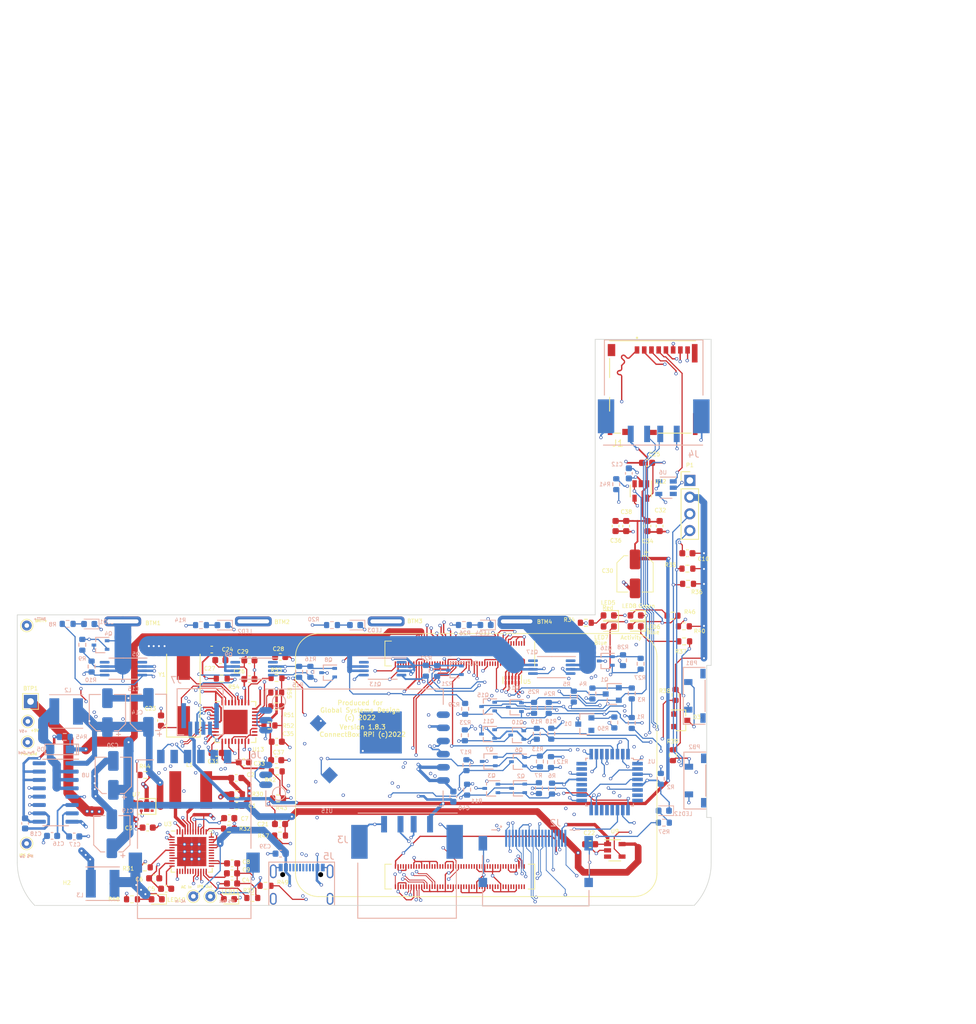
<source format=kicad_pcb>
(kicad_pcb (version 20211014) (generator pcbnew)
  (title_block (title "China layout single board") (date "2022-04-07") (rev "1.8.3") (comment 1 "USB and HDMI traces per JLCPCB"))
  (layers (0 "F.Cu" signal) (1 "In1.Cu" signal) (2 "In2.Cu" signal) (3 "In3.Cu" signal) (4 "In4.Cu" signal) (31 "B.Cu" signal) (34 "B.Paste" user) (35 "F.Paste" user) (36 "B.SilkS" user "B.Silkscreen") (37 "F.SilkS" user "F.Silkscreen") (38 "B.Mask" user) (39 "F.Mask" user) (44 "Edge.Cuts" user))
  (net 0 "")
  (net 1 "/Battery/BATT+")
  (net 2 "/Batteries/BT1-")
  (net 3 "/Batteries/BT2-")
  (net 4 "/Batteries/BT3-")
  (net 5 "/Batteries/BT4-")
  (net 6 "PWR_GND")
  (net 7 "Net-(C2-Pad1)")
  (net 8 "/Charger/IPS_OUT")
  (net 9 "GND")
  (net 10 "Net-(C5-Pad2)")
  (net 11 "Net-(C6-Pad2)")
  (net 12 "Net-(C7-Pad2)")
  (net 13 "Net-(C8-Pad2)")
  (net 14 "Net-(C9-Pad2)")
  (net 15 "/Power/IPS_SW")
  (net 16 "+5V")
  (net 17 "+3.3v")
  (net 18 "/CM4_GPIO/GPIO_IRQ")
  (net 19 "/CM4_GPIO/SD_PWR")
  (net 20 "/CM4_HighSpeed/HDMI_5v")
  (net 21 "Net-(C23-Pad1)")
  (net 22 "Net-(C24-Pad1)")
  (net 23 "/USB Hub/VBUS")
  (net 24 "/AC_IN")
  (net 25 "/Battery/5V_OVR")
  (net 26 "Net-(D1-Pad2)")
  (net 27 "/CM4_GPIO/GPIO_PB1")
  (net 28 "/Battery/PB_IN")
  (net 29 "/CM4_GPIO/SD_DAT1")
  (net 30 "/CM4_GPIO/SD_DAT0")
  (net 31 "/CM4_GPIO/SD_CLK")
  (net 32 "/CM4_GPIO/SD_CMD")
  (net 33 "/CM4_GPIO/SD_DAT3")
  (net 34 "/CM4_GPIO/SD_DAT2")
  (net 35 "/CM4_HighSpeed/HDMI0_HOTPLUG")
  (net 36 "/CM4_HighSpeed/HDMI0_SDA")
  (net 37 "/CM4_HighSpeed/HDMI0_SCL")
  (net 38 "/CM4_HighSpeed/HDMI0_CEC")
  (net 39 "/CM4_HighSpeed/HDMI0_CK_N")
  (net 40 "/CM4_HighSpeed/HDMI0_CK_P")
  (net 41 "/CM4_HighSpeed/HDMI0_D0_N")
  (net 42 "/CM4_HighSpeed/HDMI0_D0_P")
  (net 43 "/CM4_HighSpeed/HDMI0_D1_N")
  (net 44 "/CM4_HighSpeed/HDMI0_D1_P")
  (net 45 "/CM4_HighSpeed/HDMI0_D2_N")
  (net 46 "/CM4_HighSpeed/HDMI0_D2_P")
  (net 47 "/USB Hub/HD4_N")
  (net 48 "/USB Hub/HD4_P")
  (net 49 "/USB Hub/HD3_N")
  (net 50 "/USB Hub/HD3_P")
  (net 54 "Net-(L1-Pad2)")
  (net 55 "/CM4_GPIO/GPIO6")
  (net 56 "/CM4_GPIO/TRD3_P")
  (net 57 "/CM4_GPIO/TRD1_P")
  (net 58 "/CM4_GPIO/TRD3_N")
  (net 59 "/CM4_GPIO/TRD1_N")
  (net 60 "/CM4_GPIO/TRD2_N")
  (net 61 "/CM4_GPIO/TRD0_N")
  (net 62 "/CM4_GPIO/TRD2_P")
  (net 63 "/CM4_GPIO/TRD0_P")
  (net 64 "/CM4_GPIO/PI_nLED_Activity")
  (net 65 "/Battery/{slash}BT1_ENA")
  (net 66 "/Battery/BT1_PRES")
  (net 67 "/Battery/{slash}BT2_ENA")
  (net 68 "/Battery/BT2_PRES")
  (net 69 "/CM4_GPIO/GPIO_PB2")
  (net 70 "/CM4_GPIO/SD_PWR_ON")
  (net 71 "/Battery/{slash}BT3_ENA")
  (net 72 "/Battery/BT3_PRES")
  (net 73 "/CM4_GPIO/+1.8v")
  (net 74 "/USB Hub/nEXTRST")
  (net 75 "/CM4_HighSpeed/USB2_N")
  (net 76 "/CM4_HighSpeed/USB2_P")
  (net 77 "Net-(Q1-Pad1)")
  (net 78 "Net-(Q2-Pad3)")
  (net 79 "Net-(Q3-Pad3)")
  (net 80 "Net-(Q6-Pad3)")
  (net 81 "Net-(Q7-Pad3)")
  (net 82 "Net-(Q10-Pad3)")
  (net 83 "Net-(Q11-Pad3)")
  (net 84 "Net-(Q14-Pad3)")
  (net 85 "Net-(Q15-Pad3)")
  (net 87 "Net-(LED6-Pad1)")
  (net 89 "/Battery/{slash}BT4_ENA")
  (net 90 "/Battery/BT4_PRES")
  (net 91 "/Battery/MOSI")
  (net 92 "/Battery/MISO")
  (net 93 "/Battery/SCL")
  (net 94 "/Battery/I2C_SDA")
  (net 95 "/Battery/I2C_SCL")
  (net 96 "/Battery/{slash}RESET")
  (net 99 "/USB Hub/nOCS1")
  (net 100 "/USB Hub/PWR1")
  (net 101 "/USB Hub/HD2_N")
  (net 102 "/USB Hub/HD2_P")
  (net 106 "Net-(R1-Pad1)")
  (net 107 "/CM4_GPIO/ETH_LEDY")
  (net 108 "/CM4_GPIO/SYNC_IN")
  (net 109 "/CM4_GPIO/ETH_LEDG")
  (net 110 "/CM4_GPIO/SYNC_OUT")
  (net 112 "/CM4_GPIO/EEPROM_nWP")
  (net 113 "/CM4_GPIO/GPIO26")
  (net 114 "/CM4_GPIO/GPIO21")
  (net 115 "/CM4_GPIO/GPIO19")
  (net 116 "/CM4_GPIO/GPIO20")
  (net 117 "/CM4_GPIO/GPIO13")
  (net 118 "/CM4_GPIO/GPIO16")
  (net 119 "/CM4_GPIO/GPIO12")
  (net 120 "/CM4_GPIO/GPIO5")
  (net 121 "/CM4_GPIO/ID_SC")
  (net 122 "/CM4_GPIO/ID_SD")
  (net 123 "/CM4_GPIO/GPIO7")
  (net 124 "/CM4_GPIO/GPIO8")
  (net 125 "/CM4_GPIO/GPIO25")
  (net 126 "/CM4_GPIO/GPIO24")
  (net 127 "/CM4_GPIO/GPIO23")
  (net 128 "/CM4_GPIO/GPIO27")
  (net 129 "/CM4_GPIO/GPIO18")
  (net 130 "/CM4_GPIO/GPIO17")
  (net 131 "/CM4_GPIO/GPIO14")
  (net 132 "/CM4_GPIO/GPIO2")
  (net 138 "/CM4_GPIO/Reserved")
  (net 139 "/CM4_GPIO/WL_nDis")
  (net 140 "/CM4_GPIO/BT_nDis")
  (net 141 "/CM4_GPIO/RUN_PG")
  (net 142 "/CM4_GPIO/nRPIBOOT")
  (net 143 "/CM4_GPIO/AIN1")
  (net 144 "/CM4_GPIO/nPWR_LED")
  (net 145 "/CM4_GPIO/AIN0")
  (net 146 "/CM4_GPIO/Camera_GPIO")
  (net 147 "/CM4_GPIO/GLOBAL_EN")
  (net 148 "/CM4_HighSpeed/PCIE_CLK_nREQ")
  (net 151 "/CM4_HighSpeed/PCIE_nRST")
  (net 152 "/CM4_HighSpeed/PCIE_CLK_P")
  (net 153 "/CM4_HighSpeed/TV_OUT")
  (net 154 "/CM4_HighSpeed/PCIE_CLK_N")
  (net 155 "/CM4_HighSpeed/CAM1_D0_N")
  (net 156 "/CM4_HighSpeed/PCIE_RX_P")
  (net 157 "/CM4_HighSpeed/CAM1_D0_P")
  (net 158 "/CM4_HighSpeed/PCIE_RX_N")
  (net 159 "/CM4_HighSpeed/CAM1_D1_N")
  (net 160 "/CM4_HighSpeed/PCIE_TX_P")
  (net 161 "/CM4_HighSpeed/CAM1_D1_P")
  (net 162 "/CM4_HighSpeed/PCIE_TX_N")
  (net 163 "/CM4_HighSpeed/CAM1_C_N")
  (net 164 "/CM4_HighSpeed/CAM0_D0_N")
  (net 165 "/CM4_HighSpeed/CAM1_C_P")
  (net 166 "/CM4_HighSpeed/CAM0_D0_P")
  (net 167 "/CM4_HighSpeed/CAM1_D2_N")
  (net 168 "/CM4_HighSpeed/CAM0_D1_N")
  (net 169 "/CM4_HighSpeed/CAM1_D2_P")
  (net 170 "/CM4_HighSpeed/CAM0_D1_P")
  (net 171 "/CM4_HighSpeed/CAM1_D3_N")
  (net 172 "/CM4_HighSpeed/CAM0_C_N")
  (net 173 "/CM4_HighSpeed/CAM1_D3_P")
  (net 174 "/CM4_HighSpeed/CAM0_C_P")
  (net 175 "/CM4_HighSpeed/HDMI1_HOTPLUG")
  (net 176 "/CM4_HighSpeed/HDMI1_SDA")
  (net 177 "/CM4_HighSpeed/HDMI1_D2_P")
  (net 178 "/CM4_HighSpeed/HDMI1_SCL")
  (net 179 "/CM4_HighSpeed/HDMI1_D2_N")
  (net 180 "/CM4_HighSpeed/HDMI1_CEC")
  (net 181 "/CM4_HighSpeed/HDMI1_D1_P")
  (net 182 "/CM4_HighSpeed/HDMI1_D1_N")
  (net 183 "/CM4_HighSpeed/DSI0_D0_N")
  (net 184 "/CM4_HighSpeed/HDMI1_D0_P")
  (net 185 "/CM4_HighSpeed/DSI0_D0_P")
  (net 186 "/CM4_HighSpeed/HDMI1_D0_N")
  (net 187 "/CM4_HighSpeed/DSI0_D1_N")
  (net 188 "/CM4_HighSpeed/HDMI1_CK_P")
  (net 189 "/CM4_HighSpeed/DSI0_D1_P")
  (net 190 "/CM4_HighSpeed/HDMI1_CK_N")
  (net 191 "/CM4_HighSpeed/DSI0_C_N")
  (net 192 "/CM4_HighSpeed/DSI0_C_P")
  (net 193 "/CM4_HighSpeed/DSI1_D0_N")
  (net 194 "/CM4_HighSpeed/DSI1_D0_P")
  (net 195 "/CM4_HighSpeed/DSI1_D1_N")
  (net 196 "/CM4_HighSpeed/DSI1_D1_P")
  (net 197 "/CM4_HighSpeed/DSI1_C_N")
  (net 198 "/CM4_HighSpeed/DSI1_C_P")
  (net 199 "/CM4_HighSpeed/DSI1_D2_N")
  (net 200 "/CM4_HighSpeed/DSI1_D3_N")
  (net 201 "/CM4_HighSpeed/DSI1_D2_P")
  (net 202 "/CM4_HighSpeed/DSI1_D3_P")
  (net 211 "/Battery/PWR_IRQ")
  (net 214 "/Battery/AXP_EXTEN")
  (net 221 "Net-(LED12-Pad2)")
  (net 222 "/Battery/HEARTBEAT")
  (net 223 "Net-(R40-Pad2)")
  (net 224 "/USB Hub/HD1_N")
  (net 225 "/USB Hub/HD1_P")
  (net 226 "Net-(LED1-Pad1)")
  (net 227 "Net-(LED10-Pad2)")
  (net 228 "Net-(LED11-Pad2)")
  (net 229 "Net-(LED1-Pad2)")
  (net 230 "Net-(LED3-Pad2)")
  (net 231 "Net-(LED5-Pad2)")
  (net 232 "Net-(C16-Pad1)")
  (net 233 "/Battery/{slash}BT1_ENA_B")
  (net 234 "Net-(C17-Pad1)")
  (net 235 "Net-(C18-Pad1)")
  (net 236 "Net-(D5-Pad2)")
  (net 237 "Net-(LED2-Pad2)")
  (net 238 "Net-(LED4-Pad2)")
  (net 239 "Net-(LED5-Pad1)")
  (net 240 "Net-(LED8-Pad2)")
  (net 241 "Net-(R31-Pad1)")
  (net 242 "Net-(R32-Pad1)")
  (net 243 "Net-(R33-Pad2)")
  (net 244 "Net-(R51-Pad1)")
  (net 245 "Net-(R53-Pad1)")
  (net 277 "Net-(R55-Pad1)")
  (net 278 "Net-(R54-Pad2)")
  (net 279 "Net-(R52-Pad1)")
  (net 280 "Net-(R47-Pad1)")
  (footprint "Resistor_SMD:R_0603_1608Metric" (layer "F.Cu") (at 132.18 188.32)
    (fp_text reference "R32")
    (fp_text value "100" hide)
  )
  (footprint "Resistor_SMD:R_0603_1608Metric" (layer "F.Cu") (at 186.49 157.02)
    (fp_text reference "R34")
    (fp_text value "1.8K" hide)
  )
  (footprint "Capacitor_SMD:C_0603_1608Metric" (layer "F.Cu") (at 139.37 177.92)
    (fp_text reference "C37")
    (fp_text value "0.1uf" hide)
  )
  (footprint "CustomComponents:MountingHole_4.3mm_M4-A" (layer "F.Cu") (at 104.92 195.52)
    (fp_text reference "H2")
    (fp_text value "MountingHole")
  )
  (footprint "TestPoint:TestPoint_THTPad_D1.5mm_Drill0.7mm" (layer "F.Cu") (at 101.57 172.02)
    (fp_text reference "TP6" hide)
    (fp_text value "5V")
  )
  (footprint "Resistor_SMD:R_0603_1608Metric" (layer "F.Cu") (at 139.37 169.73)
    (fp_text reference "R51")
    (fp_text value "36K" hide)
  )
  (footprint "Resistor_SMD:R_0603_1608Metric" (layer "F.Cu") (at 200.14 167.995 90)
    (fp_text reference "R38")
    (fp_text value "10K" hide)
  )
  (footprint "Capacitor_SMD:C_0603_1608Metric" (layer "F.Cu") (at 132.66 193.61 180)
    (fp_text reference "C8")
    (fp_text value "1uF" hide)
  )
  (footprint "Capacitor_SMD:C_0603_1608Metric" (layer "F.Cu") (at 120.8 195.88)
    (fp_text reference "C6")
    (fp_text value "4.7uF" hide)
  )
  (footprint "Capacitor_SMD:C_0603_1608Metric" (layer "F.Cu") (at 197.72 142.31 -90)
    (fp_text reference "C32")
    (fp_text value "10uF" hide)
  )
  (footprint "Capacitor_SMD:C_0603_1608Metric" (layer "F.Cu") (at 139.98 162.22)
    (fp_text reference "C28")
    (fp_text value "0.1uf" hide)
  )
  (footprint "Resistor_SMD:R_0603_1608Metric" (layer "F.Cu") (at 137.74 197.02 180)
    (fp_text reference "R49")
    (fp_text value "510")
  )
  (footprint "Capacitor_SMD:C_0603_1608Metric" (layer "F.Cu") (at 187.15 190.7 180)
    (fp_text reference "C22")
    (fp_text value "0.1uf" hide)
  )
  (footprint "Capacitor_SMD:C_0603_1608Metric" (layer "F.Cu") (at 133.29 180.62)
    (fp_text reference "C2")
    (fp_text value "10uF" hide)
  )
  (footprint "Capacitor_SMD:C_0603_1608Metric" (layer "F.Cu") (at 119.81 188.17)
    (fp_text reference "C3")
    (fp_text value "10uF" hide)
  )
  (footprint "Capacitor_SMD:C_0603_1608Metric" (layer "F.Cu") (at 192.64 142.31 -90)
    (fp_text reference "C38")
    (fp_text value "10uF" hide)
  )
  (footprint "CustomComponents:U-DFN2020-6" (layer "F.Cu") (at 119.66 184.95)
    (fp_text reference "U7")
    (fp_text value "AP22814A" hide)
  )
  (footprint "Resistor_SMD:R_0603_1608Metric" (layer "F.Cu") (at 131.08 165.5)
    (fp_text reference "R54")
    (fp_text value "12K" hide)
  )
  (footprint "Resistor_SMD:R_0603_1608Metric" (layer "F.Cu") (at 199.74 177.16 90)
    (fp_text reference "R39")
    (fp_text value "10K" hide)
  )
  (footprint "Package_DFN_QFN:QFN-36-1EP_6x6mm_P0.5mm_EP3.7x3.7mm" (layer "F.Cu") (at 133.16 172.11)
    (fp_text reference "U13")
    (fp_text value "USB2514B-I/M2" hide)
  )
  (footprint "CustomComponents:WH-Battery-" (layer "F.Cu") (at 175.96 156.81)
    (fp_text reference "BTM4")
    (fp_text value "Conn_01x01_Female")
  )
  (footprint "Capacitor_SMD:C_0603_1608Metric" (layer "F.Cu") (at 132.22 186.73 180)
    (fp_text reference "C7")
    (fp_text value "4.7uF" hide)
  )
  (footprint "Capacitor_SMD:C_0603_1608Metric" (layer "F.Cu") (at 134.44 178.22)
    (fp_text reference "C33")
    (fp_text value "0.1uf" hide)
  )
  (footprint "CM4IO:SDCARD_MOLEX_503398-1892" (layer "F.Cu") (at 196.66 121.1625)
    (fp_text reference "J1")
    (fp_text value "Micro_SD_Card" hide)
  )
  (footprint "LED_SMD:LED_0603_1608Metric" (layer "F.Cu") (at 132.19 199.05 180)
    (fp_text reference "LED11")
    (fp_text value "Amber")
  )
  (footprint "CustomComponents:WH-Battery-" (layer "F.Cu") (at 116.02 157.38)
    (fp_text reference "BTM1")
    (fp_text value "Conn_01x01_Female")
  )
  (footprint "Resistor_SMD:R_0603_1608Metric" (layer "F.Cu") (at 119.46 180.17)
    (fp_text reference "R44")
    (fp_text value "100K" hide)
  )
  (footprint "CustomComponents:INDUCTOR_SMD_6x6-1" (layer "F.Cu") (at 126.36 182.45 -90)
    (fp_text reference "L1")
    (fp_text value "4.7 uH" hide)
  )
  (footprint "CustomComponents:WH-Battery-" (layer "F.Cu") (at 135.89 156.81)
    (fp_text reference "BTM2")
    (fp_text value "Conn_01x01_Female")
  )
  (footprint "TestPoint:TestPoint_THTPad_D1.5mm_Drill0.7mm" (layer "F.Cu") (at 101.38 190.59)
    (fp_text reference "TP5" hide)
    (fp_text value "IPS_Sw")
  )
  (footprint "LED_SMD:LED_0603_1608Metric" (layer "F.Cu") (at 194.071 155.905 180)
    (fp_text reference "LED8")
    (fp_text value "Green" hide)
  )
  (footprint "CustomComponents:MountingHole_4.3mm_M4-A" (layer "F.Cu") (at 200.57 195.09)
    (fp_text reference "H3" hide)
    (fp_text value "MountingHole")
  )
  (footprint "LED_SMD:LED_0603_1608Metric" (layer "F.Cu") (at 121.18 199.07 180)
    (fp_text reference "LED10")
    (fp_text value "Green")
  )
  (footprint "Resistor_SMD:R_0603_1608Metric" (layer "F.Cu") (at 119.37 194.22 180)
    (fp_text reference "R31")
    (fp_text value "10K" hide)
  )
  (footprint "TestPoint:TestPoint_THTPad_D1.5mm_Drill0.7mm" (layer "F.Cu") (at 101.54 175.19)
    (fp_text reference "TP2" hide)
    (fp_text value "Pwr_Gnd")
  )
  (footprint "CustomComponents:MountingHole_4.3mm_M4-A" (layer "F.Cu") (at 104.93 162.54)
    (fp_text reference "H1" hide)
    (fp_text value "MountingHole")
  )
  (footprint "Capacitor_SMD:C_0603_1608Metric" (layer "F.Cu") (at 122.62 197.47)
    (fp_text reference "C5")
    (fp_text value "4.7uF" hide)
  )
  (footprint "LED_SMD:LED_0603_1608Metric" (layer "F.Cu") (at 189.975 155.905 180)
    (fp_text reference "LED5")
    (fp_text value "Red" hide)
  )
  (footprint "Resistor_SMD:R_0603_1608Metric" (layer "F.Cu") (at 117.42 199.07)
    (fp_text reference "R48")
    (fp_text value "510")
  )
  (footprint "Resistor_SMD:R_0603_1608Metric" (layer "F.Cu") (at 201.95 148.79)
    (fp_text reference "R35")
    (fp_text value "2.2K" hide)
  )
  (footprint "Capacitor_SMD:C_0603_1608Metric" (layer "F.Cu") (at 130.87 162.7)
    (fp_text reference "C27")
    (fp_text value "10uF" hide)
  )
  (footprint "Resistor_SMD:R_0603_1608Metric" (layer "F.Cu") (at 201.46 159.85 180)
    (fp_text reference "R37")
    (fp_text value "1K" hide)
  )
  (footprint "Resistor_SMD:R_0603_1608Metric" (layer "F.Cu") (at 139.37 167.63)
    (fp_text reference "R55")
    (fp_text value "36K" hide)
  )
  (footprint "TestPoint:TestPoint_THTPad_D1.5mm_Drill0.7mm" (layer "F.Cu") (at 101.41 157.44)
    (fp_text reference "TP3" hide)
    (fp_text value "Bat+")
  )
  (footprint "Diode_SMD:D_SOT-23_ANK" (layer "F.Cu") (at 200.94 171.86)
    (fp_text reference "D3")
    (fp_text value "MMBD914" hide)
  )
  (footprint "Package_TO_SOT_SMD:SOT-23-5" (layer "F.Cu") (at 194.86 136.98 -90)
    (fp_text reference "U12")
    (fp_text value "RT9742ANGJ5F" hide)
  )
  (footprint "TestPoint:TestPoint_THTPad_2.0x2.0mm_Drill1.0mm" (layer "F.Cu") (at 101.98 168.99)
    (fp_text reference "BTP1")
    (fp_text value "Conn_01x01_Female")
  )
  (footprint "Resistor_SMD:R_0603_1608Metric" (layer "F.Cu") (at 135.73 198.87 180)
    (fp_text reference "R33")
    (fp_text value "200K" hide)
  )
  (footprint "CustomComponents:UQFN-48-1EP_6x6mm_Pitch0.4mm_75" (layer "F.Cu") (at 126.51 191.82)
    (fp_text reference "U3")
    (fp_text value "AXP209" hide)
  )
  (footprint "Capacitor_SMD:C_0603_1608Metric" (layer "F.Cu") (at 130.3 176.82 180)
    (fp_text reference "C31")
    (fp_text value "0.1uf" hide)
  )
  (footprint "CustomComponents:WH-Battery-" (layer "F.Cu") (at 156.1 157.4)
    (fp_text reference "BTM3")
    (fp_text value "Conn_01x01_Female")
  )
  (footprint "Capacitor_SMD:C_0603_1608Metric" (layer "F.Cu") (at 132.64 195.12 180)
    (fp_text reference "C9")
    (fp_text value "1uF" hide)
  )
  (footprint "Capacitor_SMD:C_0603_1608Metric" (layer "F.Cu") (at 135.29 162.72)
    (fp_text reference "C29")
    (fp_text value "0.1uf" hide)
  )
  (footprint "LED_SMD:LED_0603_1608Metric" (layer "F.Cu") (at 194.07 157.56 180)
    (fp_text reference "LED6")
    (fp_text value "Blue" hide)
  )
  (footprint "Resistor_SMD:R_0603_1608Metric" (layer "F.Cu") (at 139.45 179.62 180)
    (fp_text reference "R42")
    (fp_text value "10K" hide)
  )
  (footprint "Capacitor_SMD:C_0603_1608Metric" (layer "F.Cu") (at 195.81 132.7 180)
    (fp_text reference "C25")
    (fp_text value "10uF" hide)
  )
  (footprint "TestPoint:TestPoint_THTPad_D1.5mm_Drill0.7mm" (layer "F.Cu") (at 129.34 198.63)
    (fp_text reference "TP4" hide)
    (fp_text value "IPS")
  )
  (footprint "Capacitor_SMD:C_0603_1608Metric" (layer "F.Cu") (at 133.37 184.85)
    (fp_text reference "C1")
    (fp_text value "10uF" hide)
  )
  (footprint "Capacitor_SMD:C_0603_1608Metric" (layer "F.Cu") (at 201.95 146.45 180)
    (fp_text reference "C10")
    (fp_text value "1uF" hide)
  )
  (footprint "Capacitor_SMD:C_0603_1608Metric" (layer "F.Cu") (at 139.455 175.11)
    (fp_text reference "C35")
    (fp_text value "0.1uf" hide)
  )
  (footprint "Capacitor_SMD:C_0603_1608Metric" (layer "F.Cu") (at 191.02 142.31 -90)
    (fp_text reference "C36")
    (fp_text value "10uF" hide)
  )
  (footprint "Capacitor_SMD:C_0603_1608Metric" (layer "F.Cu") (at 195.87 142.315 -90)
    (fp_text reference "C34")
    (fp_text value "10uF" hide)
  )
  (footprint "Capacitor_SMD:CP_Elec_5x3" (layer "F.Cu") (at 193.98 149.59 -90)
    (fp_text reference "C30")
    (fp_text value "100uF")
  )
  (footprint "Package_TO_SOT_SMD:SOT-23-5" (layer "F.Cu") (at 190.9 191.63)
    (fp_text reference "U9")
    (fp_text value "RT9742ANGJ5F" hide)
  )
  (footprint "Capacitor_SMD:C_0603_1608Metric" (layer "F.Cu") (at 139.95 187.63 180)
    (fp_text reference "C21")
    (fp_text value "0.1uf" hide)
  )
  (footprint "Resistor_SMD:R_0603_1608Metric" (layer "F.Cu") (at 139.65 183.73)
    (fp_text reference "R43")
    (fp_text value "33K" hide)
  )
  (footprint "Resistor_SMD:R_0603_1608Metric" (layer "F.Cu") (at 139.95 189.38)
    (fp_text reference "R47")
    (fp_text value "12K" hide)
  )
  (footprint "Capacitor_SMD:C_0603_1608Metric" (layer "F.Cu") (at 135.29 165.59)
    (fp_text reference "C26")
    (fp_text value "10uF" hide)
  )
  (footprint "CustomComponents:USON-10_2.5x1.0mm_P0.5mm" (layer "F.Cu") (at 175.29 165.75 -90)
    (fp_text reference "U5")
    (fp_text value "TPD4EUSB30" hide)
  )
  (footprint "Crystal:Crystal_SMD_HC49-SD" (layer "F.Cu") (at 125.24 167.7 90)
    (fp_text reference "Y1")
    (fp_text value "24MHz" hide)
  )
  (footprint "Connector_PinHeader_2.54mm:PinHeader_1x04_P2.54mm_Vertical" (layer "F.Cu") (at 202.32 135.38)
    (fp_text reference "P1")
    (fp_text value "Conn_01x04" hide)
  )
  (footprint "Resistor_SMD:R_0603_1608Metric" (layer "F.Cu") (at 202.05 151.1)
    (fp_text reference "R36")
    (fp_text value "2.2K" hide)
  )
  (footprint "Capacitor_SMD:C_0603_1608Metric" (layer "F.Cu") (at 121.84 171.9 90)
    (fp_text reference "C23")
    (fp_text value "9pF" hide)
  )
  (footprint "LED_SMD:LED_0603_1608Metric" (layer "F.Cu") (at 189.98 157.58 180)
    (fp_text reference "LED7")
    (fp_text value "Blue")
  )
  (footprint "Resistor_SMD:R_0603_1608Metric" (layer "F.Cu") (at 138.34 172.64)
    (fp_text reference "R52")
    (fp_text value "36K" hide)
  )
  (footprint "Resistor_SMD:R_0603_1608Metric" (layer "F.Cu") (at 199.68 155.94 180)
    (fp_text reference "R46")
    (fp_text value "1K" hide)
  )
  (footprint "Capacitor_SMD:C_0603_1608Metric" (layer "F.Cu") (at 129.56 161.1)
    (fp_text reference "C24")
    (fp_text value "9pF" hide)
  )
  (footprint "CustomComponents:CM4_Module_noHoles" (layer "F.Cu") (at 145.812993 162.160001 -90)
    (fp_text reference "Module1" hide)
    (fp_text value "ComputeModule4")
  )
  (footprint "Resistor_SMD:R_0603_1608Metric" (layer "F.Cu") (at 201.41 157.56 180)
    (fp_text reference "R40")
    (fp_text value "510")
  )
  (footprint "Resistor_SMD:R_0603_1608Metric" (layer "F.Cu") (at 139.42 165.42)
    (fp_text reference "R53")
    (fp_text value "36K" hide)
  )
  (footprint "Resistor_SMD:R_0603_1608Metric" (layer "F.Cu") (at 133.4 183.1)
    (fp_text reference "R30")
    (fp_text value "0.03 ohm" hide)
  )
  (footprint "Capacitor_SMD:C_0603_1608Metric" (layer "F.Cu") (at 132.65 196.67)
    (fp_text reference "C4")
    (fp_text value "10uF" hide)
  )
  (footprint "TestPoint:TestPoint_THTPad_D1.5mm_Drill0.7mm" (layer "F.Cu") (at 126.76 198.62)
    (fp_text reference "TP1" hide)
    (fp_text value "AC_IN")
  )
  (footprint "CustomComponents:USB_A_CUI_smd" (layer "B.Cu") (at 193.32 128.305)
    (fp_text reference "J4")
    (fp_text value "USB_A" hide)
  )
  (footprint "Capacitor_SMD:C_0603_1608Metric" (layer "B.Cu") (at 105.26 189.43 180)
    (fp_text reference "C16")
    (fp_text value "1.0uf" hide)
  )
  (footprint "Capacitor_SMD:C_0603_1608Metric" (layer "B.Cu") (at 166.33 183.47 -90)
    (fp_text reference "C40")
    (fp_text value "22uF" hide)
  )
  (footprint "Capacitor_SMD:CP_Elec_5x3" (layer "B.Cu") (at 114.58 180.23 90)
    (fp_text reference "C20")
    (fp_text value "150uf" hide)
  )
  (footprint "Resistor_SMD:R_0603_1608Metric" (layer "B.Cu") (at 197.9 180.75 -90)
    (fp_text reference "R2")
    (fp_text value "20K" hide)
  )
  (footprint "Package_TO_SOT_SMD:SOT-23-5" (layer "B.Cu") (at 198.7 136.48 180)
    (fp_text reference "U6")
    (fp_text value "RT9742ANGJ5F" hide)
  )
  (footprint "Resistor_SMD:R_0603_1608Metric" (layer "B.Cu") (at 192.15 162.72 90)
    (fp_text reference "R28")
    (fp_text value "100K" hide)
  )
  (footprint "Resistor_SMD:R_0603_1608Metric" (layer "B.Cu") (at 179.02 173.91 90)
    (fp_text reference "R19")
    (fp_text value "100K" hide)
  )
  (footprint "Resistor_SMD:R_0603_1608Metric" (layer "B.Cu") (at 193.48 167.77 90)
    (fp_text reference "R3")
    (fp_text value "20K" hide)
  )
  (footprint "Package_TO_SOT_SMD:SOT-323_SC-70" (layer "B.Cu") (at 189.53 162.83 180)
    (fp_text reference "Q16")
    (fp_text value "3J15" hide)
  )
  (footprint "Resistor_SMD:R_0603_1608Metric" (layer "B.Cu") (at 144.57 164.48 90)
    (fp_text reference "R16")
    (fp_text value "100K" hide)
  )
  (footprint "CustomComponents:MagJack_S811" (layer "B.Cu") (at 126.89 177.361)
    (fp_text reference "J6")
    (fp_text value "MagJack-S811")
  )
  (footprint "Resistor_SMD:R_0603_1608Metric" (layer "B.Cu") (at 168.42 182.4 90)
    (fp_text reference "R11")
    (fp_text value "20K" hide)
  )
  (footprint "Resistor_SMD:R_0603_1608Metric" (layer "B.Cu") (at 181.19 178.21 90)
    (fp_text reference "R12")
    (fp_text value "10K" hide)
  )
  (footprint "CustomComponents:SW-TL3330A" (layer "B.Cu") (at 203.32 168.134 -90)
    (fp_text reference "PB1")
    (fp_text value "SPST-PUSH" hide)
  )
  (footprint "Resistor_SMD:R_0603_1608Metric" (layer "B.Cu") (at 198.37 187.42 180)
    (fp_text reference "R57")
    (fp_text value "1K")
  )
  (footprint "Resistor_SMD:R_0603_1608Metric" (layer "B.Cu") (at 194.83 163.255 -90)
    (fp_text reference "R27")
    (fp_text value "10K" hide)
  )
  (footprint "Resistor_SMD:R_0603_1608Metric" (layer "B.Cu") (at 167.93 157.36)
    (fp_text reference "R26")
    (fp_text value "510")
  )
  (footprint "LED_SMD:LED_0603_1608Metric" (layer "B.Cu") (at 151.3725 157.37 180)
    (fp_text reference "LED3")
    (fp_text value "Blue")
  )
  (footprint "Resistor_SMD:R_0603_1608Metric" (layer "B.Cu") (at 107.63 157.19)
    (fp_text reference "R8")
    (fp_text value "510")
  )
  (footprint "Resistor_SMD:R_0603_1608Metric" (layer "B.Cu") (at 179.501822 178.11 90)
    (fp_text reference "R13")
    (fp_text value "100K" hide)
  )
  (footprint "Package_SO:TSSOP-8_4.4x3mm_P0.65mm" (layer "B.Cu") (at 136 164 180)
    (fp_text reference "Q9")
    (fp_text value "8205A" hide)
  )
  (footprint "Capacitor_SMD:C_0603_1608Metric" (layer "B.Cu") (at 140.04 192.13 180)
    (fp_text reference "C39")
    (fp_text value "22uF" hide)
  )
  (footprint "Resistor_SMD:R_0603_1608Metric" (layer "B.Cu") (at 163.85 164.35 -90)
    (fp_text reference "R21")
    (fp_text value "10K" hide)
  )
  (footprint "Capacitor_SMD:CP_Elec_5x3" (layer "B.Cu") (at 119.92 170.65 90)
    (fp_text reference "C15")
    (fp_text value "150uf" hide)
  )
  (footprint "Resistor_SMD:R_0603_1608Metric" (layer "B.Cu") (at 193.48 172.26 90)
    (fp_text reference "R1")
    (fp_text value "10K" hide)
  )
  (footprint "LED_SMD:LED_0603_1608Metric" (layer "B.Cu") (at 171.2325 157.36 180)
    (fp_text reference "LED4")
    (fp_text value "Blue")
  )
  (footprint "Resistor_SMD:R_0603_1608Metric" (layer "B.Cu") (at 109.86 160.37 90)
    (fp_text reference "R9")
    (fp_text value "10K" hide)
  )
  (footprint "Package_TO_SOT_SMD:SOT-323_SC-70" (layer "B.Cu") (at 166.56 164.24 180)
    (fp_text reference "Q12")
    (fp_text value "3J15" hide)
  )
  (footprint "Package_TO_SOT_SMD:SOT-323_SC-70" (layer "B.Cu") (at 171.61 173.94 180)
    (fp_text reference "Q11")
    (fp_text value "3J15" hide)
  )
  (footprint "Capacitor_SMD:CP_Elec_5x3" (layer "B.Cu") (at 113.68 170.69 90)
    (fp_text reference "C14")
    (fp_text value "150uf" hide)
  )
  (footprint "Resistor_SMD:R_0603_1608Metric" (layer "B.Cu") (at 168.08 174.13 90)
    (fp_text reference "R23")
    (fp_text value "20K" hide)
  )
  (footprint "LED_SMD:LED_0603_1608Metric" (layer "B.Cu") (at 131.21 157.38 180)
    (fp_text reference "LED2")
    (fp_text value "Blue")
  )
  (footprint "Resistor_SMD:R_0603_1608Metric" (layer "B.Cu") (at 181.34 182.24 90)
    (fp_text reference "R6")
    (fp_text value "10K" hide)
  )
  (footprint "Resistor_SMD:R_0603_1608Metric" (layer "B.Cu") (at 168.321822 178.68 90)
    (fp_text reference "R17")
    (fp_text value "20K" hide)
  )
  (footprint "CustomComponents:USB_A_CUI_smd" (layer "B.Cu") (at 162.785098 187.655 180)
    (fp_text reference "J3")
    (fp_text value "USB_A" hide)
  )
  (footprint "Resistor_SMD:R_0603_1608Metric" (layer "B.Cu") (at 180.85 169.965 90)
    (fp_text reference "R24")
    (fp_text value "10K" hide)
  )
  (footprint "CustomComponents:SFW4R-1" (layer "B.Cu") (at 127.79 173.05)
    (fp_text reference "J7")
    (fp_text value "Flex-4")
  )
  (footprint "CustomComponents:HC-R8812AU2" (layer "B.Cu") (at 151.29 176 -90)
    (fp_text reference "U15")
    (fp_text value "HC-R8812AF1" hide)
  )
  (footprint "Package_TO_SOT_SMD:SOT-323_SC-70" (layer "B.Cu") (at 172.11 182.21 180)
    (fp_text reference "Q3")
    (fp_text value "3J15" hide)
  )
  (footprint "Package_SO:TSSOP-8_4.4x3mm_P0.65mm" (layer "B.Cu") (at 181.31 163.77 180)
    (fp_text reference "Q17")
    (fp_text value "8205A" hide)
  )
  (footprint "Package_QFP:TQFP-32_7x7mm_P0.8mm" (layer "B.Cu") (at 190.11 181.25 180)
    (fp_text reference "U1")
    (fp_text value "ATtiny88-AU" hide)
  )
  (footprint "CustomComponents:HDMI_CnC_SMT" (layer "B.Cu") (at 178.871098 191.09325 180)
    (fp_text reference "J2")
    (fp_text value "690-019-298-412" hide)
  )
  (footprint "Inductor_SMD:L_Taiyo-Yuden_NR-50xx" (layer "B.Cu") (at 107.4 170.51 180)
    (fp_text reference "L2")
    (fp_text value "1.0 uH")
  )
  (footprint "Resistor_SMD:R_0603_1608Metric" (layer "B.Cu") (at 191.12 135.95 90)
    (fp_text reference "R41")
    (fp_text value "12K" hide)
  )
  (footprint "Package_SO:SOP-16_3.9x9.9mm_P1.27mm" (layer "B.Cu") (at 105.8 182.83 180)
    (fp_text reference "U8")
    (fp_text value "MAX1709ESE" hide)
  )
  (footprint "Resistor_SMD:R_0603_1608Metric" (layer "B.Cu") (at 187.49 167.78 90)
    (fp_text reference "R4")
    (fp_text value "20K" hide)
  )
  (footprint "Capacitor_SMD:CP_Elec_5x3" (layer "B.Cu") (at 114.35 189.11 90)
    (fp_text reference "C19")
    (fp_text value "150uf" hide)
  )
  (footprint "Resistor_SMD:R_0603_1608Metric" (layer "B.Cu") (at 127.92 157.38)
    (fp_text reference "R14")
    (fp_text value "510")
  )
  (footprint "Diode_SMD:D_SOT-23_ANK" (layer "B.Cu") (at 186.34 172.43 180)
    (fp_text reference "D1")
    (fp_text value "MMBD914" hide)
  )
  (footprint "Resistor_SMD:R_0603_1608Metric" (layer "B.Cu") (at 162.14 164.32 90)
    (fp_text reference "R22")
    (fp_text value "100K" hide)
  )
  (footprint "Resistor_SMD:R_0603_1608Metric" (layer "B.Cu") (at 147.86 157.37)
    (fp_text reference "R20")
    (fp_text value "510")
  )
  (footprint "Package_TO_SOT_SMD:SOT-323_SC-70" (layer "B.Cu") (at 176.05 174.1 180)
    (fp_text reference "Q10")
    (fp_text value "3J15" hide)
  )
  (footprint "Package_TO_SOT_SMD:SOT-323_SC-70" (layer "B.Cu") (at 176.171822 178.15 180)
    (fp_text reference "Q6")
    (fp_text value "3J15" hide)
  )
  (footprint "Resistor_SMD:R_0603_1608Metric" (layer "B.Cu") (at 190.83 172.18 90)
    (fp_text reference "R50")
    (fp_text value "20K")
  )
  (footprint "Package_TO_SOT_SMD:SOT-323_SC-70" (layer "B.Cu") (at 112.63 160.41 180)
    (fp_text reference "Q4")
    (fp_text value "3J15" hide)
  )
  (footprint "CustomComponents:SW-TL3330A" (layer "B.Cu") (at 203.42 181.014 -90)
    (fp_text reference "PB2")
    (fp_text value "SPST-PUSH" hide)
  )
  (footprint "Inductor_SMD:L_Taiyo-Yuden_NR-50xx" (layer "B.Cu") (at 112.96 196.7)
    (fp_text reference "L3")
    (fp_text value "1.5 uH" hide)
  )
  (footprint "Package_TO_SOT_SMD:SOT-323_SC-70" (layer "B.Cu") (at 171.711822 178.11 180)
    (fp_text reference "Q7")
    (fp_text value "3J15" hide)
  )
  (footprint "CustomComponents:USB-C-GCT" (layer "B.Cu") (at 143.245098 194.8175 180)
    (fp_text reference "J5")
    (fp_text value "USB-C")
  )
  (footprint "Resistor_SMD:R_0603_1608Metric" (layer "B.Cu") (at 178.61 169.96 90)
    (fp_text reference "R25")
    (fp_text value "100K" hide)
  )
  (footprint "Package_TO_SOT_SMD:SOT-323_SC-70" (layer "B.Cu") (at 176.2 182.2 180)
    (fp_text reference "Q2")
    (fp_text value "3J15" hide)
  )
  (footprint "Resistor_SMD:R_0603_1608Metric" (layer "B.Cu") (at 168.12256 170.1116 90)
    (fp_text reference "R29")
    (fp_text value "20K" hide)
  )
  (footprint "LED_SMD:LED_0603_1608Metric" (layer "B.Cu") (at 110.91 157.21 180)
    (fp_text reference "LED1")
    (fp_text value "Blue")
  )
  (footprint "Capacitor_SMD:C_0603_1608Metric" (layer "B.Cu") (at 193.04 134.3 -90)
    (fp_text reference "C12")
    (fp_text value "10uF" hide)
  )
  (footprint "LED_SMD:LED_0603_1608Metric" (layer "B.Cu") (at 198.36 185.6 180)
    (fp_text reference "LED12")
    (fp_text value "Blue")
  )
  (footprint "Resistor_SMD:R_0603_1608Metric" (layer "B.Cu") (at 181.23 173.89 90)
    (fp_text reference "R18")
    (fp_text value "10K" hide)
  )
  (footprint "Package_TO_SOT_SMD:SOT-23" (layer "B.Cu") (at 190.51 167.85 180)
    (fp_text reference "Q1")
    (fp_text value "2N7002" hide)
  )
  (footprint "Package_SO:TSSOP-8_4.4x3mm_P0.65mm" (layer "B.Cu") (at 116.12 164 180)
    (fp_text reference "Q5")
    (fp_text value "8205A" hide)
  )
  (footprint "Package_TO_SOT_SMD:SOT-323_SC-70" (layer "B.Cu") (at 171.62256 169.7616 180)
    (fp_text reference "Q15")
    (fp_text value "3J15" hide)
  )
  (footprint "Capacitor_SMD:C_0603_1608Metric" (layer "B.Cu") (at 108.63 189.52)
    (fp_text reference "C17")
    (fp_text value "0.22uf" hide)
  )
  (footprint "Resistor_SMD:R_0603_1608Metric" (layer "B.Cu") (at 184.66 168.25 90)
    (fp_text reference "R5")
    (fp_text value "100K" hide)
  )
  (footprint "CustomComponents:SOD-123FL" (layer "B.Cu") (at 106.48 176.28 180)
    (fp_text reference "D5")
    (fp_text value "NRVTS260ESFT1G" hide)
  )
  (footprint "Resistor_SMD:R_0603_1608Metric" (layer "B.Cu") (at 179.35 182.17 90)
    (fp_text reference "R7")
    (fp_text value "36K" hide)
  )
  (footprint "Resistor_SMD:R_0603_1608Metric" (layer "B.Cu") (at 111.27 163.68 90)
    (fp_text reference "R10")
    (fp_text value "100K" hide)
  )
  (footprint "Resistor_SMD:R_0603_1608Metric" (layer "B.Cu") (at 107.19 174.38 180)
    (fp_text reference "R45")
    (fp_text value "2.0" hide)
  )
  (footprint "Resistor_SMD:R_0603_1608Metric" (layer "B.Cu") (at 142.86 164.48 -90)
    (fp_text reference "R15")
    (fp_text value "10K" hide)
  )
  (footprint "Package_SO:TSSOP-8_4.4x3mm_P0.65mm" (layer "B.Cu") (at 155.57 164 180)
    (fp_text reference "Q13")
    (fp_text value "8205A" hide)
  )
  (footprint "Package_TO_SOT_SMD:SOT-323_SC-70" (layer "B.Cu") (at 147.27 164.61 180)
    (fp_text reference "Q8")
    (fp_text value "3J15" hide)
  )
  (footprint "Capacitor_SMD:C_0603_1608Metric" (layer "B.Cu") (at 101.15 187.53 -90)
    (fp_text reference "C18")
    (fp_text value "0.1uf" hide)
  )
  (footprint "Package_TO_SOT_SMD:SOT-323_SC-70" (layer "B.Cu") (at 175.69256 169.8616 180)
    (fp_text reference "Q14")
    (fp_text value "3J15" hide)
  )
  (gr_line (start 99.965098 155.82) (end 187.915098 155.82) (layer "Edge.Cuts") (width 0.1))
  (gr_line (start 202.99 200.003457) (end 102.62 200.01) (layer "Edge.Cuts") (width 0.1))
  (gr_line (start 187.915 113.92) (end 205.565 113.92) (layer "Edge.Cuts") (width 0.1))
  (gr_line (start 205.57 193.52) (end 205.57 186.63) (layer "Edge.Cuts") (width 0.1))
  (gr_line (start 99.965098 155.82) (end 99.964423 193.459372) (layer "Edge.Cuts") (width 0.1))
  (gr_line (start 204.89 186.63) (end 204.89 163.51) (layer "Edge.Cuts") (width 0.1))
  (gr_line (start 187.915098 155.82) (end 187.915098 113.92) (layer "Edge.Cuts") (width 0.1))
  (gr_line (start 204.89 163.51) (end 205.57 163.51) (layer "Edge.Cuts") (width 0.1))
  (gr_arc (start 205.57 193.52) (mid 204.90578 197.010749) (end 202.99 200.003457) (layer "Edge.Cuts") (width 0.1))
  (gr_line (start 205.57 186.63) (end 204.89 186.63) (layer "Edge.Cuts") (width 0.1))
  (gr_line (start 205.57 163.51) (end 205.565 113.92) (layer "Edge.Cuts") (width 0.1))
  (gr_arc (start 102.62 200.01) (mid 100.651686 196.99435) (end 99.964423 193.459372) (layer "Edge.Cuts") (width 0.1))
  (gr_text "IPS Out" (at 131.89 199.36) (layer "B.SilkS") (effects (font (size 0.4 0.4) (thickness 0.1)) (justify mirror)))
  (gr_text "AC In" (at 124.76 199.36) (layer "B.SilkS") (effects (font (size 0.4 0.4) (thickness 0.1)) (justify mirror)))
  (gr_text "BATT+" (at 103.380011 156.439998) (layer "B.SilkS") (effects (font (size 0.4 0.4) (thickness 0.1)) (justify mirror)))
  (gr_text "Pwr_Gnd" (at 101.35 176.77) (layer "B.SilkS") (effects (font (size 0.4 0.4) (thickness 0.1)) (justify mirror)))
  (gr_text "IPS Sw" (at 101.37 192.54) (layer "B.SilkS") (effects (font (size 0.4 0.4) (thickness 0.1)) (justify mirror)))
  (gr_text "+5V" (at 100.9 173.51) (layer "B.SilkS") (effects (font (size 0.4 0.4) (thickness 0.1)) (justify mirror)))
  (gr_text "BATT+" (at 103.6 156.71) (layer "F.SilkS") (effects (font (size 0.4 0.4) (thickness 0.1))))
  (gr_text "+5V" (at 102.62 173.39) (layer "F.SilkS") (effects (font (size 0.4 0.4) (thickness 0.1))))
  (gr_text "Blue" (at 196.72 158.46) (layer "F.SilkS") (effects (font (size 0.6 0.6) (thickness 0.1))))
  (gr_text "AC In" (at 125.7 197.21) (layer "F.SilkS") (effects (font (size 0.4 0.4) (thickness 0.1))))
  (gr_text "Version 1.8.3\nConnectBox RPi (c)2022\n" (at 152.51999 173.439988) (layer "F.SilkS") (effects (font (size 0.7 0.7) (thickness 0.12))))
  (gr_text "Green" (at 195.76 154.47) (layer "F.SilkS") (effects (font (size 0.6 0.6) (thickness 0.1))))
  (gr_text "Activity" (at 193.38 159.26) (layer "F.SilkS") (effects (font (size 0.6 0.6) (thickness 0.1))))
  (gr_text "Blue" (at 188.75 160.06) (layer "F.SilkS") (effects (font (size 0.6 0.6) (thickness 0.1))))
  (gr_text "Produced for\nGlobal Systems Design\n(c) 2022" (at 152.14 170.32) (layer "F.SilkS") (effects (font (size 0.7 0.7) (thickness 0.12))))
  (gr_text "IPS Sw" (at 101.31 192.38) (layer "F.SilkS") (effects (font (size 0.4 0.4) (thickness 0.1))))
  (gr_text "Red" (at 189.85 154.73) (layer "F.SilkS") (effects (font (size 0.6 0.6) (thickness 0.1))))
  (gr_text "IPS Out" (at 128.46 197.15) (layer "F.SilkS") (effects (font (size 0.4 0.4) (thickness 0.1))))
  (gr_text "Pwr_Gnd" (at 101.73 176.95) (layer "F.SilkS") (effects (font (size 0.4 0.4) (thickness 0.1))))
  (segment (start 109.65 167.04) (end 109.65 168.02) (width 0.1778) (layer "F.Cu") (net 1))
  (segment (start 143.77 171.03696) (end 143.39 170.65696) (width 0.1778) (layer "F.Cu") (net 1))
  (segment (start 129.85 186.7584) (end 129.39 186.2984) (width 0.508) (layer "F.Cu") (net 1))
  (segment (start 126.79 186.24) (end 126.34 186.69) (width 0.1778) (layer "F.Cu") (net 1))
  (segment (start 129.85 186.78) (end 129.85 186.7584) (width 0.508) (layer "F.Cu") (net 1))
  (segment (start 132.575 183.1) (end 131.32 183.1) (width 0.762) (layer "F.Cu") (net 1))
  (segment (start 107.74 174.75) (end 101.98 168.99) (width 1.524) (layer "F.Cu") (net 1))
  (segment (start 110.44 168.81) (end 110.44 168.99) (width 0.1778) (layer "F.Cu") (net 1))
  (segment (start 131.32 183.1) (end 130.9 183.52) (width 0.762) (layer "F.Cu") (net 1))
  (segment (start 126.88 186.23) (end 126.93 186.23) (width 0.508) (layer "F.Cu") (net 1))
  (segment (start 128.34 186.23) (end 128.34 187.96) (width 0.1778) (layer "F.Cu") (net 1))
  (segment (start 110.59 185.69) (end 107.74 182.84) (width 1.524) (layer "F.Cu") (net 1))
  (segment (start 143.39 166.96) (end 141.9 165.47) (width 0.1778) (layer "F.Cu") (net 1))
  (segment (start 111.35 185.74) (end 111.3 185.69) (width 1.524) (layer "F.Cu") (net 1))
  (segment (start 126.71 187.493542) (end 126.71 188.82) (width 0.1778) (layer "F.Cu") (net 1))
  (segment (start 126.9 186.21) (end 126.88 186.23) (width 0.508) (layer "F.Cu") (net 1))
  (segment (start 111.3 185.69) (end 110.59 185.69) (width 1.524) (layer "F.Cu") (net 1))
  (segment (start 129.3016 186.21) (end 126.9 186.21) (width 0.508) (layer "F.Cu") (net 1))
  (segment (start 132.575 183.1) (end 132.575 184.845) (width 0.762) (layer "F.Cu") (net 1))
  (segment (start 109.65 168.02) (end 110.44 168.81) (width 0.1778) (layer "F.Cu") (net 1))
  (segment (start 126.34 186.69) (end 126.34 187.123542) (width 0.1778) (layer "F.Cu") (net 1))
  (segment (start 126.95 186.24) (end 126.79 186.24) (width 0.1778) (layer "F.Cu") (net 1))
  (segment (start 129.39 186.2984) (end 129.3016 186.21) (width 0.508) (layer "F.Cu") (net 1))
  (segment (start 126.34 187.123542) (end 126.71 187.493542) (width 0.1778) (layer "F.Cu") (net 1))
  (segment (start 128.31 187.99) (end 128.31 188.7) (width 0.1778) (layer "F.Cu") (net 1))
  (segment (start 126.93 186.23) (end 126.94 186.24) (width 0.508) (layer "F.Cu") (net 1))
  (segment (start 112.43 185.74) (end 111.35 185.74) (width 1.524) (layer "F.Cu") (net 1))
  (segment (start 127.91 188.82) (end 127.91 188.39) (width 0.1778) (layer "F.Cu") (net 1))
  (segment (start 143.39 170.65696) (end 143.39 166.96) (width 0.1778) (layer "F.Cu") (net 1))
  (segment (start 107.74 182.84) (end 107.74 174.75) (width 1.524) (layer "F.Cu") (net 1))
  (segment (start 127.91 188.39) (end 128.34 187.96) (width 0.1778) (layer "F.Cu") (net 1))
  (via (at 143.77 171.03696) (size 0.5) (drill 0.3) (layers "F.Cu" "B.Cu") (net 1))
  (via (at 109.65 167.04) (size 0.5) (drill 0.3) (layers "F.Cu" "B.Cu") (net 1))
  (via (at 190.2516 164.89) (size 0.5) (drill 0.3) (layers "F.Cu" "B.Cu") (net 1))
  (via (at 130.9 183.52) (size 0.5) (drill 0.3) (layers "F.Cu" "B.Cu") (net 1))
  (via (at 178.28 178.99) (size 0.5) (drill 0.3) (layers "F.Cu" "B.Cu") (net 1))
  (via (at 177.89 175.22) (size 0.5) (drill 0.3) (layers "F.Cu" "B.Cu") (net 1))
  (via (at 162.56 171.0316) (size 0.5) (drill 0.3) (layers "F.Cu" "B.Cu") (net 1))
  (via (at 129.85 186.78) (size 0.5) (drill 0.3) (layers "F.Cu" "B.Cu") (net 1))
  (via (at 112.43 185.74) (size 0.5) (drill 0.3) (layers "F.Cu" "B.Cu") (net 1))
  (via (at 129.39 186.2984) (size 0.5) (drill 0.3) (layers "F.Cu" "B.Cu") (net 1))
  (via (at 164.099363 166.00998) (size 0.5) (drill 0.3) (layers "F.Cu" "B.Cu") (net 1))
  (via (at 184.086811 169.85) (size 0.5) (drill 0.3) (layers "F.Cu" "B.Cu") (net 1))
  (via (at 141.9 165.47) (size 0.5) (drill 0.3) (layers "F.Cu" "B.Cu") (net 1))
  (via (at 110.44 168.99) (size 0.5) (drill 0.3) (layers "F.Cu" "B.Cu") (net 1))
  (via (at 110.905 159.545) (size 0.5) (drill 0.3) (layers "F.Cu" "B.Cu") (net 1))
  (via (at 189.83 169.33) (size 0.5) (drill 0.3) (layers "F.Cu" "B.Cu") (net 1))
  (via (at 111.35 185.74) (size 0.5) (drill 0.3) (layers "F.Cu" "B.Cu") (net 1))
  (via (at 177.68 170.97) (size 0.5) (drill 0.3) (layers "F.Cu" "B.Cu") (net 1))
  (via (at 178.38 182.19) (size 0.5) (drill 0.3) (layers "F.Cu" "B.Cu") (net 1))
  (via (at 110.59 185.69) (size 0.5) (drill 0.3) (layers "F.Cu" "B.Cu") (net 1))
  (segment (start 183.45 182.19) (end 184.51 183.25) (width 0.1778) (layer "B.Cu") (net 1))
  (segment (start 193.29 180.85) (end 192.57 181.57) (width 0.1778) (layer "B.Cu") (net 1))
  (segment (start 189.07732 170.08268) (end 184.319491 170.08268) (width 0.1778) (layer "B.Cu") (net 1))
  (segment (start 146.75 166.83) (end 148.26 165.32) (width 0.1778) (layer "B.Cu") (net 1))
  (segment (start 178.375 174.735) (end 179.02 174.735) (width 0.1778) (layer "B.Cu") (net 1))
  (segment (start 178.335 178.935) (end 178.28 178.99) (width 0.1778) (layer "B.Cu") (net 1))
  (segment (start 142.065 165.305) (end 141.9 165.47) (width 0.1778) (layer "B.Cu") (net 1))
  (segment (start 164.099363 164.89) (end 167.58 164.89) (width 0.1778) (layer "B.Cu") (net 1))
  (segment (start 142.86 165.305) (end 142.065 165.305) (width 0.1778) (layer "B.Cu") (net 1))
  (segment (start 112.275 159.545) (end 113.65 160.92) (width 0.1778) (layer "B.Cu") (net 1))
  (segment (start 177.865 170.785) (end 178.61 170.785) (width 0.1778) (layer "B.Cu") (net 1))
  (segment (start 183.45 182.19) (end 178.38 182.19) (width 0.1778) (layer "B.Cu") (net 1))
  (segment (start 109.86 159.545) (end 110.905 159.545) (width 0.1778) (layer "B.Cu") (net 1))
  (segment (start 110.905 159.545) (end 112.275 159.545) (width 0.1778) (layer "B.Cu") (net 1))
  (segment (start 184.086811 169.85) (end 184.66 169.276811) (width 0.1778) (layer "B.Cu") (net 1))
  (segment (start 144.385 166.83) (end 146.75 166.83) (width 0.1778) (layer "B.Cu") (net 1))
  (segment (start 184.319491 170.08268) (end 184.086811 169.85) (width 0.1778) (layer "B.Cu") (net 1))
  (segment (start 142.86 165.305) (end 144.385 166.83) (width 0.1778) (layer "B.Cu") (net 1))
  (segment (start 164.099363 166.00998) (end 164.099363 164.89) (width 0.1778) (layer "B.Cu") (net 1))
  (segment (start 192.57 181.57) (end 188.687633 181.57) (width 0.1778) (layer "B.Cu") (net 1))
  (segment (start 186.957633 183.3) (end 185.74 183.3) (width 0.1778) (layer "B.Cu") (net 1))
  (segment (start 188.687633 181.57) (end 186.957633 183.3) (width 0.1778) (layer "B.Cu") (net 1))
  (segment (start 177.89 175.22) (end 178.375 174.735) (width 0.1778) (layer "B.Cu") (net 1))
  (segment (start 194.83 164.08) (end 194.3 164.61) (width 0.1778) (layer "B.Cu") (net 1))
  (segment (start 194.36 180.85) (end 193.29 180.85) (width 0.1778) (layer "B.Cu") (net 1))
  (segment (start 177.68 170.97) (end 177.865 170.785) (width 0.1778) (layer "B.Cu") (net 1))
  (segment (start 113.65 160.92) (end 113.65 161.04) (width 0.1778) (layer "B.Cu") (net 1))
  (segment (start 194.3 164.61) (end 190.59 164.61) (width 0.1778) (layer "B.Cu") (net 1))
  (segment (start 190.52 163.56) (end 190.52 164.6216) (width 0.1778) (layer "B.Cu") (net 1))
  (segment (start 190.52 164.6216) (end 190.2516 164.89) (width 0.1778) (layer "B.Cu") (net 1))
  (segment (start 189.83 169.33) (end 189.07732 170.08268) (width 0.1778) (layer "B.Cu") (net 1))
  (segment (start 184.51 183.25) (end 185.86 183.25) (width 0.1778) (layer "B.Cu") (net 1))
  (segment (start 179.501822 178.935) (end 178.335 178.935) (width 0.1778) (layer "B.Cu") (net 1))
  (via (at 178.32 182.98) (size 0.5) (drill 0.3) (layers "F.Cu" "B.Cu") (net 2))
  (via (at 177.19 172.24985) (size 0.5) (drill 0.3) (layers "F.Cu" "B.Cu") (net 2))
  (via (at 116.05 171.66849) (size 0.5) (drill 0.3) (layers "F.Cu" "B.Cu") (net 2))
  (via (at 116.05 165.87) (size 0.5) (drill 0.3) (layers "F.Cu" "B.Cu") (net 2))
  (segment (start 111.38 163.31) (end 111.76 163.69) (width 0.1778) (layer "B.Cu") (net 2))
  (segment (start 113.63 159.76) (end 115.5 159.76) (width 0.1778) (layer "B.Cu") (net 2))
  (segment (start 116.040002 157.380002) (end 116 157.34) (width 2.54) (layer "B.Cu") (net 2))
  (segment (start 116.040002 163.63) (end 116.040002 159.219998) (width 2.54) (layer "B.Cu") (net 2))
  (segment (start 111.76 163.69) (end 112.92 163.69) (width 0.1778) (layer "B.Cu") (net 2))
  (segment (start 109.86 161.4) (end 111.27 162.81) (width 0.1778) (layer "B.Cu") (net 2))
  (segment (start 113.2575 163.675) (end 115.995 163.675) (width 0.381) (layer "B.Cu") (net 2))
  (segment (start 115.995 165.815) (end 116.05 165.87) (width 0.1778) (layer "B.Cu") (net 2))
  (segment (start 115.995 164.275) (end 115.995 165.815) (width 0.1778) (layer "B.Cu") (net 2))
  (segment (start 115.995 163.675) (end 116.04 163.63) (width 0.381) (layer "B.Cu") (net 2))
  (segment (start 115.995 164.275) (end 115.995 163.675) (width 0.381) (layer "B.Cu") (net 2))
  (segment (start 115.5 159.76) (end 116.040002 159.219998) (width 0.1778) (layer "B.Cu") (net 2))
  (segment (start 179.35 182.995) (end 178.335 182.995) (width 0.1778) (layer "B.Cu") (net 2))
  (segment (start 113.2575 164.325) (end 115.945 164.325) (width 0.381) (layer "B.Cu") (net 2))
  (segment (start 178.335 182.995) (end 178.32 182.98) (width 0.1778) (layer "B.Cu") (net 2))
  (segment (start 115.945 164.325) (end 115.995 164.275) (width 0.381) (layer "B.Cu") (net 2))
  (segment (start 116.040002 159.219998) (end 116.040002 157.380002) (width 2.54) (layer "B.Cu") (net 2))
  (segment (start 111.38 162.965) (end 111.38 163.31) (width 0.1778) (layer "B.Cu") (net 2))
  (via (at 140.71 164.34) (size 0.5) (drill 0.3) (layers "F.Cu" "B.Cu") (net 3))
  (via (at 140.73 163.7) (size 0.5) (drill 0.3) (layers "F.Cu" "B.Cu") (net 3))
  (segment (start 144.65 163.63) (end 142.83 163.63) (width 0.1778) (layer "B.Cu") (net 3))
  (segment (start 138.8625 164.325) (end 140.695 164.325) (width 0.381) (layer "B.Cu") (net 3))
  (segment (start 140.775 163.655) (end 140.73 163.7) (width 0.1778) (layer "B.Cu") (net 3))
  (segment (start 138.8625 163.675) (end 140.705 163.675) (width 0.381) (layer "B.Cu") (net 3))
  (segment (start 140.695 164.325) (end 140.71 164.34) (width 0.381) (layer "B.Cu") (net 3))
  (segment (start 148.27 163.96) (end 144.98 163.96) (width 0.1778) (layer "B.Cu") (net 3))
  (segment (start 140.705 163.675) (end 140.73 163.7) (width 0.381) (layer "B.Cu") (net 3))
  (segment (start 142.86 163.655) (end 140.775 163.655) (width 0.1778) (layer "B.Cu") (net 3))
  (segment (start 144.98 163.96) (end 144.65 163.63) (width 0.1778) (layer "B.Cu") (net 3))
  (via (at 160.16 164.41) (size 0.5) (drill 0.3) (layers "F.Cu" "B.Cu") (net 4))
  (via (at 157.121753 162.503989) (size 0.5) (drill 0.3) (layers "F.Cu" "B.Cu") (net 4))
  (via (at 159.87 164.83) (size 0.5) (drill 0.3) (layers "F.Cu" "B.Cu") (net 4))
  (segment (start 160.33 163.548576) (end 159.256404 162.47498) (width 0.381) (layer "B.Cu") (net 4))
  (segment (start 160.16 164.41) (end 160.16 164.54) (width 0.381) (layer "B.Cu") (net 4))
  (segment (start 157.150762 162.47498) (end 157.121753 162.503989) (width 0.381) (layer "B.Cu") (net 4))
  (segment (start 160.33 163.76) (end 160.33 163.548576) (width 0.381) (layer "B.Cu") (net 4))
  (segment (start 160.33 163.76) (end 160.33 164.24) (width 0.381) (layer "B.Cu") (net 4))
  (segment (start 160.075 164.325) (end 159.875 164.325) (width 0.381) (layer "B.Cu") (net 4))
  (segment (start 159.87 164.83) (end 160.16 164.54) (width 0.381) (layer "B.Cu") (net 4))
  (segment (start 163.85 163.525) (end 162.235 163.525) (width 0.1778) (layer "B.Cu") (net 4))
  (segment (start 160.383576 163.495) (end 160.33 163.548576) (width 0.1778) (layer "B.Cu") (net 4))
  (segment (start 159.256404 162.47498) (end 157.150762 162.47498) (width 0.381) (layer "B.Cu") (net 4))
  (segment (start 160.16 164.41) (end 160.075 164.325) (width 0.381) (layer "B.Cu") (net 4))
  (segment (start 158.4325 164.325) (end 159.875 164.325) (width 0.381) (layer "B.Cu") (net 4))
  (segment (start 158.4325 163.675) (end 160.245 163.675) (width 0.381) (layer "B.Cu") (net 4))
  (segment (start 162.14 163.495) (end 160.383576 163.495) (width 0.1778) (layer "B.Cu") (net 4))
  (segment (start 163.85 163.525) (end 167.485 163.525) (width 0.254) (layer "B.Cu") (net 4))
  (segment (start 160.33 164.24) (end 160.16 164.41) (width 0.381) (layer "B.Cu") (net 4))
  (segment (start 160.245 163.675) (end 160.33 163.76) (width 0.381) (layer "B.Cu") (net 4))
  (segment (start 159.875 164.825) (end 159.875 164.325) (width 0.381) (layer "B.Cu") (net 4))
  (segment (start 183.17 157.22) (end 186.750489 160.800489) (width 2.54) (layer "B.Cu") (net 5))
  (segment (start 173.85 157.22) (end 173.82 157.19) (width 1.524) (layer "B.Cu") (net 5))
  (segment (start 191.31 162.1) (end 192.02 162.1) (width 0.1778) (layer "B.Cu") (net 5))
  (segment (start 190.53 162.18) (end 187.35 162.18) (width 0.1778) (layer "B.Cu") (net 5))
  (segment (start 177.88152 156.7) (end 173.82 156.7) (width 1.524) (layer "B.Cu") (net 5))
  (segment (start 186.175978 164.095) (end 186.750489 163.520489) (width 0.1778) (layer "B.Cu") (net 5))
  (segment (start 177.61 156.81) (end 178.02 157.22) (width 1.524) (layer "B.Cu") (net 5))
  (segment (start 175.98 156.81) (end 177.61 156.81) (width 1.524) (layer "B.Cu") (net 5))
  (segment (start 178.02 157.22) (end 173.85 157.22) (width 1.524) (layer "B.Cu") (net 5))
  (segment (start 186.750489 161.580489) (end 186.750489 163.520489) (width 2.54) (layer "B.Cu") (net 5))
  (segment (start 178.02 157.22) (end 183.17 157.22) (width 2.54) (layer "B.Cu") (net 5))
  (segment (start 187.35 162.18) (end 186.750489 161.580489) (width 0.1778) (layer "B.Cu") (net 5))
  (segment (start 190.53 162.18) (end 191.23 162.18) (width 0.1778) (layer "B.Cu") (net 5))
  (segment (start 184.172504 164.094998) (end 186.17598 164.094998) (width 0.381) (layer "B.Cu") (net 5))
  (segment (start 186.675 163.445) (end 186.750489 163.520489) (width 0.1778) (layer "B.Cu") (net 5))
  (segment (start 184.172504 163.445012) (end 186.674989 163.445012) (width 0.381) (layer "B.Cu") (net 5))
  (segment (start 191.23 162.18) (end 191.31 162.1) (width 0.1778) (layer "B.Cu") (net 5))
  (segment (start 192.41 162.18) (end 194.58 162.18) (width 0.1778) (layer "B.Cu") (net 5))
  (segment (start 173.82 157.19) (end 173.9 157.19) (width 1.524) (layer "B.Cu") (net 5))
  (segment (start 186.750489 160.800489) (end 186.750489 161.580489) (width 2.54) (layer "B.Cu") (net 5))
  (segment (start 135.3 183.78) (end 134.22 184.86) (width 0.635) (layer "F.Cu") (net 6))
  (segment (start 125.51 194.82) (end 125.51 193.83) (width 0.2032) (layer "F.Cu") (net 6))
  (segment (start 123.51 192.82) (end 124.75 192.82) (width 0.2032) (layer "F.Cu") (net 6))
  (segment (start 135.3 181.61) (end 135.3 182.19) (width 0.635) (layer "F.Cu") (net 6))
  (segment (start 120.025 195.88) (end 121.15 194.755) (width 0.2032) (layer "F.Cu") (net 6))
  (segment (start 120.025 195.905) (end 121.81 197.69) (width 0.2032) (layer "F.Cu") (net 6))
  (segment (start 133.005 187.545) (end 133.005 186.765) (width 0.1778) (layer "F.Cu") (net 6))
  (segment (start 121.15 194.07) (end 121.43 193.79) (width 0.2032) (layer "F.Cu") (net 6))
  (segment (start 133.005 188.32) (end 133.005 187.545) (width 0.1778) (layer "F.Cu") (net 6))
  (segment (start 134.31 180.62) (end 135.3 181.61) (width 0.635) (layer "F.Cu") (net 6))
  (segment (start 119.52 181.96) (end 119.11 181.55) (width 0.635) (layer "F.Cu") (net 6))
  (segment (start 121.19 188.17) (end 121.65 187.71) (width 0.2032) (layer "F.Cu") (net 6))
  (segment (start 135.3 182.19) (end 135.3 182.97) (width 0.635) (layer "F.Cu") (net 6))
  (segment (start 120.585 188.17) (end 121.19 188.17) (width 0.2032) (layer "F.Cu") (net 6))
  (segment (start 119.52 181.98) (end 119.52 181.96) (width 0.635) (layer "F.Cu") (net 6))
  (segment (start 119.66 182.12) (end 119.52 181.98) (width 0.635) (layer "F.Cu") (net 6))
  (segment (start 121.15 194.755) (end 121.15 194.07) (width 0.2032) (layer "F.Cu") (net 6))
  (segment (start 134.065 180.62) (end 134.31 180.62) (width 0.635) (layer "F.Cu") (net 6))
  (segment (start 119.66 184.95) (end 119.66 182.12) (width 0.635) (layer "F.Cu") (net 6))
  (segment (start 135.3 182.97) (end 135.3 183.78) (width 0.635) (layer "F.Cu") (net 6))
  (segment (start 194.8585 155.905) (end 195.63392 155.905) (width 0.1778) (layer "F.Cu") (net 6))
  (segment (start 125.11 188.82) (end 125.11 189.89) (width 0.2032) (layer "F.Cu") (net 6))
  (segment (start 123.51 190.82) (end 124.56 190.82) (width 0.2032) (layer "F.Cu") (net 6))
  (segment (start 120.285 180.375) (end 119.11 181.55) (width 0.1778) (layer "F.Cu") (net 6))
  (segment (start 195.63392 155.905) (end 195.66892 155.94) (width 0.1778) (layer "F.Cu") (net 6))
  (via (at 119.990494 160.570494) (size 0.5) (drill 0.3) (layers "F.Cu" "B.Cu") (net 6))
  (via (at 111.055 193.005) (size 0.5) (drill 0.3) (layers "F.Cu" "B.Cu") (net 6))
  (via (at 101.8565 183.48) (size 0.5) (drill 0.3) (layers "F.Cu" "B.Cu") (net 6))
  (via (at 135.3 182.19) (size 0.5) (drill 0.3) (layers "F.Cu" "B.Cu") (net 6))
  (via (at 101.8565 184.72) (size 0.5) (drill 0.3) (layers "F.Cu" "B.Cu") (net 6))
  (via (at 119.52 181.98) (size 0.5) (drill 0.3) (layers "F.Cu" "B.Cu") (net 6))
  (via (at 183.173189 181.63) (size 0.5) (drill 0.3) (layers "F.Cu" "B.Cu") (net 6))
  (via (at 116.87 168.49) (size 0.5) (drill 0.3) (layers "F.Cu" "B.Cu") (net 6))
  (via (at 109.74 191.69) (size 0.5) (drill 0.3) (layers "F.Cu" "B.Cu") (net 6))
  (via (at 195.83 180.99) (size 0.5) (drill 0.3) (layers "F.Cu" "B.Cu") (net 6))
  (via (at 182.98 177.44) (size 0.5) (drill 0.3) (layers "F.Cu" "B.Cu") (net 6))
  (via (at 111.76 182.32) (size 0.5) (drill 0.3) (layers "F.Cu" "B.Cu") (net 6))
  (via (at 156.49 167.78985) (size 0.5) (drill 0.3) (layers "F.Cu" "B.Cu") (net 6))
  (via (at 111.89 183.4) (size 0.5) (drill 0.3) (layers "F.Cu" "B.Cu") (net 6))
  (via (at 180.13 163.98) (size 0.5) (drill 0.3) (layers "F.Cu" "B.Cu") (net 6))
  (via (at 111.74 181.42) (size 0.5) (drill 0.3) (layers "F.Cu" "B.Cu") (net 6))
  (via (at 195.66892 155.94) (size 0.5) (drill 0.3) (layers "F.Cu" "B.Cu") (net 6))
  (via (at 111.74 180.35) (size 0.5) (drill 0.3) (layers "F.Cu" "B.Cu") (net 6))
  (via (at 101.8565 185.99) (size 0.5) (drill 0.3) (layers "F.Cu" "B.Cu") (net 6))
  (via (at 122.379506 160.570494) (size 0.5) (drill 0.3) (layers "F.Cu" "B.Cu") (net 6))
  (via (at 121.43 193.79) (size 0.5) (drill 0.3) (layers "F.Cu" "B.Cu") (net 6))
  (via (at 101.77 182.14) (size 0.5) (drill 0.3) (layers "F.Cu" "B.Cu") (net 6))
  (via (at 169.25 181.51) (size 0.5) (drill 0.3) (layers "F.Cu" "B.Cu") (net 6))
  (via (at 120.719506 160.570494) (size 0.5) (drill 0.3) (layers "F.Cu" "B.Cu") (net 6))
  (via (at 110.78 189.49) (size 0.5) (drill 0.3) (layers "F.Cu" "B.Cu") (net 6))
  (via (at 110.16 183.47) (size 0.5) (drill 0.3) (layers "F.Cu" "B.Cu") (net 6))
  (via (at 110.375 192.325) (size 0.5) (drill 0.3) (layers "F.Cu" "B.Cu") (net 6))
  (via (at 109.925 187.535) (size 0.5) (drill 0.3) (layers "F.Cu" "B.Cu") (net 6))
  (via (at 182.4484 169.13) (size 0.5) (drill 0.3) (layers "F.Cu" "B.Cu") (net 6))
  (via (at 110.43 188.04) (size 0.5) (drill 0.3) (layers "F.Cu" "B.Cu") (net 6))
  (via (at 169.14325 172.766649) (size 0.5) (drill 0.3) (layers "F.Cu" "B.Cu") (net 6))
  (via (at 133.005 187.545) (size 0.5) (drill 0.3) (layers "F.Cu" "B.Cu") (net 6))
  (via (at 121.519506 160.570494) (size 0.5) (drill 0.3) (layers "F.Cu" "B.Cu") (net 6))
  (via (at 119.11 181.55) (size 0.5) (drill 0.3) (layers "F.Cu" "B.Cu") (net 6))
  (via (at 120.82 163.67) (size 0.5) (drill 0.3) (layers "F.Cu" "B.Cu") (net 6))
  (via (at 182.98 172.09) (size 0.5) (drill 0.3) (layers "F.Cu" "B.Cu") (net 6))
  (via (at 169.16 178.2616) (size 0.5) (drill 0.3) (layers "F.Cu" "B.Cu") (net 6))
  (via (at 103.95 190.46) (size 0.5) (drill 0.3) (layers "F.Cu" "B.Cu") (net 6))
  (via (at 120.82 164.34) (size 0.5) (drill 0.3) (layers "F.Cu" "B.Cu") (net 6))
  (via (at 182.4484 167.43) (size 0.5) (drill 0.3) (layers "F.Cu" "B.Cu") (net 6))
  (via (at 156.65 183.39) (size 0.5) (drill 0.3) (layers "F.Cu" "B.Cu") (net 6))
  (via (at 135.3 182.97) (size 0.5) (drill 0.3) (layers "F.Cu" "B.Cu") (net 6))
  (via (at 121.65 187.71) (size 0.5) (drill 0.3) (layers "F.Cu" "B.Cu") (net 6))
  (segment (start 183.173189 181.63) (end 182.963189 181.42) (width 0.254) (layer "B.Cu") (net 6))
  (segment (start 195.83 180.99) (end 197.44 180.99) (width 0.254) (layer "B.Cu") (net 6))
  (segment (start 116.87 168.49) (end 119.59 168.49) (width 1.016) (layer "B.Cu") (net 6))
  (segment (start 180.015 164.095) (end 180.13 163.98) (width 0.254) (layer "B.Cu") (net 6))
  (segment (start 178.4475 164.095) (end 176.215 164.095) (width 0.381) (layer "B.Cu") (net 6))
  (segment (start 168.966978 177.86) (end 168.27 177.86) (width 0.254) (layer "B.Cu") (net 6))
  (segment (start 111.76 183.27) (end 111.89 183.4) (width 1.016) (layer "B.Cu") (net 6))
  (segment (start 181.19 177.385) (end 182.925 177.385) (width 0.254) (layer "B.Cu") (net 6))
  (segment (start 182.925 177.385) (end 182.98 177.44) (width 0.254) (layer "B.Cu") (net 6))
  (segment (start 176.255 163.445) (end 175.91 163.79) (width 0.381) (layer "B.Cu") (net 6))
  (segment (start 101.8715 184.735) (end 101.8565 184.72) (width 0.254) (layer "B.Cu") (net 6))
  (segment (start 133.1375 163.675) (end 131.695 163.675) (width 0.381) (layer "B.Cu") (net 6))
  (segment (start 175.59 163.18) (end 173.000001 160.590001) (width 3.048) (layer "B.Cu") (net 6))
  (segment (start 101.825 182.195) (end 101.77 182.14) (width 0.254) (layer "B.Cu") (net 6))
  (segment (start 114.3 185.81) (end 114.3 186.85) (width 1.016) (layer "B.Cu") (net 6))
  (segment (start 192.5184 167.7916) (end 195.0284 167.7916) (width 0.1778) (layer "B.Cu") (net 6))
  (segment (start 131.695 163.675) (end 131.615 163.595) (width 0.381) (layer "B.Cu") (net 6))
  (segment (start 169.14325 172.766649) (end 168.604899 173.305) (width 0.1778) (layer "B.Cu") (net 6))
  (segment (start 108.3 183.465) (end 110.155 183.465) (width 0.254) (layer "B.Cu") (net 6))
  (segment (start 111.16 193.11) (end 111.055 193.005) (width 1.016) (layer "B.Cu") (net 6))
  (segment (start 118.9825 164.325) (end 120.805 164.325) (width 0.381) (layer "B.Cu") (net 6))
  (segment (start 104.29 186.01) (end 103.45 186.01) (width 0.381) (layer "B.Cu") (net 6))
  (segment (start 109.665 187.275) (end 109.925 187.535) (width 0.508) (layer "B.Cu") (net 6))
  (segment (start 118.9825 163.675) (end 120.815 163.675) (width 0.381) (layer "B.Cu") (net 6))
  (segment (start 104.74 186.46) (end 104.29 186.01) (width 0.381) (layer "B.Cu") (net 6))
  (segment (start 120.719506 160.570494) (end 119.990494 160.570494) (width 3.048) (layer "B.Cu") (net 6))
  (segment (start 156.41985 167.86) (end 151.08 167.86) (width 0.1778) (layer "B.Cu") (net 6))
  (segment (start 173.000001 160.590001) (end 169.960011 160.590001) (width 3.048) (layer "B.Cu") (net 6))
  (segment (start 195.83 180.99) (end 195.17 181.65) (width 0.254) (layer "B.Cu") (net 6))
  (segment (start 101.8715 186.005) (end 101.8565 185.99) (width 0.254) (layer "B.Cu") (net 6))
  (segment (start 182.4484 167.43) (end 183.0984 168.08) (width 0.1778) (layer "B.Cu") (net 6))
  (segment (start 121.519506 160.570494) (end 120.719506 160.570494) (width 3.048) (layer "B.Cu") (net 6))
  (segment (start 181.23 173.065) (end 182.005 173.065) (width 0.254) (layer "B.Cu") (net 6))
  (segment (start 152.7075 164.325) (end 150.545 164.325) (width 0.381) (layer "B.Cu") (net 6))
  (segment (start 166.85658 183.39342) (end 168.4 181.85) (width 0.1778) (layer "B.Cu") (net 6))
  (segment (start 119.59 168.49) (end 119.62 168.46) (width 1.016) (layer "B.Cu") (net 6))
  (segment (start 182.005 173.065) (end 182.98 172.09) (width 0.254) (layer "B.Cu") (net 6))
  (segment (start 182.4384 169.14) (end 180.85 169.14) (width 0.254) (layer "B.Cu") (net 6))
  (segment (start 103.3 182.195) (end 101.825 182.195) (width 0.254) (layer "B.Cu") (net 6))
  (segment (start 111.74 182.3) (end 111.76 182.32) (width 1.016) (layer "B.Cu") (net 6))
  (segment (start 133.1375 164.325) (end 131.615 164.325) (width 0.381) (layer "B.Cu") (net 6))
  (segment (start 111.74 181.42) (end 111.74 182.3) (width 1.016) (layer "B.Cu") (net 6))
  (segment (start 169.16 178.053022) (end 168.966978 177.86) (width 0.254) (layer "B.Cu") (net 6))
  (segment (start 195.66892 167.15108) (end 195.66892 155.94) (width 0.1778) (layer "B.Cu") (net 6))
  (segment (start 157.15 182.89) (end 163.2 182.89) (width 0.1778) (layer "B.Cu") (net 6))
  (segment (start 131.615 164.325) (end 131.615 163.595) (width 0.381) (layer "B.Cu") (net 6))
  (segment (start 169.940489 160.570489) (end 151.279511 160.570489) (width 3.048) (layer "B.Cu") (net 6))
  (segment (start 104.74 187.68) (end 104.74 186.46) (width 0.381) (layer "B.Cu") (net 6))
  (segment (start 188.404161 168.8) (end 191.51 168.8) (width 0.1778) (layer "B.Cu") (net 6))
  (segment (start 131.615 163.595) (end 131.615 161.165) (width 0.381) (layer "B.Cu") (net 6))
  (segment (start 111.74 180.35) (end 111.74 181.42) (width 1.016) (layer "B.Cu") (net 6))
  (segment (start 156.65 183.39) (end 157.15 182.89) (width 0.1778) (layer "B.Cu") (net 6))
  (segment (start 151.08 167.86) (end 150.545 167.325) (width 0.1778) (layer "B.Cu") (net 6))
  (segment (start 110.375 192.325) (end 109.74 191.69) (width 1.016) (layer "B.Cu") (net 6))
  (segment (start 150.545 163.775) (end 150.545 161.305) (width 0.762) (layer "B.Cu") (net 6))
  (segment (start 103.3 184.735) (end 101.8715 184.735) (width 0.254) (layer "B.Cu") (net 6))
  (segment (start 150.545 164.325) (end 150.545 163.775) (width 0.762) (layer "B.Cu") (net 6))
  (segment (start 166.794371 167.958411) (end 168.12256 169.2866) (width 0.1778) (layer "B.Cu") (net 6))
  (segment (start 197.44 180.99) (end 197.86 181.41) (width 0.254) (layer "B.Cu") (net 6))
  (segment (start 150.645 163.675) (end 150.545 163.775) (width 0.381) (layer "B.Cu") (net 6))
  (segment (start 176.215 164.095) (end 175.91 163.79) (width 0.381) (layer "B.Cu") (net 6))
  (segment (start 156.49 167.78985) (end 156.41985 167.86) (width 0.1778) (layer "B.Cu") (net 6))
  (segment (start 171.7 160.59) (end 170.83 161.46) (width 0.381) (layer "B.Cu") (net 6))
  (segment (start 195.0284 167.7916) (end 195.66892 167.15108) (width 0.1778) (layer "B.Cu") (net 6))
  (segment (start 114.58 178.03) (end 113.47 178.03) (width 1.016) (layer "B.Cu") (net 6))
  (segment (start 101.8715 183.465) (end 101.8565 183.48) (width 0.254) (layer "B.Cu") (net 6))
  (segment (start 187.950741 169.25342) (end 188.404161 168.8) (width 0.1778) (layer "B.Cu") (net 6))
  (segment (start 199.18 184.31) (end 199.18 185.66) (width 0.1778) (layer "B.Cu") (net 6))
  (segment (start 197.9 183.03) (end 199.18 184.31) (width 0.1778) (layer "B.Cu") (net 6))
  (segment (start 195.17 181.65) (end 194.36 181.65) (width 0.254) (layer "B.Cu") (net 6))
  (segment (start 169.185 181.575) (end 169.25 181.51) (width 0.1778) (layer "B.Cu") (net 6))
  (segment (start 150.545 161.305) (end 151.279511 160.570489) (width 0.381) (layer "B.Cu") (net 6))
  (segment (start 156.49 167.78985) (end 158.494989 167.78985) (width 0.1778) (layer "B.Cu") (net 6))
  (segment (start 132.209506 160.570494) (end 122.379506 160.570494) (width 3.048) (layer "B.Cu") (net 6))
  (segment (start 108.3 187.275) (end 109.665 187.275) (width 0.508) (layer "B.Cu") (net 6))
  (segment (start 185.397042 168.08) (end 186.570462 169.25342) (width 0.1778) (layer "B.Cu") (net 6))
  (segment (start 113.47 178.03) (end 111.74 179.76) (width 1.016) (layer "B.Cu") (net 6))
  (segment (start 186.570462 169.25342) (end 187.950741 169.25342) (width 0.1778) (layer "B.Cu") (net 6))
  (segment (start 182.963189 181.42) (end 181.47 181.42) (width 0.254) (layer "B.Cu") (net 6))
  (segment (start 197.9 181.575) (end 197.9 183.03) (width 0.1778) (layer "B.Cu") (net 6))
  (segment (start 111.74 179.76) (end 111.74 180.35) (width 1.016) (layer "B.Cu") (net 6))
  (segment (start 103.3 186.005) (end 101.8715 186.005) (width 0.254) (layer "B.Cu") (net 6))
  (segment (start 104.115 188.305) (end 104.74 187.68) (width 0.381) (layer "B.Cu") (net 6))
  (segment (start 110.155 183.465) (end 110.16 183.47) (width 0.254) (layer "B.Cu") (net 6))
  (segment (start 183.953189 180.85) (end 185.86 180.85) (width 0.254) (layer "B.Cu") (net 6))
  (segment (start 111.76 182.32) (end 111.76 183.27) (width 1.016) (layer "B.Cu") (net 6))
  (segment (start 111.16 196.7) (end 111.16 193.11) (width 1.016) (layer "B.Cu") (net 6))
  (segment (start 152.7075 163.675) (end 150.645 163.675) (width 0.381) (layer "B.Cu") (net 6))
  (segment (start 163.2 182.89) (end 163.70342 183.39342) (width 0.1778) (layer "B.Cu") (net 6))
  (segment (start 158.66355 167.958411) (end 166.794371 167.958411) (width 0.1778) (layer "B.Cu") (net 6))
  (segment (start 163.70342 183.39342) (end 166.85658 183.39342) (width 0.1778) (layer "B.Cu") (net 6))
  (segment (start 158.494989 167.78985) (end 158.66355 167.958411) (width 0.1778) (layer "B.Cu") (net 6))
  (segment (start 178.4475 163.445) (end 176.255 163.445) (width 0.381) (layer "B.Cu") (net 6))
  (segment (start 103.95 189.965) (end 104.485 189.43) (width 0.254) (layer "B.Cu") (net 6))
  (segment (start 182.4484 169.13) (end 182.4384 169.14) (width 0.254) (layer "B.Cu") (net 6))
  (segment (start 120.815 163.675) (end 120.82 163.67) (width 0.381) (layer "B.Cu") (net 6))
  (segment (start 103.95 190.46) (end 103.95 189.965) (width 0.254) (layer "B.Cu") (net 6))
  (segment (start 183.173189 181.63) (end 183.953189 180.85) (width 0.254) (layer "B.Cu") (net 6))
  (segment (start 111.89 183.4) (end 114.3 185.81) (width 1.016) (layer "B.Cu") (net 6))
  (segment (start 101.15 188.305) (end 104.115 188.305) (width 0.381) (layer "B.Cu") (net 6))
  (segment (start 120.805 164.325) (end 120.82 164.34) (width 0.381) (layer "B.Cu") (net 6))
  (segment (start 122.379506 160.570494) (end 121.519506 160.570494) (width 3.048) (layer "B.Cu") (net 6))
  (segment (start 109.925 187.535) (end 110.43 188.04) (width 0.508) (layer "B.Cu") (net 6))
  (segment (start 113.68 168.49) (end 116.87 168.49) (width 1.016) (layer "B.Cu") (net 6))
  (segment (start 168.42 181.575) (end 169.185 181.575) (width 0.1778) (layer "B.Cu") (net 6))
  (segment (start 151.279504 160.570494) (end 132.209506 160.570494) (width 3.048) (layer "B.Cu") (net 6))
  (segment (start 150.545 167.325) (end 150.545 164.325) (width 0.1778) (layer "B.Cu") (net 6))
  (segment (start 191.51 168.8) (end 192.5184 167.7916) (width 0.1778) (layer "B.Cu") (net 6))
  (segment (start 169.16 178.2616) (end 169.16 178.053022) (width 0.254) (layer "B.Cu") (net 6))
  (segment (start 183.0984 168.08) (end 185.397042 168.08) (width 0.1778) (layer "B.Cu") (net 6))
  (segment (start 131.615 161.165) (end 132.209506 160.570494) (width 0.381) (layer "B.Cu") (net 6))
  (segment (start 178.4475 164.095) (end 180.015 164.095) (width 0.254) (layer "B.Cu") (net 6))
  (segment (start 103.3 183.465) (end 101.8715 183.465) (width 0.254) (layer "B.Cu") (net 6))
  (segment (start 170.835 161.495) (end 171.74 160.59) (width 0.381) (layer "B.Cu") (net 6))
  (segment (start 168.604899 173.305) (end 168.225 173.305) (width 0.1778) (layer "B.Cu") (net 6))
  (segment (start 169.96 160.59) (end 169.940489 160.570489) (width 2.54) (layer "B.Cu") (net 6))
  (segment (start 111.055 193.005) (end 110.375 192.325) (width 1.016) (layer "B.Cu") (net 6))
  (segment (start 110.78 189.49) (end 109.435 189.49) (width 0.254) (layer "B.Cu") (net 6))
  (segment (start 126.31 187.588546) (end 125.83 187.108546) (width 0.2032) (layer "F.Cu") (net 7))
  (segment (start 132.515 181.295) (end 134.3 183.08) (width 0.635) (layer "F.Cu") (net 7))
  (segment (start 127.06 184.66) (end 128.09 184.66) (width 0.508) (layer "F.Cu") (net 7))
  (segment (start 132.515 180.62) (end 132.515 181.295) (width 0.635) (layer "F.Cu") (net 7))
  (segment (start 129.4 180.62) (end 128.98 181.04) (width 0.635) (layer "F.Cu") (net 7))
  (segment (start 125.83 185.89) (end 125.93 185.79) (width 0.2032) (layer "F.Cu") (net 7))
  (segment (start 132.515 180.62) (end 129.4 180.62) (width 0.635) (layer "F.Cu") (net 7))
  (segment (start 125.83 187.108546) (end 125.83 185.89) (width 0.2032) (layer "F.Cu") (net 7))
  (segment (start 126.31 188.82) (end 126.31 187.588546) (width 0.2032) (layer "F.Cu") (net 7))
  (segment (start 125.93 185.79) (end 127.06 184.66) (width 0.508) (layer "F.Cu") (net 7))
  (segment (start 117.65 184.3) (end 117.18 184.77) (width 0.762) (layer "F.Cu") (net 8))
  (segment (start 186.5055 157.07) (end 185.715 157.07) (width 0.1778) (layer "F.Cu") (net 8))
  (segment (start 117.74 186.9) (end 118.07 186.9) (width 0.762) (layer "F.Cu") (net 8))
  (segment (start 118.834992 184.300012) (end 117.650006 184.300012) (width 0.508) (layer "F.Cu") (net 8))
  (segment (start 117.18 186.34) (end 117.74 186.9) (width 0.762) (layer "F.Cu") (net 8))
  (segment (start 118.07 186.9) (end 118.07 187.62) (width 0.381) (layer "F.Cu") (net 8))
  (segment (start 124.31 194.82) (end 124.31 195.99) (width 0.2032) (layer "F.Cu") (net 8))
  (segment (start 130.53 196.67) (end 130.565 196.705) (width 0.2032) (layer "F.Cu") (net 8))
  (segment (start 127.750078 187.845076) (end 127.51 188.085154) (width 0.2032) (layer "F.Cu") (net 8))
  (segment (start 127.29 195.9) (end 127.29 195.662222) (width 0.2032) (layer "F.Cu") (net 8))
  (segment (start 118.605 194.185) (end 119.46 193.33) (width 0.2032) (layer "F.Cu") (net 8))
  (segment (start 127.51 188.085154) (end 127.51 188.82) (width 0.2032) (layer "F.Cu") (net 8))
  (segment (start 117.18 184.77) (end 117.18 186.34) (width 0.762) (layer "F.Cu") (net 8))
  (segment (start 127.51 195.442222) (end 127.51 194.82) (width 0.2032) (layer "F.Cu") (net 8))
  (segment (start 130.565 196.705) (end 131.815 196.705) (width 0.2032) (layer "F.Cu") (net 8))
  (segment (start 118.069995 188.340009) (end 119.060011 188.340009) (width 0.2032) (layer "F.Cu") (net 8))
  (segment (start 130.3 189.13) (end 130.3 189.852222) (width 0.2032) (layer "F.Cu") (net 8))
  (segment (start 127.29 195.662222) (end 127.51 195.442222) (width 0.2032) (layer "F.Cu") (net 8))
  (segment (start 129.732222 190.42) (end 129.51 190.42) (width 0.2032) (layer "F.Cu") (net 8))
  (segment (start 124.31 195.99) (end 124.33 196.01) (width 0.2032) (layer "F.Cu") (net 8))
  (segment (start 129.732222 190.42) (end 130.3 189.852222) (width 0.2032) (layer "F.Cu") (net 8))
  (segment (start 125.1535 186.94501) (end 125.91 187.70151) (width 0.2032) (layer "F.Cu") (net 8))
  (segment (start 125.1535 186.66) (end 125.1535 186.94501) (width 0.2032) (layer "F.Cu") (net 8))
  (segment (start 118.07 188.34) (end 118.06 188.35) (width 0.381) (layer "F.Cu") (net 8))
  (segment (start 125.91 187.70151) (end 125.91 188.82) (width 0.2032) (layer "F.Cu") (net 8))
  (segment (start 118.07 187.62) (end 118.07 188.34) (width 0.381) (layer "F.Cu") (net 8))
  (segment (start 130.132222 190.02) (end 129.51 190.02) (width 0.2032) (layer "F.Cu") (net 8))
  (via (at 186.5055 157.07) (size 0.5) (drill 0.3) (layers "F.Cu" "B.Cu") (net 8))
  (via (at 127.29 195.9) (size 0.5) (drill 0.3) (layers "F.Cu" "B.Cu") (net 8))
  (via (at 124.33 196.01) (size 0.5) (drill 0.3) (layers "F.Cu" "B.Cu") (net 8))
  (via (at 119.46 193.33) (size 0.5) (drill 0.3) (layers "F.Cu" "B.Cu") (net 8))
  (via (at 125.1535 186.66) (size 0.5) (drill 0.3) (layers "F.Cu" "B.Cu") (net 8))
  (via (at 118.06 188.35) (size 0.5) (drill 0.3) (layers "F.Cu" "B.Cu") (net 8))
  (via (at 130.3 189.13) (size 0.5) (drill 0.3) (layers "F.Cu" "B.Cu") (net 8))
  (via (at 118.07 186.9) (size 0.5) (drill 0.3) (layers "F.Cu" "B.Cu") (net 8))
  (via (at 127.750078 187.845076) (size 0.5) (drill 0.3) (layers "F.Cu" "B.Cu") (net 8))
  (via (at 184.715944 186.155944) (size 0.5) (drill 0.3) (layers "F.Cu" "B.Cu") (net 8))
  (via (at 130.53 196.67) (size 0.5) (drill 0.3) (layers "F.Cu" "B.Cu") (net 8))
  (via (at 118.07 187.62) (size 0.5) (drill 0.3) (layers "F.Cu" "B.Cu") (net 8))
  (segment (start 130.53 196.67) (end 130.53 197.4) (width 0.2032) (layer "B.Cu") (net 8))
  (segment (start 130.53 197.4) (end 129.45 198.48) (width 0.2032) (layer "B.Cu") (net 8))
  (segment (start 170.712993 159.097007) (end 170.72 159.09) (width 0.1778) (layer "F.Cu") (net 9))
  (segment (start 173.53 196.72) (end 172.3 195.49) (width 0.1778) (layer "F.Cu") (net 9))
  (segment (start 175.913 197.16) (end 175.913 197.697) (width 0.1778) (layer "F.Cu") (net 9))
  (segment (start 171.112993 162.677007) (end 171.17 162.62) (width 0.1778) (layer "F.Cu") (net 9))
  (segment (start 171.113 194.08) (end 171.113 194.853) (width 0.1778) (layer "F.Cu") (net 9))
  (segment (start 174.72 197.9) (end 174.72 197.25) (width 0.1778) (layer "F.Cu") (net 9))
  (segment (start 159.113 194.626816) (end 159.113 194.08) (width 0.1778) (layer "F.Cu") (net 9))
  (segment (start 162.87057 197.9) (end 163.96 197.9) (width 0.1778) (layer "F.Cu") (net 9))
  (segment (start 119.535 198.215) (end 121.1125 198.215) (width 0.1778) (layer "F.Cu") (net 9))
  (segment (start 158.196666 194.866666) (end 157.912993 194.582993) (width 0.1778) (layer "F.Cu") (net 9))
  (segment (start 162.61 193.31) (end 163.7 193.31) (width 0.1778) (layer "F.Cu") (net 9))
  (segment (start 165.512993 160.997007) (end 165.51 161) (width 0.1778) (layer "F.Cu") (net 9))
  (segment (start 173.112993 163.240001) (end 173.112993 162.587007) (width 0.1778) (layer "F.Cu") (net 9))
  (segment (start 165.601418 162.598582) (end 167.111418 162.598582) (width 0.1778) (layer "F.Cu") (net 9))
  (segment (start 165.12 195.31) (end 165.12 195.410011) (width 0.1778) (layer "F.Cu") (net 9))
  (segment (start 175.85 162.55) (end 177.005414 162.55) (width 0.1778) (layer "F.Cu") (net 9))
  (segment (start 162.99617 164.07) (end 164.25 164.07) (width 0.1778) (layer "F.Cu") (net 9))
  (segment (start 199.78 114.6) (end 199.81 114.57) (width 0.1778) (layer "F.Cu") (net 9))
  (segment (start 130.08 161.1) (end 128.156511 163.023489) (width 0.254) (layer "F.Cu") (net 9))
  (segment (start 159.061404 194.678412) (end 159.113 194.626816) (width 0.1778) (layer "F.Cu") (net 9))
  (segment (start 133.63 199.05) (end 133.87 198.81) (width 0.1778) (layer "F.Cu") (net 9))
  (segment (start 173.53 197.93) (end 173.53 196.72) (width 0.1778) (layer "F.Cu") (net 9))
  (segment (start 165.45 164.07) (end 165.52 164) (width 0.1778) (layer "F.Cu") (net 9))
  (segment (start 173.08 162.62) (end 173.15 162.55) (width 0.1778) (layer "F.Cu") (net 9))
  (segment (start 170.712993 160.160001) (end 170.712993 159.097007) (width 0.1778) (layer "F.Cu") (net 9))
  (segment (start 165.879816 195.06) (end 166.313 194.626816) (width 0.1778) (layer "F.Cu") (net 9))
  (segment (start 166.119822 197.9) (end 165.09 197.9) (width 0.1778) (layer "F.Cu") (net 9))
  (segment (start 158.196666 194.871313) (end 158.196666 194.866666) (width 0.1778) (layer "F.Cu") (net 9))
  (segment (start 158.01841 196.56159) (end 157.92 196.66) (width 0.1778) (layer "F.Cu") (net 9))
  (segment (start 140.18 167.645) (end 140.18 169.69) (width 0.1778) (layer "F.Cu") (net 9))
  (segment (start 160.57 193.31) (end 162.61 193.31) (width 0.1778) (layer "F.Cu") (net 9))
  (segment (start 186.68 190.7) (end 188.09 192.11) (width 0.1778) (layer "F.Cu") (net 9))
  (segment (start 175.32 164.59) (end 175.32 165.33) (width 0.1778) (layer "F.Cu") (net 9))
  (segment (start 162.712993 194.080001) (end 162.712993 193.412993) (width 0.1778) (layer "F.Cu") (net 9))
  (segment (start 175.913 197.697) (end 175.69 197.92) (width 0.1778) (layer "F.Cu") (net 9))
  (segment (start 175.01621 159.54379) (end 175.4 159.16) (width 0.1778) (layer "F.Cu") (net 9))
  (segment (start 194.07 134.86) (end 194.318022 134.86) (width 0.254) (layer "F.Cu") (net 9))
  (segment (start 162.87057 197.9) (end 162.713 197.74243) (width 0.1778) (layer "F.Cu") (net 9))
  (segment (start 172.712993 159.152993) (end 172.712993 160.160001) (width 0.1778) (layer "F.Cu") (net 9))
  (segment (start 157.92 196.66) (end 157.92 197.07) (width 0.1778) (layer "F.Cu") (net 9))
  (segment (start 159.18 199.15) (end 157.93 197.9) (width 0.1778) (layer "F.Cu") (net 9))
  (segment (start 128.156511 163.023489) (end 128.156511 164.911966) (width 0.254) (layer "F.Cu") (net 9))
  (segment (start 172.893166 164.00665) (end 173.112993 163.786823) (width 0.1778) (layer "F.Cu") (net 9))
  (segment (start 172.712993 158.902993) (end 172.712993 159.152993) (width 0.1778) (layer "F.Cu") (net 9))
  (segment (start 161.513 193.533186) (end 161.513 194.08) (width 0.1778) (layer "F.Cu") (net 9))
  (segment (start 135.52 196.67) (end 136.26658 197.41658) (width 0.1778) (layer "F.Cu") (net 9))
  (segment (start 175.912993 162.612993) (end 175.85 162.55) (width 0.1778) (layer "F.Cu") (net 9))
  (segment (start 165.12 195.410011) (end 165.113 195.417011) (width 0.1778) (layer "F.Cu") (net 9))
  (segment (start 172.29 194.86) (end 173.32 194.86) (width 0.1778) (layer "F.Cu") (net 9))
  (segment (start 163.913 197.16) (end 163.913 197.853) (width 0.1778) (layer "F.Cu") (net 9))
  (segment (start 191.02 143.085) (end 192.605 143.085) (width 0.254) (layer "F.Cu") (net 9))
  (segment (start 173.15 162.55) (end 174.76 162.55) (width 0.1778) (layer "F.Cu") (net 9))
  (segment (start 165.51 161) (end 166.47 161) (width 0.1778) (layer "F.Cu") (net 9))
  (segment (start 169.913 194.08) (end 169.913 194.513) (width 0.1778) (layer "F.Cu") (net 9))
  (segment (start 168.713 198.047) (end 168.69 198.07) (width 0.1778) (layer "F.Cu") (net 9))
  (segment (start 140.26 169.77) (end 140.26 171.2) (width 0.1778) (layer "F.Cu") (net 9))
  (segment (start 169.89 196.42) (end 170.96 195.35) (width 0.1778) (layer "F.Cu") (net 9))
  (segment (start 133.495 195.13) (end 133.495 193.625) (width 0.1778) (layer "F.Cu") (net 9))
  (segment (start 172.313 197.706822) (end 172.536178 197.93) (width 0.1778) (layer "F.Cu") (net 9))
  (segment (start 128.156511 164.911966) (end 128.734663 165.490118) (width 0.254) (layer "F.Cu") (net 9))
  (segment (start 141.31 177.92) (end 141.32 177.91) (width 0.1778) (layer "F.Cu") (net 9))
  (segment (start 166.22 193.33) (end 166.32 193.43) (width 0.1778) (layer "F.Cu") (net 9))
  (segment (start 138.19 184.41) (end 138.78 183.82) (width 0.1778) (layer "F.Cu") (net 9))
  (segment (start 130.37 174.9) (end 132.01 173.26) (width 0.254) (layer "F.Cu") (net 9))
  (segment (start 174.746782 159.54379) (end 175.01621 159.54379) (width 0.1778) (layer "F.Cu") (net 9))
  (segment (start 172.29 195.48) (end 172.3 195.49) (width 0.1778) (layer "F.Cu") (net 9))
  (segment (start 133.425 196.67) (end 133.425 195.115) (width 0.1778) (layer "F.Cu") (net 9))
  (segment (start 174.713 194.626822) (end 174.996178 194.91) (width 0.1778) (layer "F.Cu") (net 9))
  (segment (start 164.25 164.07) (end 165.45 164.07) (width 0.1778) (layer "F.Cu") (net 9))
  (segment (start 167.51 197.92) (end 167.51 197.21) (width 0.1778) (layer "F.Cu") (net 9))
  (segment (start 157.912993 194.582993) (end 157.912993 194.080001) (width 0.1778) (layer "F.Cu") (net 9))
  (segment (start 175.69 197.92) (end 174.74 197.92) (width 0.1778) (layer "F.Cu") (net 9))
  (segment (start 160.312993 198.763886) (end 159.926879 199.15) (width 0.1778) (layer "F.Cu") (net 9))
  (segment (start 165.316178 193.33) (end 166.22 193.33) (width 0.1778) (layer "F.Cu") (net 9))
  (segment (start 169.89 198.07) (end 169.89 196.42) (width 0.1778) (layer "F.Cu") (net 9))
  (segment (start 160.58 193.32) (end 161.299814 193.32) (width 0.1778) (layer "F.Cu") (net 9))
  (segment (start 172.97 167.342189) (end 172.893166 167.265355) (width 0.1778) (layer "F.Cu") (net 9))
  (segment (start 141.2 165.42) (end 140.245 165.42) (width 0.1778) (layer "F.Cu") (net 9))
  (segment (start 163.112993 160.160001) (end 163.112993 160.992993) (width 0.1778) (layer "F.Cu") (net 9))
  (segment (start 174.712993 163.240001) (end 174.712993 162.597007) (width 0.1778) (layer "F.Cu") (net 9))
  (segment (start 139.165 172.64) (end 140.22 172.64) (width 0.1778) (layer "F.Cu") (net 9))
  (segment (start 159.12 197.02) (end 159.12 196.620186) (width 0.1778) (layer "F.Cu") (net 9))
  (segment (start 176.323461 159.167111) (end 175.92 159.570572) (width 0.1778) (layer "F.Cu") (net 9))
  (segment (start 167.111418 162.598582) (end 169.018396 162.598582) (width 0.1778) (layer "F.Cu") (net 9))
  (segment (start 159.12 196.620186) (end 159.061404 196.56159) (width 0.1778) (layer "F.Cu") (net 9))
  (segment (start 157.912993 164.367007) (end 156.66 165.62) (width 0.1778) (layer "F.Cu") (net 9))
  (segment (start 174.713 194.08) (end 174.713 194.626822) (width 0.1778) (layer "F.Cu") (net 9))
  (segment (start 136.065 164.205) (end 136.065 162.755) (width 0.1778) (layer "F.Cu") (net 9))
  (segment (start 165.512993 160.160001) (end 165.512993 160.997007) (width 0.1778) (layer "F.Cu") (net 9))
  (segment (start 140.22 172.64) (end 140.245 172.615) (width 0.1778) (layer "F.Cu") (net 9))
  (segment (start 173.53 197.93) (end 172.536178 197.93) (width 0.1778) (layer "F.Cu") (net 9))
  (segment (start 135.84 195.535) (end 135.425 195.12) (width 0.1778) (layer "F.Cu") (net 9))
  (segment (start 167.112993 163.240001) (end 167.112993 162.672993) (width 0.1778) (layer "F.Cu") (net 9))
  (segment (start 163.13 161.01) (end 164.29 161.01) (width 0.1778) (layer "F.Cu") (net 9))
  (segment (start 140.58 175.11) (end 141.45 175.98) (width 0.1778) (layer "F.Cu") (net 9))
  (segment (start 167.66 198.07) (end 167.51 197.92) (width 0.1778) (layer "F.Cu") (net 9))
  (segment (start 174.712993 160.160001) (end 174.712993 159.577579) (width 0.1778) (layer "F.Cu") (net 9))
  (segment (start 160.312993 193.533179) (end 160.312993 194.080001) (width 0.1778) (layer "F.Cu") (net 9))
  (segment (start 192.62 151.24) (end 192.24 150.86) (width 0.508) (layer "F.Cu") (net 9))
  (segment (start 165.601418 162.598582) (end 165.53 162.67) (width 0.1778) (layer "F.Cu") (net 9))
  (segment (start 168.69 198.07) (end 167.66 198.07) (width 0.1778) (layer "F.Cu") (net 9))
  (segment (start 165.512993 163.240001) (end 165.512993 164.012993) (width 0.1778) (layer "F.Cu") (net 9))
  (segment (start 164.29 160.685986) (end 164.29 161.01) (width 0.1778) (layer "F.Cu") (net 9))
  (segment (start 172.893166 167.265355) (end 172.893166 164.00665) (width 0.1778) (layer "F.Cu") (net 9))
  (segment (start 165.09 197.9) (end 163.96 197.9) (width 0.1778) (layer "F.Cu") (net 9))
  (segment (start 172.29 194.86) (end 172.29 195.48) (width 0.1778) (layer "F.Cu") (net 9))
  (segment (start 140.145 177.92) (end 141.31 177.92) (width 0.1778) (layer "F.Cu") (net 9))
  (segment (start 175.91 194.73) (end 175.91 195.15) (width 0.1778) (layer "F.Cu") (net 9))
  (segment (start 130.24 174.9) (end 129.58 175.56) (width 0.1778) (layer "F.Cu") (net 9))
  (segment (start 158.389567 194.678412) (end 159.061404 194.678412) (width 0.1778) (layer "F.Cu") (net 9))
  (segment (start 166.712993 158.632993) (end 166.71 158.63) (width 0.1778) (layer "F.Cu") (net 9))
  (segment (start 174.996178 194.91) (end 175.73 194.91) (width 0.1778) (layer "F.Cu") (net 9))
  (segment (start 141.46 162.22) (end 140.755 162.22) (width 0.1778) (layer "F.Cu") (net 9))
  (segment (start 175.91 194.73) (end 175.91 194.16) (width 0.1778) (layer "F.Cu") (net 9))
  (segment (start 166.313 194.626816) (end 166.313 194.08) (width 0.1778) (layer "F.Cu") (net 9))
  (segment (start 140.195 167.63) (end 140.195 165.445) (width 0.1778) (layer "F.Cu") (net 9))
  (segment (start 133.425 196.67) (end 135.52 196.67) (width 0.1778) (layer "F.Cu") (net 9))
  (segment (start 194.318022 134.86) (end 194.86 135.401978) (width 0.254) (layer "F.Cu") (net 9))
  (segment (start 165.5 161.01) (end 165.51 161) (width 0.1778) (layer "F.Cu") (net 9))
  (segment (start 157.912993 197.160001) (end 157.912993 197.882993) (width 0.1778) (layer "F.Cu") (net 9))
  (segment (start 162.713 197.74243) (end 162.713 197.16) (width 0.1778) (layer "F.Cu") (net 9))
  (segment (start 174.712993 162.597007) (end 174.76 162.55) (width 0.1778) (layer "F.Cu") (net 9))
  (segment (start 136.26658 198.33658) (end 136.53 198.6) (width 0.1778) (layer "F.Cu") (net 9))
  (segment (start 173.5 194.68) (end 173.5 194.1) (width 0.1778) (layer "F.Cu") (net 9))
  (segment (start 165.113 193.533178) (end 165.316178 193.33) (width 0.1778) (layer "F.Cu") (net 9))
  (segment (start 136.065 165.59) (end 136.065 164.205) (width 0.1778) (layer "F.Cu") (net 9))
  (segment (start 128.744545 165.5) (end 128.734663 165.490118) (width 0.1778) (layer "F.Cu") (net 9))
  (segment (start 197.785 143.15) (end 198.94 143.15) (width 0.254) (layer "F.Cu") (net 9))
  (segment (start 174.72 197.9) (end 174.69 197.93) (width 0.1778) (layer "F.Cu") (net 9))
  (segment (start 130.37 174.9) (end 130.24 174.9) (width 0.1778) (layer "F.Cu") (net 9))
  (segment (start 139.175 187.63) (end 139.175 185.54392) (width 0.1778) (layer "F.Cu") (net 9))
  (segment (start 161.512993 197.160001) (end 161.512993 197.592993) (width 0.1778) (layer "F.Cu") (net 9))
  (segment (start 170.712993 159.097007) (end 172.657007 159.097007) (width 0.1778) (layer "F.Cu") (net 9))
  (segment (start 165.63 195.06) (end 165.37 195.06) (width 0.1778) (layer "F.Cu") (net 9))
  (segment (start 135.425 195.12) (end 133.59 195.12) (width 0.1778) (layer "F.Cu") (net 9))
  (segment (start 171.112993 163.240001) (end 171.112993 162.677007) (width 0.1778) (layer "F.Cu") (net 9))
  (segment (start 166.712993 160.160001) (end 166.712993 158.632993) (width 0.1778) (layer "F.Cu") (net 9))
  (segment (start 193.68 143.16) (end 193.69 143.17) (width 0.254) (layer "F.Cu") (net 9))
  (segment (start 188.57 191.63) (end 188.09 192.11) (width 0.1778) (layer "F.Cu") (net 9))
  (segment (start 192.79 132.7) (end 195.035 132.7) (width 0.254) (layer "F.Cu") (net 9))
  (segment (start 177.005414 162.55) (end 177.13 162.674586) (width 0.1778) (layer "F.Cu") (net 9))
  (segment (start 163.112993 160.992993) (end 163.13 161.01) (width 0.1778) (layer "F.Cu") (net 9))
  (segment (start 164.29 161.01) (end 165.5 161.01) (width 0.1778) (layer "F.Cu") (net 9))
  (segment (start 119.46 198.29) (end 119.535 198.215) (width 0.1778) (layer "F.Cu") (net 9))
  (segment (start 199.78 115.5375) (end 199.78 114.6) (width 0.1778) (layer "F.Cu") (net 9))
  (segment (start 201.18 145.21572) (end 200.74428 144.78) (width 0.1778) (layer "F.Cu") (net 9))
  (segment (start 169.89 198.07) (end 168.69 198.07) (width 0.1778) (layer "F.Cu") (net 9))
  (segment (start 164.312993 163.240001) (end 164.312993 164.007007) (width 0.1778) (layer "F.Cu") (net 9))
  (segment (start 174.69 197.93) (end 173.53 197.93) (width 0.1778) (layer "F.Cu") (net 9))
  (segment (start 171.113 197.706822) (end 170.749822 198.07) (width 0.1778) (layer "F.Cu") (net 9))
  (segment (start 165.113 194.08) (end 165.113 193.533178) (width 0.1778) (layer "F.Cu") (net 9))
  (segment (start 164.312993 160.662993) (end 164.29 160.685986) (width 0.1778) (layer "F.Cu") (net 9))
  (segment (start 138.19 184.55892) (end 138.19 184.41) (width 0.1778) (layer "F.Cu") (net 9))
  (segment (start 174.74 197.92) (end 174.72 197.9) (width 0.1778) (layer "F.Cu") (net 9))
  (segment (start 165.63 195.06) (end 165.879816 195.06) (width 0.1778) (layer "F.Cu") (net 9))
  (segment (start 168.712993 159.397007) (end 169.02 159.09) (width 0.1778) (layer "F.Cu") (net 9))
  (segment (start 161.82 197.9) (end 162.87057 197.9) (width 0.1778) (layer "F.Cu") (net 9))
  (segment (start 169.112993 163.240001) (end 169.112993 162.693179) (width 0.1778) (layer "F.Cu") (net 9))
  (segment (start 157.912993 163.240001) (end 157.912993 164.367007) (width 0.1778) (layer "F.Cu") (net 9))
  (segment (start 135.84 195.95) (end 135.84 195.535) (width 0.1778) (layer "F.Cu") (net 9))
  (segment (start 159.061404 196.56159) (end 158.01841 196.56159) (width 0.1778) (layer "F.Cu") (net 9))
  (segment (start 166.313 197.706822) (end 166.119822 197.9) (width 0.1778) (layer "F.Cu") (net 9))
  (segment (start 159.926879 199.15) (end 159.18 199.15) (width 0.1778) (layer "F.Cu") (net 9))
  (segment (start 139.175 185.54392) (end 138.19 184.55892) (width 0.1778) (layer "F.Cu") (net 9))
  (segment (start 169.913 194.513) (end 170.26 194.86) (width 0.1778) (layer "F.Cu") (net 9))
  (segment (start 201.18 146.42) (end 201.18 145.21572) (width 0.1778) (layer "F.Cu") (net 9))
  (segment (start 175.912993 163.997007) (end 175.32 164.59) (width 0.1778) (layer "F.Cu") (net 9))
  (segment (start 177.11 159.167111) (end 177.112993 159.170104) (width 0.1778) (layer "F.Cu") (net 9))
  (segment (start 177.13 162.674586) (end 177.13 163.15) (width 0.1778) (layer "F.Cu") (net 9))
  (segment (start 165.37 195.06) (end 165.12 195.31) (width 0.1778) (layer "F.Cu") (net 9))
  (segment (start 174.712993 159.577579) (end 174.746782 159.54379) (width 0.1778) (layer "F.Cu") (net 9))
  (segment (start 136.26658 197.41658) (end 136.26658 198.33658) (width 0.1778) (layer "F.Cu") (net 9))
  (segment (start 163.89 193.5) (end 163.89 194.06) (width 0.1778) (layer "F.Cu") (net 9))
  (segment (start 194.86 135.401978) (end 194.86 135.88) (width 0.254) (layer "F.Cu") (net 9))
  (segment (start 166.313 197.16) (end 166.313 197.706822) (width 0.1778) (layer "F.Cu") (net 9))
  (segment (start 127.91 196.26) (end 127.91 194.82) (width 0.2032) (layer "F.Cu") (net 9))
  (segment (start 173.112993 163.786823) (end 173.112993 163.240001) (width 0.1778) (layer "F.Cu") (net 9))
  (segment (start 163.913 197.853) (end 163.96 197.9) (width 0.1778) (layer "F.Cu") (net 9))
  (segment (start 162.712993 163.240001) (end 162.712993 163.786823) (width 0.1778) (layer "F.Cu") (net 9))
  (segment (start 172.313 197.16) (end 172.313 197.706822) (width 0.1778) (layer "F.Cu") (net 9))
  (segment (start 175.73 194.91) (end 175.91 194.73) (width 0.1778) (layer "F.Cu") (net 9))
  (segment (start 175.28 166.125) (end 175.28 165.19) (width 0.1778) (layer "F.Cu") (net 9))
  (segment (start 189.8 191.63) (end 188.57 191.63) (width 0.1778) (layer "F.Cu") (net 9))
  (segment (start 160.58 193.32) (end 160.36 193.1) (width 0.1778) (layer "F.Cu") (net 9))
  (segment (start 121.1125 198.215) (end 121.9675 199.07) (width 0.1778) (layer "F.Cu") (net 9))
  (segment (start 166.32 193.43) (end 166.32 194.02) (width 0.1778) (layer "F.Cu") (net 9))
  (segment (start 128.04 196.39) (end 127.91 196.26) (width 0.2032) (layer "F.Cu") (net 9))
  (segment (start 171.113 197.16) (end 171.113 197.706822) (width 0.1778) (layer "F.Cu") (net 9))
  (segment (start 193.67 152.29) (end 192.62 151.24) (width 0.508) (layer "F.Cu") (net 9))
  (segment (start 177.11 159.167111) (end 176.323461 159.167111) (width 0.1778) (layer "F.Cu") (net 9))
  (segment (start 169.112993 162.693179) (end 169.018396 162.598582) (width 0.1778) (layer "F.Cu") (net 9))
  (segment (start 172.32 194.83) (end 172.29 194.86) (width 0.1778) (layer "F.Cu") (net 9))
  (segment (start 135.32 176.28) (end 135.32 178.115) (width 0.1778) (layer "F.Cu") (net 9))
  (segment (start 129.58 175.56) (end 129.58 176.81) (width 0.1778) (layer "F.Cu") (net 9))
  (segment (start 170.26 194.86) (end 171.12 194.86) (width 0.1778) (layer "F.Cu") (net 9))
  (segment (start 121.84 171.125) (end 121.84 170.05) (width 0.1778) (layer "F.Cu") (net 9))
  (segment (start 140.245 172.615) (end 140.245 175.095) (width 0.1778) (layer "F.Cu") (net 9))
  (segment (start 168.713 197.16) (end 168.713 198.047) (width 0.1778) (layer "F.Cu") (net 9))
  (segment (start 173.32 194.86) (end 173.5 194.68) (width 0.1778) (layer "F.Cu") (net 9))
  (segment (start 166.73 160.74) (end 166.73 160.13) (width 0.1778) (layer "F.Cu") (net 9))
  (segment (start 197.6 143.205) (end 195.855 143.205) (width 0.254) (layer "F.Cu") (net 9))
  (segment (start 175.912993 163.240001) (end 175.912993 163.997007) (width 0.1778) (layer "F.Cu") (net 9))
  (segment (start 175.92 159.570572) (end 175.92 160.03) (width 0.1778) (layer "F.Cu") (net 9))
  (segment (start 174.76 162.55) (end 175.85 162.55) (width 0.1778) (layer "F.Cu") (net 9))
  (segment (start 175.912993 163.240001) (end 175.912993 162.612993) (width 0.1778) (layer "F.Cu") (net 9))
  (segment (start 163.7 193.31) (end 163.89 193.5) (width 0.1778) (layer "F.Cu") (net 9))
  (segment (start 164.312993 160.160001) (end 164.312993 160.662993) (width 0.1778) (layer "F.Cu") (net 9))
  (segment (start 161.299814 193.32) (end 161.513 193.533186) (width 0.1778) (layer "F.Cu") (net 9))
  (segment (start 164.312993 164.007007) (end 164.25 164.07) (width 0.1778) (layer "F.Cu") (net 9))
  (segment (start 165.113 197.877) (end 165.09 197.9) (width 0.1778) (layer "F.Cu") (net 9))
  (segment (start 192.68 143.16) (end 193.68 143.16) (width 0.254) (layer "F.Cu") (net 9))
  (segment (start 171.113 194.853) (end 171.12 194.86) (width 0.1778) (layer "F.Cu") (net 9))
  (segment (start 192.59 132.5) (end 192.79 132.7) (width 0.254) (layer "F.Cu") (net 9))
  (segment (start 140.245 171.215) (end 140.245 172.615) (width 0.1778) (layer "F.Cu") (net 9))
  (segment (start 160.52 193.326172) (end 160.312993 193.533179) (width 0.1778) (layer "F.Cu") (net 9))
  (segment (start 172.35 158.54) (end 172.712993 158.902993) (width 0.1778) (layer "F.Cu") (net 9))
  (segment (start 132.9775 199.05) (end 133.63 199.05) (width 0.1778) (layer "F.Cu") (net 9))
  (segment (start 175.4 159.16) (end 176.45 159.16) (width 0.1778) (layer "F.Cu") (net 9))
  (segment (start 165.113 195.417011) (end 165.113 197.877) (width 0.1778) (layer "F.Cu") (net 9))
  (segment (start 130.335 161.1) (end 131.67 162.435) (width 0.1778) (layer "F.Cu") (net 9))
  (segment (start 162.712993 163.786823) (end 162.99617 164.07) (width 0.1778) (layer "F.Cu") (net 9))
  (segment (start 162.712993 193.412993) (end 162.61 193.31) (width 0.1778) (layer "F.Cu") (net 9))
  (segment (start 140.26 171.2) (end 140.245 171.215) (width 0.1778) (layer "F.Cu") (net 9))
  (segment (start 170.749822 198.07) (end 169.89 198.07) (width 0.1778) (layer "F.Cu") (net 9))
  (segment (start 165.53 162.67) (end 165.53 163.27) (width 0.1778) (layer "F.Cu") (net 9))
  (segment (start 160.36 193.1) (end 160.36 192.7416) (width 0.1778) (layer "F.Cu") (net 9))
  (segment (start 130.255 165.5) (end 128.744545 165.5) (width 0.1778) (layer "F.Cu") (net 9))
  (segment (start 172.32 194.087) (end 172.32 194.83) (width 0.1778) (layer "F.Cu") (net 9))
  (segment (start 169.02 159.09) (end 170.72 159.09) (width 0.1778) (layer "F.Cu") (net 9))
  (segment (start 158.196666 194.871313) (end 158.389567 194.678412) (width 0.1778) (layer "F.Cu") (net 9))
  (segment (start 141.9 162.66) (end 141.46 162.22) (width 0.1778) (layer "F.Cu") (net 9))
  (segment (start 168.712993 160.160001) (end 168.712993 159.397007) (width 0.1778) (layer "F.Cu") (net 9))
  (segment (start 177.112993 159.170104) (end 177.112993 160.160001) (width 0.1778) (layer "F.Cu") (net 9))
  (segment (start 160.312993 197.160001) (end 160.312993 198.763886) (width 0.1778) (layer "F.Cu") (net 9))
  (segment (start 141.23 165.45) (end 141.2 165.42) (width 0.1778) (layer "F.Cu") (net 9))
  (segment (start 157.912993 197.882993) (end 157.93 197.9) (width 0.1778) (layer "F.Cu") (net 9))
  (segment (start 171.17 162.62) (end 173.08 162.62) (width 0.1778) (layer "F.Cu") (net 9))
  (segment (start 166.47 161) (end 166.73 160.74) (width 0.1778) (layer "F.Cu") (net 9))
  (segment (start 121.84 170.05) (end 121.85 170.04) (width 0.1778) (layer "F.Cu") (net 9))
  (segment (start 172.657007 159.097007) (end 172.712993 159.152993) (width 0.1778) (layer "F.Cu") (net 9))
  (segment (start 161.512993 197.592993) (end 161.82 197.9) (width 0.1778) (layer "F.Cu") (net 9))
  (segment (start 171.12 194.86) (end 172.29 194.86) (width 0.1778) (layer "F.Cu") (net 9))
  (via (at 201.11 135.7) (size 0.5) (drill 0.3) (layers "F.Cu" "B.Cu") (net 9))
  (via (at 136.065 164.205) (size 0.5) (drill 0.3) (layers "F.Cu" "B.Cu") (net 9))
  (via (at 158.196666 194.871313) (size 0.5) (drill 0.3) (layers "F.Cu" "B.Cu") (net 9))
  (via (at 193.69 143.17) (size 0.5) (drill 0.3) (layers "F.Cu" "B.Cu") (net 9))
  (via (at 200.74428 144.78) (size 0.5) (drill 0.3) (layers "F.Cu" "B.Cu") (net 9))
  (via (at 172.97 167.342189) (size 0.5) (drill 0.3) (layers "F.Cu" "B.Cu") (net 9))
  (via (at 138.19 184.55892) (size 0.5) (drill 0.3) (layers "F.Cu" "B.Cu") (net 9))
  (via (at 130.37 174.9) (size 0.5) (drill 0.3) (layers "F.Cu" "B.Cu") (net 9))
  (via (at 118.075 196.905) (size 0.5) (drill 0.3) (layers "F.Cu" "B.Cu") (net 9))
  (via (at 146.162577 171.942577) (size 0.5) (drill 0.3) (layers "F.Cu" "B.Cu") (net 9))
  (via (at 165.63 195.06) (size 0.5) (drill 0.3) (layers "F.Cu" "B.Cu") (net 9))
  (via (at 200.38 130.54) (size 0.5) (drill 0.3) (layers "F.Cu" "B.Cu") (net 9))
  (via (at 202.07 169.41) (size 0.5) (drill 0.3) (layers "F.Cu" "B.Cu") (net 9))
  (via (at 182.51 191.52) (size 0.5) (drill 0.3) (layers "F.Cu" "B.Cu") (net 9))
  (via (at 204.03 129.23) (size 0.5) (drill 0.3) (layers "F.Cu" "B.Cu") (net 9))
  (via (at 152.55 176.51) (size 0.5) (drill 0.3) (layers "F.Cu" "B.Cu") (net 9))
  (via (at 166.71 158.63) (size 0.5) (drill 0.3) (layers "F.Cu" "B.Cu") (net 9))
  (via (at 192.59 132.5) (size 0.5) (drill 0.3) (layers "F.Cu" "B.Cu") (net 9))
  (via (at 141.32 177.91) (size 0.5) (drill 0.3) (layers "F.Cu" "B.Cu") (net 9))
  (via (at 146.23 177.68) (size 0.5) (drill 0.3) (layers "F.Cu" "B.Cu") (net 9))
  (via (at 177.98 187.75) (size 0.5) (drill 0.3) (layers "F.Cu" "B.Cu") (net 9))
  (via (at 179.47 187.6) (size 0.5) (drill 0.3) (layers "F.Cu" "B.Cu") (net 9))
  (via (at 187.07 193.45) (size 0.5) (drill 0.3) (layers "F.Cu" "B.Cu") (net 9))
  (via (at 192.24 150.86) (size 0.5) (drill 0.3) (layers "F.Cu" "B.Cu") (net 9))
  (via (at 141.45 175.98) (size 0.5) (drill 0.3) (layers "F.Cu" "B.Cu") (net 9))
  (via (at 141.23 165.45) (size 0.5) (drill 0.3) (layers "F.Cu" "B.Cu") (net 9))
  (via (at 141.2316 181.79) (size 0.5) (drill 0.3) (layers "F.Cu" "B.Cu") (net 9))
  (via (at 162.99617 164.07) (size 0.5) (drill 0.3) (layers "F.Cu" "B.Cu") (net 9))
  (via (at 138.08 192.15) (size 0.5) (drill 0.3) (layers "F.Cu" "B.Cu") (net 9))
  (via (at 119.46 198.29) (size 0.5) (drill 0.3) (layers "F.Cu" "B.Cu") (net 9))
  (via (at 128.04 196.39) (size 0.5) (drill 0.3) (layers "F.Cu" "B.Cu") (net 9))
  (via (at 172.3 195.49) (size 0.5) (drill 0.3) (layers "F.Cu" "B.Cu") (net 9))
  (via (at 167.111418 162.598582) (size 0.5) (drill 0.3) (layers "F.Cu" "B.Cu") (net 9))
  (via (at 198.94 143.15) (size 0.5) (drill 0.3) (layers "F.Cu" "B.Cu") (net 9))
  (via (at 175.91 195.15) (size 0.5) (drill 0.3) (layers "F.Cu" "B.Cu") (net 9))
  (via (at 135.84 195.95) (size 0.5) (drill 0.3) (layers "F.Cu" "B.Cu") (net 9))
  (via (at 157.93 197.9) (size 0.5) (drill 0.3) (layers "F.Cu" "B.Cu") (net 9))
  (via (at 160.36 192.7416) (size 0.5) (drill 0.3) (layers "F.Cu" "B.Cu") (net 9))
  (via (at 174.98 191.76) (size 0.5) (drill 0.3) (layers "F.Cu" "B.Cu") (net 9))
  (via (at 202.17 184.37) (size 0.5) (drill 0.3) (layers "F.Cu" "B.Cu") (net 9))
  (via (at 170.96 195.35) (size 0.5) (drill 0.3) (layers "F.Cu" "B.Cu") (net 9))
  (via (at 161.02 183.4) (size 0.5) (drill 0.3) (layers "F.Cu" "B.Cu") (net 9))
  (via (at 121.85 170.04) (size 0.5) (drill 0.3) (layers "F.Cu" "B.Cu") (net 9))
  (via (at 172.35 158.54) (size 0.5) (drill 0.3) (layers "F.Cu" "B.Cu") (net 9))
  (via (at 156.66 165.62) (size 0.5) (drill 0.3) (layers "F.Cu" "B.Cu") (net 9))
  (via (at 194.07 134.86) (size 0.5) (drill 0.3) (layers "F.Cu" "B.Cu") (net 9))
  (via (at 133.87 198.81) (size 0.5) (drill 0.3) (layers "F.Cu" "B.Cu") (net 9))
  (via (at 137.739505 177.598815) (size 0.5) (drill 0.3) (layers "F.Cu" "B.Cu") (net 9))
  (via (at 177.11 159.167111) (size 0.5) (drill 0.3) (layers "F.Cu" "B.Cu") (net 9))
  (via (at 162.71 172.7916) (size 0.5) (drill 0.3) (layers "F.Cu" "B.Cu") (net 9))
  (via (at 128.734663 165.490118) (size 0.5) (drill 0.3) (layers "F.Cu" "B.Cu") (net 9))
  (via (at 188.09 192.11) (size 0.5) (drill 0.3) (layers "F.Cu" "B.Cu") (net 9))
  (via (at 141.9 162.66) (size 0.5) (drill 0.3) (layers "F.Cu" "B.Cu") (net 9))
  (via (at 135.32 176.28) (size 0.5) (drill 0.3) (layers "F.Cu" "B.Cu") (net 9))
  (via (at 188.79 128.85) (size 0.5) (drill 0.3) (layers "F.Cu" "B.Cu") (net 9))
  (via (at 137.73 174.63015) (size 0.5) (drill 0.3) (layers "F.Cu" "B.Cu") (net 9))
  (via (at 154.37 187.68) (size 0.5) (drill 0.3) (layers "F.Cu" "B.Cu") (net 9))
  (via (at 118.8 197.63) (size 0.5) (drill 0.3) (layers "F.Cu" "B.Cu") (net 9))
  (via (at 192.62 151.24) (size 0.5) (drill 0.3) (layers "F.Cu" "B.Cu") (net 9))
  (via (at 164.34 187.68) (size 0.5) (drill 0.3) (layers "F.Cu" "B.Cu") (net 9))
  (via (at 199.81 114.57) (size 0.5) (drill 0.3) (layers "F.Cu" "B.Cu") (net 9))
  (segment (start 140.045098 194.2425) (end 139.3675 194.2425) (width 0.1778) (layer "B.Cu") (net 9))
  (segment (start 174.971098 191.751098) (end 174.98 191.76) (width 0.1778) (layer "B.Cu") (net 9))
  (segment (start 200.32 128.305) (end 200.32 130.48) (width 0.1778) (layer "B.Cu") (net 9))
  (segment (start 147.49 181.28) (end 146.23 180.02) (width 0.1778) (layer "B.Cu") (net 9))
  (segment (start 135.8435 195.9465) (end 135.84 195.95) (width 0.1778) (layer "B.Cu") (net 9))
  (segment (start 162.71 172.7916) (end 164.5816 172.7916) (width 0.381) (layer "B.Cu") (net 9))
  (segment (start 117.63 196.46) (end 118.075 196.905) (width 1.524) (layer "B.Cu") (net 9))
  (segment (start 174.871098 189.79325) (end 174.871098 191.651098) (width 0.14224) (layer "B.Cu") (net 9))
  (segment (start 177.871098 187.858902) (end 177.98 187.75) (width 0.1524) (layer "B.Cu") (net 9))
  (segment (start 165.98098 183.89598) (end 166.33 184.245) (width 0.381) (layer "B.Cu") (net 9))
  (segment (start 187.021098 193.401098) (end 187.07 193.45) (width 0.1778) (layer "B.Cu") (net 9))
  (segment (start 202.185 183.114) (end 202.185 184.355) (width 0.1778) (layer "B.Cu") (net 9))
  (segment (start 202.085 170.234) (end 202.085 169.425) (width 0.1778) (layer "B.Cu") (net 9))
  (segment (start 187.021098 193.498902) (end 187.07 193.45) (width 0.1778) (layer "B.Cu") (net 9))
  (segment (start 161.02 183.4) (end 161.83 183.4) (width 0.381) (layer "B.Cu") (net 9))
  (segment (start 176.38 188.301926) (end 176.931926 187.75) (width 0.1778) (layer "B.Cu") (net 9))
  (segment (start 137.79 174.57015) (end 137.73 174.63015) (width 0.1778) (layer "B.Cu") (net 9))
  (segment (start 164.34 187.68) (end 164.570098 187.68) (width 0.1778) (layer "B.Cu") (net 9))
  (segment (start 137.05 170.35) (end 136.45 170.95) (width 0.1778) (layer "B.Cu") (net 9))
  (segment (start 176.38 188.9) (end 176.38 188.301926) (width 0.1778) (layer "B.Cu") (net 9))
  (segment (start 136.45 170.95) (end 136.45 172.48) (width 0.1778) (layer "B.Cu") (net 9))
  (segment (start 177.971098 187.758902) (end 177.98 187.75) (width 0.1778) (layer "B.Cu") (net 9))
  (segment (start 170.921098 195.311098) (end 170.96 195.35) (width 0.1778) (layer "B.Cu") (net 9))
  (segment (start 188.79 128.49) (end 189.625098 127.654902) (width 0.254) (layer "B.Cu") (net 9))
  (segment (start 118.8 197.63) (end 119.46 198.29) (width 1.524) (layer "B.Cu") (net 9))
  (segment (start 129.29 173.82) (end 130.37 174.9) (width 0.1778) (layer "B.Cu") (net 9))
  (segment (start 179.371098 189.79325) (end 179.371098 187.698902) (width 0.1524) (layer "B.Cu") (net 9))
  (segment (start 202.085 169.425) (end 202.07 169.41) (width 0.1778) (layer "B.Cu") (net 9))
  (segment (start 146.5225 194.2425) (end 147.7275 194.2425) (width 0.1778) (layer "B.Cu") (net 9))
  (segment (start 137.79 173.35) (end 137.79 174.57015) (width 0.1778) (layer "B.Cu") (net 9))
  (segment (start 138.12 192.11) (end 139.535 192.11) (width 0.1778) (layer "B.Cu") (net 9))
  (segment (start 177.871098 189.79325) (end 177.871098 187.858902) (width 0.1524) (layer "B.Cu") (net 9))
  (segment (start 146.23 180.02) (end 146.23 177.68) (width 0.1778) (layer "B.Cu") (net 9))
  (segment (start 135.8435 193.49) (end 135.8435 195.9465) (width 0.1778) (layer "B.Cu") (net 9))
  (segment (start 187.021098 196.51325) (end 187.021098 193.498902) (width 0.1778) (layer "B.Cu") (net 9))
  (segment (start 136.17 180.6) (end 137.27 181.7) (width 0.1778) (layer "B.Cu") (net 9))
  (segment (start 154.395 187.655) (end 154.37 187.68) (width 0.254) (layer "B.Cu") (net 9))
  (segment (start 194.07 134.86) (end 193.93 135) (width 0.1778) (layer "B.Cu") (net 9))
  (segment (start 204.125098 129.134902) (end 204.03 129.23) (width 0.254) (layer "B.Cu") (net 9))
  (segment (start 153.54 187.68) (end 152.43 188.79) (width 0.254) (layer "B.Cu") (net 9))
  (segment (start 188.79 128.85) (end 188.79 128.49) (width 0.254) (layer "B.Cu") (net 9))
  (segment (start 137.19 178.65) (end 136.17 179.67) (width 0.1778) (layer "B.Cu") (net 9))
  (segment (start 182.471098 189.79325) (end 182.471098 191.481098) (width 0.1778) (layer "B.Cu") (net 9))
  (segment (start 137.79 177.64931) (end 137.739505 177.598815) (width 0.1778) (layer "B.Cu") (net 9))
  (segment (start 200.32 130.48) (end 200.38 130.54) (width 0.1778) (layer "B.Cu") (net 9))
  (segment (start 202.185 184.355) (end 202.17 184.37) (width 0.1778) (layer "B.Cu") (net 9))
  (segment (start 164.570098 187.68) (end 167.225098 190.335) (width 0.1778) (layer "B.Cu") (net 9))
  (segment (start 179.371098 187.698902) (end 179.47 187.6) (width 0.1524) (layer "B.Cu") (net 9))
  (segment (start 174.871098 191.651098) (end 174.98 191.76) (width 0.14224) (layer "B.Cu") (net 9))
  (segment (start 187.021098 190.55325) (end 187.021098 193.401098) (width 0.1778) (layer "B.Cu") (net 9))
  (segment (start 170.921098 195.388902) (end 170.96 195.35) (width 0.1778) (layer "B.Cu") (net 9))
  (segment (start 115 196.46) (end 117.63 196.46) (width 1.524) (layer "B.Cu") (net 9))
  (segment (start 155.785098 187.655) (end 154.395 187.655) (width 0.254) (layer "B.Cu") (net 9))
  (segment (start 136.45 172.48) (end 137.31 173.34) (width 0.1778) (layer "B.Cu") (net 9))
  (segment (start 204.125098 123.98) (end 204.125098 129.134902) (width 0.254) (layer "B.Cu") (net 9))
  (segment (start 170.921098 190.55325) (end 170.921098 195.311098) (width 0.1778) (layer "B.Cu") (net 9))
  (segment (start 199.8 136.48) (end 200.33 136.48) (width 0.1778) (layer "B.Cu") (net 9))
  (segment (start 136.17 179.67) (end 136.17 180.6) (width 0.1778) (layer "B.Cu") (net 9))
  (segment (start 170.921098 196.51325) (end 170.921098 195.388902) (width 0.1778) (layer "B.Cu") (net 9))
  (segment (start 182.471098 191.481098) (end 182.51 191.52) (width 0.1778) (layer "B.Cu") (net 9))
  (segment (start 200.33 136.48) (end 201.11 135.7) (width 0.1778) (layer "B.Cu") (net 9))
  (segment (start 118.075 196.905) (end 118.8 197.63) (width 1.524) (layer "B.Cu") (net 9))
  (segment (start 161.83 183.4) (end 162.32598 183.89598) (width 0.381) (layer "B.Cu") (net 9))
  (segment (start 114.76 196.7) (end 115 196.46) (width 1.524) (layer "B.Cu") (net 9))
  (segment (start 162.32598 183.89598) (end 165.98098 183.89598) (width 0.381) (layer "B.Cu") (net 9))
  (segment (start 176.931926 187.75) (end 177.98 187.75) (width 0.1778) (layer "B.Cu") (net 9))
  (segment (start 117.9365 193.49) (end 117.9365 196.7665) (width 1.524) (layer "B.Cu") (net 9))
  (segment (start 139.3675 194.2425) (end 139.23 194.38) (width 0.1778) (layer "B.Cu") (net 9))
  (segment (start 154.37 187.68) (end 153.54 187.68) (width 0.254) (layer "B.Cu") (net 9))
  (segment (start 193.93 135) (end 193.14 135) (width 0.1778) (layer "B.Cu") (net 9))
  (segment (start 138.08 192.15) (end 138.12 192.11) (width 0.1778) (layer "B.Cu") (net 9))
  (segment (start 137.79 178.65) (end 137.79 177.64931) (width 0.1778) (layer "B.Cu") (net 9))
  (segment (start 123.51 194.02) (end 122.67 194.86) (width 0.2032) (layer "F.Cu") (net 10))
  (segment (start 122.67 196.9) (end 123.43 197.66) (width 0.2032) (layer "F.Cu") (net 10))
  (segment (start 122.67 194.86) (end 122.67 196.9) (width 0.2032) (layer "F.Cu") (net 10))
  (segment (start 122.49 193.61) (end 123.48 193.61) (width 0.2032) (layer "F.Cu") (net 11))
  (segment (start 121.575 195.88) (end 121.575 194.525) (width 0.2032) (layer "F.Cu") (net 11))
  (segment (start 121.575 194.525) (end 122.49 193.61) (width 0.2032) (layer "F.Cu") (net 11))
  (segment (start 127.11 187.107457) (end 127.11 188.82) (width 0.1778) (layer "F.Cu") (net 12))
  (segment (start 126.915127 186.912584) (end 127.11 187.107457) (width 0.1778) (layer "F.Cu") (net 12))
  (segment (start 130.676566 187.434378) (end 131.360944 186.75) (width 0.1778) (layer "F.Cu") (net 12))
  (via (at 126.915127 186.912584) (size 0.5) (drill 0.3) (layers "F.Cu" "B.Cu") (net 12))
  (via (at 130.676566 187.434378) (size 0.5) (drill 0.3) (layers "F.Cu" "B.Cu") (net 12))
  (segment (start 129.159517 187.434378) (end 130.676566 187.434378) (width 0.1778) (layer "B.Cu") (net 12))
  (segment (start 126.922543 186.92) (end 128.645139 186.92) (width 0.1778) (layer "B.Cu") (net 12))
  (segment (start 126.915127 186.912584) (end 126.922543 186.92) (width 0.1778) (layer "B.Cu") (net 12))
  (segment (start 128.645139 186.92) (end 129.159517 187.434378) (width 0.1778) (layer "B.Cu") (net 12))
  (segment (start 129.51 193.22) (end 130.55 193.22) (width 0.1778) (layer "F.Cu") (net 13))
  (segment (start 130.95 193.62) (end 131.79 193.62) (width 0.1778) (layer "F.Cu") (net 13))
  (segment (start 130.55 193.22) (end 130.95 193.62) (width 0.1778) (layer "F.Cu") (net 13))
  (segment (start 129.51 193.62) (end 130.95 193.62) (width 0.1778) (layer "F.Cu") (net 13))
  (segment (start 128.71 194.82) (end 128.71 195.26) (width 0.2032) (layer "F.Cu") (net 14))
  (segment (start 131.51 195.72) (end 131.92 195.31) (width 0.2032) (layer "F.Cu") (net 14))
  (segment (start 128.71 195.26) (end 129.17 195.72) (width 0.2032) (layer "F.Cu") (net 14))
  (segment (start 129.17 195.72) (end 131.51 195.72) (width 0.2032) (layer "F.Cu") (net 14))
  (segment (start 120.485002 184.949998) (end 121.749998 184.949998) (width 0.381) (layer "F.Cu") (net 15))
  (segment (start 121.69 181.33) (end 121.69 184.890001) (width 1.016) (layer "F.Cu") (net 15))
  (segment (start 121.69 184.890001) (end 121.760005 184.960006) (width 1.016) (layer "F.Cu") (net 15))
  (via (at 110.95 171.97) (size 0.5) (drill 0.3) (layers "F.Cu" "B.Cu") (net 15))
  (via (at 121.69 181.33) (size 0.5) (drill 0.3) (layers "F.Cu" "B.Cu") (net 15))
  (segment (start 121.69 181.33) (end 120.05 179.69) (width 1.016) (layer "B.Cu") (net 15))
  (segment (start 111.72 177.23) (end 111.72 172.98) (width 0.762) (layer "B.Cu") (net 15))
  (segment (start 119.68999 172.83999) (end 119.83 172.98) (width 1.524) (layer "B.Cu") (net 15))
  (segment (start 110.565 178.385) (end 111.72 177.23) (width 0.762) (layer "B.Cu") (net 15))
  (segment (start 120.05 173.43) (end 119.47 172.85) (width 1.016) (layer "B.Cu") (net 15))
  (segment (start 111.82 172.84) (end 110.95 171.97) (width 1.524) (layer "B.Cu") (net 15))
  (segment (start 108.3 178.385) (end 110.565 178.385) (width 0.762) (layer "B.Cu") (net 15))
  (segment (start 111.819995 172.83999) (end 119.68999 172.83999) (width 1.524) (layer "B.Cu") (net 15))
  (segment (start 110.95 171.97) (end 109.33 170.35) (width 1.524) (layer "B.Cu") (net 15))
  (segment (start 120.05 179.69) (end 120.05 173.43) (width 1.016) (layer "B.Cu") (net 15))
  (segment (start 141.750011 186.5) (end 141.750011 186.604989) (width 0.1778) (layer "F.Cu") (net 16))
  (segment (start 116.9 175.18) (end 116.81 175.09) (width 1.524) (layer "F.Cu") (net 16))
  (segment (start 142.515922 185.734089) (end 141.750011 186.5) (width 1.016) (layer "F.Cu") (net 16))
  (segment (start 117.787511 174.292489) (end 117.787511 160.452489) (width 1.016) (layer "F.Cu") (net 16))
  (segment (start 160.712993 160.160001) (end 160.712993 159.057007) (width 0.1778) (layer "F.Cu") (net 16))
  (segment (start 185.31 191.93) (end 179.114089 185.734089) (width 1.016) (layer "F.Cu") (net 16))
  (segment (start 116.81 175.09) (end 111.58 175.09) (width 1.524) (layer "F.Cu") (net 16))
  (segment (start 160.712993 159.037007) (end 160.712993 159.057007) (width 0.1778) (layer "F.Cu") (net 16))
  (segment (start 117.787511 160.452489) (end 119.09751 159.14249) (width 1.016) (layer "F.Cu") (net 16))
  (segment (start 161.81 158.55) (end 161.912993 158.652993) (width 0.1778) (layer "F.Cu") (net 16))
  (segment (start 160.312993 160.160001) (end 160.312993 159.457007) (width 0.1778) (layer "F.Cu") (net 16))
  (segment (start 156.6 158.37) (end 161.4 158.37) (width 1.016) (layer "F.Cu") (net 16))
  (segment (start 185.31 192.01) (end 185.32 192.02) (width 1.016) (layer "F.Cu") (net 16))
  (segment (start 140.725 187.63) (end 140.725 189.275) (width 0.1778) (layer "F.Cu") (net 16))
  (segment (start 195.269758 156.83658) (end 194.09342 156.83658) (width 0.1778) (layer "F.Cu") (net 16))
  (segment (start 194.46 193.28) (end 194.46 191.16) (width 1.016) (layer "F.Cu") (net 16))
  (segment (start 193.98 190.68) (end 194.46 191.16) (width 0.508) (layer "F.Cu") (net 16))
  (segment (start 161.112993 160.160001) (end 161.112993 158.652993) (width 0.1778) (layer "F.Cu") (net 16))
  (segment (start 195.273178 156.84) (end 195.269758 156.83658) (width 0.1778) (layer "F.Cu") (net 16))
  (segment (start 179.114089 185.734089) (end 142.515922 185.734089) (width 1.016) (layer "F.Cu") (net 16))
  (segment (start 111.58 175.09) (end 110.4 176.27) (width 1.524) (layer "F.Cu") (net 16))
  (segment (start 161.912993 158.652993) (end 161.912993 160.160001) (width 0.1778) (layer "F.Cu") (net 16))
  (segment (start 192.77 194.97) (end 194.46 193.28) (width 1.016) (layer "F.Cu") (net 16))
  (segment (start 119.09751 159.14249) (end 155.82751 159.14249) (width 1.016) (layer "F.Cu") (net 16))
  (segment (start 141.750011 186.604989) (end 140.725 187.63) (width 0.1778) (layer "F.Cu") (net 16))
  (segment (start 159.912993 159.857007) (end 160.312993 159.457007) (width 0.1778) (layer "F.Cu") (net 16))
  (segment (start 161.81 158.55) (end 161.2 158.55) (width 0.1778) (layer "F.Cu") (net 16))
  (segment (start 196.7 137.31) (end 196.7 132.68) (width 0.1778) (layer "F.Cu") (net 16))
  (segment (start 198.13 157.0184) (end 199.4266 157.0184) (width 0.1778) (layer "F.Cu") (net 16))
  (segment (start 186.14 194.97) (end 192.77 194.97) (width 1.016) (layer "F.Cu") (net 16))
  (segment (start 194.09342 156.83658) (end 193.37 157.56) (width 0.1778) (layer "F.Cu") (net 16))
  (segment (start 198.39 132.64) (end 198.33 132.7) (width 0.1778) (layer "F.Cu") (net 16))
  (segment (start 197.9516 156.84) (end 195.273178 156.84) (width 0.1778) (layer "F.Cu") (net 16))
  (segment (start 195.93 138.08) (end 196.7 137.31) (width 0.1778) (layer "F.Cu") (net 16))
  (segment (start 185.32 192.02) (end 185.32 194.15) (width 1.016) (layer "F.Cu") (net 16))
  (segment (start 116.9 175.18) (end 117.787511 174.292489) (width 1.016) (layer "F.Cu") (net 16))
  (segment (start 155.82751 159.14249) (end 156.6 158.37) (width 1.016) (layer "F.Cu") (net 16))
  (segment (start 185.31 192.01) (end 185.31 191.93) (width 1.016) (layer "F.Cu") (net 16))
  (segment (start 192 190.68) (end 193.98 190.68) (width 0.508) (layer "F.Cu") (net 16))
  (segment (start 161.512993 160.160001) (end 161.512993 158.55) (width 0.1778) (layer "F.Cu") (net 16))
  (segment (start 161.2 158.55) (end 160.712993 159.037007) (width 0.1778) (layer "F.Cu") (net 16))
  (segment (start 198.33 132.7) (end 196.585 132.7) (width 0.1778) (layer "F.Cu") (net 16))
  (segment (start 160.312993 159.457007) (end 160.712993 159.057007) (width 0.1778) (layer "F.Cu") (net 16))
  (segment (start 159.912993 160.160001) (end 159.912993 159.857007) (width 0.1778) (layer "F.Cu") (net 16))
  (segment (start 198.13 157.0184) (end 197.9516 156.84) (width 0.1778) (layer "F.Cu") (net 16))
  (segment (start 185.32 194.15) (end 186.14 194.97) (width 1.016) (layer "F.Cu") (net 16))
  (segment (start 199.4266 157.0184) (end 200.505 155.94) (width 0.1778) (layer "F.Cu") (net 16))
  (via (at 185.31 192.01) (size 0.5) (drill 0.3) (layers "F.Cu" "B.Cu") (net 16))
  (via (at 198.13 157.0184) (size 0.5) (drill 0.3) (layers "F.Cu" "B.Cu") (net 16))
  (via (at 186.54 168.48) (size 0.5) (drill 0.3) (layers "F.Cu" "B.Cu") (net 16))
  (via (at 116.9 175.18) (size 0.5) (drill 0.3) (layers "F.Cu" "B.Cu") (net 16))
  (via (at 198.39 132.64) (size 0.5) (drill 0.3) (layers "F.Cu" "B.Cu") (net 16))
  (via (at 198.12 168.4784) (size 0.5) (drill 0.3) (layers "F.Cu" "B.Cu") (net 16))
  (via (at 110.4 176.27) (size 0.5) (drill 0.3) (layers "F.Cu" "B.Cu") (net 16))
  (via (at 141.750011 186.5) (size 0.5) (drill 0.3) (layers "F.Cu" "B.Cu") (net 16))
  (segment (start 134.994831 184.774831) (end 117.315169 184.774831) (width 1.016) (layer "B.Cu") (net 16))
  (segment (start 196.77 132.64) (end 198.39 132.64) (width 0.1778) (layer "B.Cu") (net 16))
  (segment (start 198.13 157.0184) (end 198.13 156.376417) (width 0.1778) (layer "B.Cu") (net 16))
  (segment (start 187.49 168.605) (end 186.665 168.605) (width 0.1778) (layer "B.Cu") (net 16))
  (segment (start 186.665 168.605) (end 186.54 168.48) (width 0.1778) (layer "B.Cu") (net 16))
  (segment (start 116.88 182.43) (end 116.88 184.08) (width 1.524) (layer "B.Cu") (net 16))
  (segment (start 116.88 185.19) (end 116.88 189.01) (width 1.524) (layer "B.Cu") (net 16))
  (segment (start 116.9 176.55) (end 116.88 176.57) (width 1.524) (layer "B.Cu") (net 16))
  (segment (start 116.9 185.19) (end 116.88 185.19) (width 1.016) (layer "B.Cu") (net 16))
  (segment (start 110.39 176.28) (end 110.4 176.27) (width 0.635) (layer "B.Cu") (net 16))
  (segment (start 198.13 156.376417) (end 195.8737 154.120117) (width 0.1778) (layer "B.Cu") (net 16))
  (segment (start 114.58 182.43) (end 116.88 182.43) (width 1.524) (layer "B.Cu") (net 16))
  (segment (start 116.88 184.08) (end 116.88 185.19) (width 1.524) (layer "B.Cu") (net 16))
  (segment (start 116.880005 176.570005) (end 116.880005 184.079998) (width 1.524) (layer "B.Cu") (net 16))
  (segment (start 116.88 189.01) (end 114.38 191.51) (width 1.524) (layer "B.Cu") (net 16))
  (segment (start 141.750011 186.5) (end 136.72 186.5) (width 1.016) (layer "B.Cu") (net 16))
  (segment (start 117.315169 184.774831) (end 116.9 185.19) (width 1.016) (layer "B.Cu") (net 16))
  (segment (start 108.014999 174.379992) (end 108.014999 176.205007) (width 0.254) (layer "B.Cu") (net 16))
  (segment (start 195.8737 133.5363) (end 196.77 132.64) (width 0.1778) (layer "B.Cu") (net 16))
  (segment (start 136.72 186.5) (end 134.994831 184.774831) (width 1.016) (layer "B.Cu") (net 16))
  (segment (start 195.8737 154.120117) (end 195.8737 133.5363) (width 0.1778) (layer "B.Cu") (net 16))
  (segment (start 116.9 175.18) (end 116.9 176.55) (width 1.524) (layer "B.Cu") (net 16))
  (segment (start 107.98 176.28) (end 110.39 176.28) (width 0.635) (layer "B.Cu") (net 16))
  (segment (start 160.66 163.76) (end 160.72 163.7) (width 0.1778) (layer "F.Cu") (net 17))
  (segment (start 138.47 171.79) (end 138.47 174.8) (width 0.254) (layer "F.Cu") (net 17))
  (segment (start 200.14 167.17) (end 200.14 163.36) (width 0.1778) (layer "F.Cu") (net 17))
  (segment (start 131.17 168.493882) (end 131.17 169.2) (width 0.254) (layer "F.Cu") (net 17))
  (segment (start 137.120924 171.76) (end 136.770924 172.11) (width 0.254) (layer "F.Cu") (net 17))
  (segment (start 134.48 166.94) (end 134.67 167.13) (width 0.254) (layer "F.Cu") (net 17))
  (segment (start 134.515 166.905) (end 134.515 165.59) (width 0.254) (layer "F.Cu") (net 17))
  (segment (start 202.875 151.1) (end 204.45 151.1) (width 0.1778) (layer "F.Cu") (net 17))
  (segment (start 130.169158 167.49304) (end 130.169158 169.15057) (width 0.254) (layer "F.Cu") (net 17))
  (segment (start 134.67 167.13) (end 134.67 169.1625) (width 0.254) (layer "F.Cu") (net 17))
  (segment (start 134.58 162.32) (end 134.58 162.73) (width 0.1778) (layer "F.Cu") (net 17))
  (segment (start 131.160012 175.047504) (end 131.160012 177.680012) (width 0.254) (layer "F.Cu") (net 17))
  (segment (start 160.312993 163.240001) (end 160.312993 163.702993) (width 0.1778) (layer "F.Cu") (net 17))
  (segment (start 160.72 165.61) (end 158.87 167.46) (width 0.254) (layer "F.Cu") (net 17))
  (segment (start 134.88 164.12) (end 134.88 165.3) (width 0.1778) (layer "F.Cu") (net 17))
  (segment (start 134.42 179.15) (end 137.47 179.15) (width 0.254) (layer "F.Cu") (net 17))
  (segment (start 136.93 166.98) (end 136.93 169.46) (width 0.254) (layer "F.Cu") (net 17))
  (segment (start 204.46 146.45) (end 204.47 146.44) (width 0.1778) (layer "F.Cu") (net 17))
  (segment (start 139.42 170.78) (end 139.42 167.08) (width 0.381) (layer "F.Cu") (net 17))
  (segment (start 200.86342 167.89342) (end 200.86342 175.27658) (width 0.1778) (layer "F.Cu") (net 17))
  (segment (start 139.42 167.08) (end 139.394831 167.054831) (width 0.381) (layer "F.Cu") (net 17))
  (segment (start 134.48 166.94) (end 134.515 166.905) (width 0.254) (layer "F.Cu") (net 17))
  (segment (start 161.72 162.56) (end 161.93 162.77) (width 0.1778) (layer "F.Cu") (net 17))
  (segment (start 133.665 178.395) (end 134.42 179.15) (width 0.254) (layer "F.Cu") (net 17))
  (segment (start 137.47 179.15) (end 138.7 177.92) (width 0.254) (layer "F.Cu") (net 17))
  (segment (start 128.1184 167.49304) (end 130.169158 167.49304) (width 0.254) (layer "F.Cu") (net 17))
  (segment (start 160.37 163.76) (end 160.66 163.76) (width 0.1778) (layer "F.Cu") (net 17))
  (segment (start 160.72 165.44) (end 160.7 165.42) (width 0.1778) (layer "F.Cu") (net 17))
  (segment (start 130.98 169.961412) (end 130.98 171.92) (width 0.254) (layer "F.Cu") (net 17))
  (segment (start 136.93 169.46) (end 136.28 170.11) (width 0.254) (layer "F.Cu") (net 17))
  (segment (start 161.93 162.77) (end 161.93 163.17) (width 0.1778) (layer "F.Cu") (net 17))
  (segment (start 136.770924 172.11) (end 136.0975 172.11) (width 0.254) (layer "F.Cu") (net 17))
  (segment (start 138.595 177.92) (end 138.595 175.065) (width 0.254) (layer "F.Cu") (net 17))
  (segment (start 160.712993 162.827007) (end 160.98 162.56) (width 0.1778) (layer "F.Cu") (net 17))
  (segment (start 200.14 163.36) (end 201.09 162.41) (width 0.1778) (layer "F.Cu") (net 17))
  (segment (start 139.05 162.22) (end 138.13 161.3) (width 0.1778) (layer "F.Cu") (net 17))
  (segment (start 200.14 167.17) (end 200.86342 167.89342) (width 0.1778) (layer "F.Cu") (net 17))
  (segment (start 131.77 178.29) (end 133.65 178.29) (width 0.254) (layer "F.Cu") (net 17))
  (segment (start 204.45 151.1) (end 204.47 151.12) (width 0.1778) (layer "F.Cu") (net 17))
  (segment (start 133.65 176.28) (end 133.665 176.295) (width 0.1778) (layer "F.Cu") (net 17))
  (segment (start 202.235 157.56) (end 204.41 157.56) (width 0.1778) (layer "F.Cu") (net 17))
  (segment (start 201.09 162.41) (end 204.47 162.41) (width 0.1778) (layer "F.Cu") (net 17))
  (segment (start 160.72 165.44) (end 160.72 165.61) (width 0.254) (layer "F.Cu") (net 17))
  (segment (start 130.169158 169.15057) (end 130.98 169.961412) (width 0.254) (layer "F.Cu") (net 17))
  (segment (start 135.6 161.3) (end 134.58 162.32) (width 0.1778) (layer "F.Cu") (net 17))
  (segment (start 134.88 165.3) (end 134.515 165.665) (width 0.1778) (layer "F.Cu") (net 17))
  (segment (start 133.66 176.27) (end 133.66 175.0475) (width 0.1778) (layer "F.Cu") (net 17))
  (segment (start 131.160012 177.680012) (end 131.77 178.29) (width 0.254) (layer "F.Cu") (net 17))
  (segment (start 133.65 176.28) (end 133.66 176.27) (width 0.1778) (layer "F.Cu") (net 17))
  (segment (start 138.44 171.76) (end 137.120924 171.76) (width 0.254) (layer "F.Cu") (net 17))
  (segment (start 134.67 169.1625) (end 134.66 169.1725) (width 0.254) (layer "F.Cu") (net 17))
  (segment (start 134.515 163.755) (end 134.88 164.12) (width 0.1778) (layer "F.Cu") (net 17))
  (segment (start 130.095 162.7) (end 130.095 163.245) (width 0.1778) (layer "F.Cu") (net 17))
  (segment (start 138.44 171.76) (end 139.42 170.78) (width 0.381) (layer "F.Cu") (net 17))
  (segment (start 130.605 163.755) (end 134.515 163.755) (width 0.1778) (layer "F.Cu") (net 17))
  (segment (start 200.86342 175.27658) (end 199.76 176.38) (width 0.1778) (layer "F.Cu") (net 17))
  (segment (start 160.72 163.7) (end 160.72 163.23) (width 0.1778) (layer "F.Cu") (net 17))
  (segment (start 160.712993 163.240001) (end 160.712993 162.827007) (width 0.1778) (layer "F.Cu") (net 17))
  (segment (start 160.7 165.42) (end 160.7 163.72) (width 0.1778) (layer "F.Cu") (net 17))
  (segment (start 204.42 148.79) (end 204.47 148.84) (width 0.1778) (layer "F.Cu") (net 17))
  (segment (start 202.725 146.45) (end 204.46 146.45) (width 0.1778) (layer "F.Cu") (net 17))
  (segment (start 130.79 172.11) (end 130.35 172.11) (width 0.254) (layer "F.Cu") (net 17))
  (segment (start 138.13 161.3) (end 135.6 161.3) (width 0.1778) (layer "F.Cu") (net 17))
  (segment (start 130.98 171.92) (end 130.79 172.11) (width 0.254) (layer "F.Cu") (net 17))
  (segment (start 160.312993 163.702993) (end 160.37 163.76) (width 0.1778) (layer "F.Cu") (net 17))
  (segment (start 130.169158 167.49304) (end 131.17 168.493882) (width 0.254) (layer "F.Cu") (net 17))
  (segment (start 202.775 148.79) (end 204.42 148.79) (width 0.1778) (layer "F.Cu") (net 17))
  (segment (start 134.515 162.72) (end 134.515 163.755) (width 0.1778) (layer "F.Cu") (net 17))
  (segment (start 133.665 176.295) (end 133.665 178.22) (width 0.1778) (layer "F.Cu") (net 17))
  (segment (start 204.41 157.56) (end 204.47 157.5) (width 0.1778) (layer "F.Cu") (net 17))
  (segment (start 160.751589 165.471589) (end 160.72 165.44) (width 0.1778) (layer "F.Cu") (net 17))
  (segment (start 130.095 163.245) (end 130.605 163.755) (width 0.1778) (layer "F.Cu") (net 17))
  (segment (start 160.98 162.56) (end 161.72 162.56) (width 0.1778) (layer "F.Cu") (net 17))
  (segment (start 138.44 171.76) (end 138.47 171.79) (width 0.254) (layer "F.Cu") (net 17))
  (via (at 136.93 166.98) (size 0.5) (drill 0.3) (layers "F.Cu" "B.Cu") (net 17))
  (via (at 160.993209 179.28) (size 0.5) (drill 0.3) (layers "F.Cu" "B.Cu") (net 17))
  (via (at 139.394831 167.054831) (size 0.5) (drill 0.3) (layers "F.Cu" "B.Cu") (net 17))
  (via (at 128.1184 167.49304) (size 0.5) (drill 0.3) (layers "F.Cu" "B.Cu") (net 17))
  (via (at 160.993209 178.58) (size 0.5) (drill 0.3) (layers "F.Cu" "B.Cu") (net 17))
  (via (at 197.1984 136.64) (size 0.5) (drill 0.3) (layers "F.Cu" "B.Cu") (net 17))
  (via (at 204.47 151.12) (size 0.5) (drill 0.3) (layers "F.Cu" "B.Cu") (net 17))
  (via (at 204.47 162.41) (size 0.5) (drill 0.3) (layers "F.Cu" "B.Cu") (net 17))
  (via (at 204.47 157.5) (size 0.5) (drill 0.3) (layers "F.Cu" "B.Cu") (net 17))
  (via (at 204.47 148.84) (size 0.5) (drill 0.3) (layers "F.Cu" "B.Cu") (net 17))
  (via (at 192.81 136.25) (size 0.5) (drill 0.3) (layers "F.Cu" "B.Cu") (net 17))
  (via (at 158.87 167.46) (size 0.5) (drill 0.3) (layers "F.Cu" "B.Cu") (net 17))
  (via (at 134.48 166.94) (size 0.5) (drill 0.3) (layers "F.Cu" "B.Cu") (net 17))
  (via (at 204.47 146.44) (size 0.5) (drill 0.3) (layers "F.Cu" "B.Cu") (net 17))
  (segment (start 160.993209 179.28) (end 162.713209 181) (width 0.508) (layer "B.Cu") (net 17))
  (segment (start 164.79 181.03) (end 166.36 182.6) (width 0.381) (layer "B.Cu") (net 17))
  (segment (start 192.32 136.25) (end 191.19 135.12) (width 0.1778) (layer "B.Cu") (net 17))
  (segment (start 162.713209 181) (end 164.79 181) (width 0.508) (layer "B.Cu") (net 17))
  (segment (start 203.68 137.98) (end 202.39 137.98) (width 1.016) (layer "B.Cu") (net 17))
  (segment (start 204.47 138.77) (end 203.68 137.98) (width 1.016) (layer "B.Cu") (net 17))
  (segment (start 204.47 162.41) (end 204.47 157.5) (width 1.016) (layer "B.Cu") (net 17))
  (segment (start 204.47 148.84) (end 204.47 146.44) (width 1.016) (layer "B.Cu") (net 17))
  (segment (start 197.6 135.53) (end 197.6 136.2384) (width 0.1778) (layer "B.Cu") (net 17))
  (segment (start 197.6 136.2384) (end 197.1984 136.64) (width 0.1778) (layer "B.Cu") (net 17))
  (segment (start 160.993209 178.58) (end 161.413209 179) (width 0.508) (layer "B.Cu") (net 17))
  (segment (start 204.47 157.5) (end 204.47 151.12) (width 1.016) (layer "B.Cu") (net 17))
  (segment (start 192.81 136.25) (end 192.32 136.25) (width 0.1778) (layer "B.Cu") (net 17))
  (segment (start 204.47 146.44) (end 204.47 138.77) (width 1.016) (layer "B.Cu") (net 17))
  (segment (start 204.47 151.12) (end 204.47 148.84) (width 1.016) (layer "B.Cu") (net 17))
  (segment (start 161.413209 179) (end 164.79 179) (width 0.508) (layer "B.Cu") (net 17))
  (segment (start 150.46 162) (end 165.947042 162) (width 0.1778) (layer "F.Cu") (net 18))
  (segment (start 139.93768 183.19268) (end 139.93768 180.98768) (width 0.1778) (layer "F.Cu") (net 18))
  (segment (start 141.61 183.66) (end 141.54 183.73) (width 0.1778) (layer "F.Cu") (net 18))
  (segment (start 167.112993 160.834049) (end 165.947042 162) (width 0.1778) (layer "F.Cu") (net 18))
  (segment (start 139.93768 180.98768) (end 138.64 179.69) (width 0.1778) (layer "F.Cu") (net 18))
  (segment (start 167.112993 160.160001) (end 167.112993 160.834049) (width 0.1778) (layer "F.Cu") (net 18))
  (segment (start 150.46 162) (end 149.59 162.87) (width 0.1778) (layer "F.Cu") (net 18))
  (segment (start 140.475 183.73) (end 139.93768 183.19268) (width 0.1778) (layer "F.Cu") (net 18))
  (segment (start 141.54 183.73) (end 140.475 183.73) (width 0.1778) (layer "F.Cu") (net 18))
  (via (at 141.61 183.66) (size 0.5) (drill 0.3) (layers "F.Cu" "B.Cu") (net 18))
  (via (at 149.57 183.24) (size 0.5) (drill 0.3) (layers "F.Cu" "B.Cu") (net 18))
  (via (at 149.59 162.87) (size 0.5) (drill 0.3) (layers "F.Cu" "B.Cu") (net 18))
  (segment (start 197.58 115.776239) (end 198.38 116.576239) (width 0.1778) (layer "F.Cu") (net 19))
  (segment (start 201.14 133.43) (end 200.4 134.17) (width 0.1778) (layer "F.Cu") (net 19))
  (segment (start 198.38 116.576239) (end 198.627373 116.576239) (width 0.1778) (layer "F.Cu") (net 19))
  (segment (start 198.627373 116.576239) (end 201.14 119.088866) (width 0.1778) (layer "F.Cu") (net 19))
  (segment (start 201.14 119.088866) (end 201.14 133.43) (width 0.1778) (layer "F.Cu") (net 19))
  (via (at 200.4 134.17) (size 0.5) (drill 0.3) (layers "F.Cu" "B.Cu") (net 19))
  (via (at 194.3 134.18) (size 0.5) (drill 0.3) (layers "F.Cu" "B.Cu") (net 19))
  (segment (start 193.71 133.59) (end 194.3 134.18) (width 0.1778) (layer "B.Cu") (net 19))
  (segment (start 193 133.59) (end 193.71 133.59) (width 0.1778) (layer "B.Cu") (net 19))
  (segment (start 200.4 134.93) (end 200.4 134.17) (width 0.1778) (layer "B.Cu") (net 19))
  (segment (start 199.8 135.53) (end 200.4 134.93) (width 0.1778) (layer "B.Cu") (net 19))
  (segment (start 189.81 189.68) (end 189.81 190.63) (width 0.508) (layer "F.Cu") (net 20))
  (segment (start 183.466548 187.72) (end 187.85 187.72) (width 0.508) (layer "F.Cu") (net 20))
  (segment (start 187.85 187.72) (end 189.81 189.68) (width 0.508) (layer "F.Cu") (net 20))
  (segment (start 187.925 190.7) (end 189.72 190.7) (width 0.1778) (layer "F.Cu") (net 20))
  (via (at 183.466548 187.72) (size 0.5) (drill 0.3) (layers "F.Cu" "B.Cu") (net 20))
  (segment (start 182.871098 189.79325) (end 182.871098 188.31545) (width 0.1778) (layer "B.Cu") (net 20))
  (segment (start 182.871098 188.31545) (end 183.466548 187.72) (width 0.1778) (layer "B.Cu") (net 20))
  (segment (start 132.66 169.1725) (end 132.66 168.33) (width 0.1778) (layer "F.Cu") (net 21))
  (segment (start 124.95 168.45) (end 124.95 170.23) (width 0.1778) (layer "F.Cu") (net 21))
  (segment (start 130.98732 166.65732) (end 126.74268 166.65732) (width 0.1778) (layer "F.Cu") (net 21))
  (segment (start 122.125 172.96) (end 124.88 172.96) (width 0.1778) (layer "F.Cu") (net 21))
  (segment (start 132.66 168.33) (end 130.98732 166.65732) (width 0.1778) (layer "F.Cu") (net 21))
  (segment (start 126.74268 166.65732) (end 124.95 168.45) (width 0.1778) (layer "F.Cu") (net 21))
  (segment (start 133.14 168.33) (end 133.14 169.09) (width 0.1778) (layer "F.Cu") (net 22))
  (segment (start 127.28 166.32) (end 131.13 166.32) (width 0.1778) (layer "F.Cu") (net 22))
  (segment (start 128.83 161.08) (end 126.94 161.08) (width 0.1778) (layer "F.Cu") (net 22))
  (segment (start 125.24 164.28) (end 127.28 166.32) (width 0.1778) (layer "F.Cu") (net 22))
  (segment (start 131.13 166.32) (end 133.14 168.33) (width 0.1778) (layer "F.Cu") (net 22))
  (segment (start 126.94 161.08) (end 125.44 162.58) (width 0.1778) (layer "F.Cu") (net 22))
  (segment (start 195.55 184.5) (end 164.77 184.5) (width 0.508) (layer "F.Cu") (net 23))
  (segment (start 193.655001 141.54) (end 194.36 141.54) (width 0.254) (layer "F.Cu") (net 23))
  (segment (start 164.77 184.5) (end 142.57 184.5) (width 0.508) (layer "F.Cu") (net 23))
  (segment (start 195.1 137.068022) (end 195.89 136.278022) (width 0.254) (layer "F.Cu") (net 23))
  (segment (start 194.33 130.57) (end 194.49 130.57) (width 0.254) (layer "F.Cu") (net 23))
  (segment (start 197.6 141.655) (end 195.955 141.655) (width 0.254) (layer "F.Cu") (net 23))
  (segment (start 194.36 141.54) (end 195.824999 141.54) (width 0.254) (layer "F.Cu") (net 23))
  (segment (start 191.02 141.535) (end 192.695 141.535) (width 0.254) (layer "F.Cu") (net 23))
  (segment (start 142.57 184.5) (end 142.44 184.37) (width 0.508) (layer "F.Cu") (net 23))
  (segment (start 199.03 181.02) (end 195.55 184.5) (width 0.508) (layer "F.Cu") (net 23))
  (segment (start 195.1 140.77) (end 195.1 137.068022) (width 0.254) (layer "F.Cu") (net 23))
  (segment (start 195.87 141.54) (end 195.1 140.77) (width 0.254) (layer "F.Cu") (net 23))
  (segment (start 192.640001 141.534998) (end 193.664992 141.534998) (width 0.254) (layer "F.Cu") (net 23))
  (segment (start 194.49 130.57) (end 195.81 131.89) (width 0.254) (layer "F.Cu") (net 23))
  (segment (start 193.98 145.03) (end 194.36 144.65) (width 0.254) (layer "F.Cu") (net 23))
  (segment (start 195.81 131.89) (end 195.81 135.88) (width 0.254) (layer "F.Cu") (net 23))
  (segment (start 193.98 147.39) (end 193.98 145.03) (width 0.254) (layer "F.Cu") (net 23))
  (segment (start 199.09 147.26) (end 193.94 147.26) (width 0.508) (layer "F.Cu") (net 23))
  (segment (start 194.36 144.65) (end 194.36 141.54) (width 0.254) (layer "F.Cu") (net 23))
  (via (at 142.44 184.37) (size 0.5) (drill 0.3) (layers "F.Cu" "B.Cu") (net 23))
  (via (at 199.09 147.26) (size 0.5) (drill 0.3) (layers "F.Cu" "B.Cu") (net 23))
  (via (at 199.03 181.02) (size 0.5) (drill 0.3) (layers "F.Cu" "B.Cu") (net 23))
  (via (at 164.77 184.5) (size 0.5) (drill 0.3) (layers "F.Cu" "B.Cu") (net 23))
  (via (at 194.33 130.57) (size 0.5) (drill 0.3) (layers "F.Cu" "B.Cu") (net 23))
  (segment (start 194.33 130.57) (end 193.35 129.59) (width 0.254) (layer "B.Cu") (net 23))
  (segment (start 193.35 129.59) (end 193.35 128.07) (width 0.254) (layer "B.Cu") (net 23))
  (segment (start 162.784238 187.65288) (end 162.784238 186.485762) (width 0.508) (layer "B.Cu") (net 23))
  (segment (start 126.875311 174.935311) (end 126.875311 178.556964) (width 0.508) (layer "B.Cu") (net 23))
  (segment (start 138.349427 183.78) (end 138.939427 184.37) (width 0.508) (layer "B.Cu") (net 23))
  (segment (start 199.03 181.02) (end 198.98 180.97) (width 0.508) (layer "B.Cu") (net 23))
  (segment (start 198.98 147.37) (end 199.09 147.26) (width 0.508) (layer "B.Cu") (net 23))
  (segment (start 132.098347 183.78) (end 138.349427 183.78) (width 0.508) (layer "B.Cu") (net 23))
  (segment (start 162.784238 186.485762) (end 164.77 184.5) (width 0.508) (layer "B.Cu") (net 23))
  (segment (start 138.939427 184.37) (end 142.44 184.37) (width 0.508) (layer "B.Cu") (net 23))
  (segment (start 126.875311 178.556964) (end 132.098347 183.78) (width 0.508) (layer "B.Cu") (net 23))
  (segment (start 198.98 180.97) (end 198.98 147.37) (width 0.508) (layer "B.Cu") (net 23))
  (segment (start 126.29 174.35) (end 126.875311 174.935311) (width 0.508) (layer "B.Cu") (net 23))
  (segment (start 126.29 173.05) (end 126.29 174.35) (width 0.508) (layer "B.Cu") (net 23))
  (segment (start 130.26 191.22) (end 130.85 190.63) (width 0.1778) (layer "F.Cu") (net 24))
  (segment (start 129.51 190.82) (end 130.66 190.82) (width 0.1778) (layer "F.Cu") (net 24))
  (segment (start 130.26 191.22) (end 129.51 191.22) (width 0.1778) (layer "F.Cu") (net 24))
  (via (at 145.59 186.6516) (size 0.5) (drill 0.3) (layers "F.Cu" "B.Cu") (net 24))
  (via (at 145.61 192.26) (size 0.5) (drill 0.3) (layers "F.Cu" "B.Cu") (net 24))
  (via (at 146.235098 196.874902) (size 0.5) (drill 0.3) (layers "F.Cu" "B.Cu") (net 24))
  (via (at 130.85 190.63) (size 0.5) (drill 0.3) (layers "F.Cu" "B.Cu") (net 24))
  (via (at 192.42 171.16) (size 0.5) (drill 0.3) (layers "F.Cu" "B.Cu") (net 24))
  (via (at 141.42 196.97) (size 0.5) (drill 0.3) (layers "F.Cu" "B.Cu") (net 24))
  (via (at 191.63 183.35) (size 0.5) (drill 0.3) (layers "F.Cu" "B.Cu") (net 24))
  (segment (start 193.48 168.595) (end 193.48 171.51) (width 0.1778) (layer "B.Cu") (net 24))
  (segment (start 140.79 191.917787) (end 140.79 192.16) (width 1.016) (layer "B.Cu") (net 24))
  (segment (start 141.42 196.97) (end 141.42 195.516913) (width 0.381) (layer "B.Cu") (net 24))
  (segment (start 130.85 194.72) (end 126.97 198.6) (width 0.1778) (layer "B.Cu") (net 24))
  (segment (start 145.645098 192.295098) (end 145.645098 194.2425) (width 0.1778) (layer "B.Cu") (net 24))
  (segment (start 130.85 190.63) (end 130.85 194.72) (width 0.1778) (layer "B.Cu") (net 24))
  (segment (start 130.85 189.98) (end 132.27 188.56) (width 1.016) (layer "B.Cu") (net 24))
  (segment (start 130.85 190.63) (end 130.85 189.98) (width 1.016) (layer "B.Cu") (net 24))
  (segment (start 140.83 194.926913) (end 140.83 192.12) (width 0.381) (layer "B.Cu") (net 24))
  (segment (start 132.27 188.56) (end 137.432213 188.56) (width 1.016) (layer "B.Cu") (net 24))
  (segment (start 137.432213 188.56) (end 140.79 191.917787) (width 1.016) (layer "B.Cu") (net 24))
  (segment (start 192.42 171.16) (end 192.78 171.16) (width 0.1778) (layer "B.Cu") (net 24))
  (segment (start 145.569577 194.100423) (end 145.569577 196.209381) (width 0.381) (layer "B.Cu") (net 24))
  (segment (start 145.569577 196.209381) (end 146.235098 196.874902) (width 0.381) (layer "B.Cu") (net 24))
  (segment (start 145.61 192.26) (end 145.645098 192.295098) (width 0.1778) (layer "B.Cu") (net 24))
  (segment (start 192.78 171.16) (end 193.22 171.6) (width 0.1778) (layer "B.Cu") (net 24))
  (segment (start 141.42 195.516913) (end 140.83 194.926913) (width 0.381) (layer "B.Cu") (net 24))
  (segment (start 118.16 178.09) (end 118.16 179.695) (width 0.1778) (layer "F.Cu") (net 25))
  (segment (start 118.835 185.6) (end 118.835 186.215) (width 0.1778) (layer "F.Cu") (net 25))
  (segment (start 118.835 186.215) (end 118.97 186.35) (width 0.1778) (layer "F.Cu") (net 25))
  (segment (start 118.16 179.695) (end 118.635 180.17) (width 0.1778) (layer "F.Cu") (net 25))
  (via (at 193.84 187.44) (size 0.5) (drill 0.3) (layers "F.Cu" "B.Cu") (net 25))
  (via (at 118.16 178.09) (size 0.5) (drill 0.3) (layers "F.Cu" "B.Cu") (net 25))
  (via (at 185.253189 176.304288) (size 0.5) (drill 0.3) (layers "F.Cu" "B.Cu") (net 25))
  (via (at 118.97 186.35) (size 0.5) (drill 0.3) (layers "F.Cu" "B.Cu") (net 25))
  (via (at 185.253189 171.57) (size 0.5) (drill 0.3) (layers "F.Cu" "B.Cu") (net 25))
  (via (at 193.84 175.88) (size 0.5) (drill 0.3) (layers "F.Cu" "B.Cu") (net 25))
  (segment (start 193.0722 187.44) (end 193.84 187.44) (width 0.1778) (layer "B.Cu") (net 25))
  (segment (start 185.34 172.43) (end 185.34 171.656811) (width 0.1778) (layer "B.Cu") (net 25))
  (segment (start 192.11 186.4778) (end 193.0722 187.44) (width 0.1778) (layer "B.Cu") (net 25))
  (segment (start 185.34 171.656811) (end 185.253189 171.57) (width 0.1778) (layer "B.Cu") (net 25))
  (segment (start 192.11 185.5) (end 192.11 186.4778) (width 0.1778) (layer "B.Cu") (net 25))
  (segment (start 189.96 171.55) (end 187.36 171.55) (width 0.1778) (layer "B.Cu") (net 26))
  (segment (start 190.155 171.355) (end 189.96 171.55) (width 0.1778) (layer "B.Cu") (net 26))
  (segment (start 190.83 171.355) (end 190.155 171.355) (width 0.1778) (layer "B.Cu") (net 26))
  (segment (start 198.28 169.39) (end 198.85 168.82) (width 0.1778) (layer "F.Cu") (net 27))
  (segment (start 198.28 174.52) (end 198.28 169.39) (width 0.1778) (layer "F.Cu") (net 27))
  (segment (start 198.85 168.82) (end 200.14 168.82) (width 0.1778) (layer "F.Cu") (net 27))
  (segment (start 165.4 164.68) (end 166.312993 163.767007) (width 0.1778) (layer "F.Cu") (net 27))
  (segment (start 166.312993 163.767007) (end 166.312993 163.240001) (width 0.1778) (layer "F.Cu") (net 27))
  (segment (start 164.08 164.68) (end 165.4 164.68) (width 0.1778) (layer "F.Cu") (net 27))
  (segment (start 199.94 170.91) (end 199.94 168.88) (width 0.1778) (layer "F.Cu") (net 27))
  (segment (start 160.1616 176.06) (end 160.31 175.9116) (width 0.1778) (layer "F.Cu") (net 27))
  (segment (start 160.31 175.9116) (end 160.31 168.45) (width 0.1778) (layer "F.Cu") (net 27))
  (segment (start 198.14 174.66) (end 198.28 174.52) (width 0.1778) (layer "F.Cu") (net 27))
  (segment (start 160.31 168.45) (end 164.08 164.68) (width 0.1778) (layer "F.Cu") (net 27))
  (via (at 160.1616 176.06) (size 0.5) (drill 0.3) (layers "F.Cu" "B.Cu") (net 27))
  (via (at 198.14 174.66) (size 0.5) (drill 0.3) (layers "F.Cu" "B.Cu") (net 27))
  (segment (start 124.71 188.82) (end 124.71 188.19) (width 0.1778) (layer "F.Cu") (net 28))
  (segment (start 124.71 188.19) (end 123.98 187.46) (width 0.1778) (layer "F.Cu") (net 28))
  (segment (start 202 171.86) (end 202.96 172.82) (width 0.1778) (layer "F.Cu") (net 28))
  (via (at 123.98 187.46) (size 0.5) (drill 0.3) (layers "F.Cu" "B.Cu") (net 28))
  (via (at 202.96 172.82) (size 0.5) (drill 0.3) (layers "F.Cu" "B.Cu") (net 28))
  (via (at 125.319502 182.6205) (size 0.5) (drill 0.3) (layers "F.Cu" "B.Cu") (net 28))
  (via (at 184.72 188.4) (size 0.5) (drill 0.3) (layers "F.Cu" "B.Cu") (net 28))
  (via (at 183.44 185.25) (size 0.5) (drill 0.3) (layers "F.Cu" "B.Cu") (net 28))
  (via (at 203.29 179.74) (size 0.5) (drill 0.3) (layers "F.Cu" "B.Cu") (net 28))
  (segment (start 190.18 188.4) (end 184.72 188.4) (width 0.1778) (layer "B.Cu") (net 28))
  (segment (start 202.968411 166.917411) (end 202.085 166.034) (width 0.1778) (layer "B.Cu") (net 28))
  (segment (start 202.96 172.82) (end 202.968411 172.811589) (width 0.1778) (layer "B.Cu") (net 28))
  (segment (start 191.31 187.27) (end 190.18 188.4) (width 0.1778) (layer "B.Cu") (net 28))
  (segment (start 202.968411 172.811589) (end 202.968411 166.917411) (width 0.1778) (layer "B.Cu") (net 28))
  (segment (start 191.31 185.5) (end 191.31 187.27) (width 0.1778) (layer "B.Cu") (net 28))
  (segment (start 201.98 115.5375) (end 201.98 117.09) (width 0.19558) (layer "F.Cu") (net 29))
  (segment (start 201.98 117.09) (end 201.92 117.15) (width 0.19558) (layer "F.Cu") (net 29))
  (segment (start 163.806787 158.619189) (end 163.912993 158.725395) (width 0.19558) (layer "F.Cu") (net 29))
  (segment (start 163.912993 158.725395) (end 163.912993 160.160001) (width 0.19558) (layer "F.Cu") (net 29))
  (via (at 201.92 117.15) (size 0.5) (drill 0.3) (layers "F.Cu" "B.Cu") (net 29))
  (via (at 163.806787 158.619189) (size 0.5) (drill 0.3) (layers "F.Cu" "B.Cu") (net 29))
  (segment (start 164.712993 158.942993) (end 164.712993 160.160001) (width 0.2032) (layer "F.Cu") (net 30))
  (segment (start 164.3 157.43) (end 164.471817 157.601817) (width 0.2032) (layer "F.Cu") (net 30))
  (segment (start 164.471817 158.701817) (end 164.712993 158.942993) (width 0.2032) (layer "F.Cu") (net 30))
  (segment (start 164.471817 157.601817) (end 164.471817 158.701817) (width 0.2032) (layer "F.Cu") (net 30))
  (segment (start 200.85 117.29) (end 200.85 115.76) (width 0.2032) (layer "F.Cu") (net 30))
  (via (at 164.3 157.43) (size 0.5) (drill 0.3) (layers "F.Cu" "B.Cu") (net 30))
  (via (at 200.85 117.29) (size 0.5) (drill 0.3) (layers "F.Cu" "B.Cu") (net 30))
  (segment (start 165.662982 158.04) (end 165.912993 158.290011) (width 0.2032) (layer "F.Cu") (net 31))
  (segment (start 200.309793 116.881448) (end 199.666126 116.881448) (width 0.2032) (layer "F.Cu") (net 31))
  (segment (start 165.912993 158.290011) (end 165.912993 160.160001) (width 0.2032) (layer "F.Cu") (net 31))
  (segment (start 199.666126 116.881448) (end 198.73 115.945322) (width 0.2032) (layer "F.Cu") (net 31))
  (via (at 165.662982 158.04) (size 0.5) (drill 0.3) (layers "F.Cu" "B.Cu") (net 31))
  (via (at 200.309793 116.881448) (size 0.5) (drill 0.3) (layers "F.Cu" "B.Cu") (net 31))
  (segment (start 200.22 118.691066) (end 198.723823 117.194889) (width 0.1778) (layer "F.Cu") (net 32))
  (segment (start 165.112993 162.66545) (end 165.112993 163.240001) (width 0.1778) (layer "F.Cu") (net 32))
  (segment (start 164.951532 162.503989) (end 165.112993 162.66545) (width 0.1778) (layer "F.Cu") (net 32))
  (segment (start 198.723823 117.194889) (end 197.854889 117.194889) (width 0.1778) (layer "F.Cu") (net 32))
  (segment (start 197.854889 117.194889) (end 196.4 115.74) (width 0.1778) (layer "F.Cu") (net 32))
  (segment (start 200.22 119.1418) (end 200.22 118.691066) (width 0.1778) (layer "F.Cu") (net 32))
  (via (at 200.22 119.1418) (size 0.5) (drill 0.3) (layers "F.Cu" "B.Cu") (net 32))
  (via (at 164.951532 162.503989) (size 0.5) (drill 0.3) (layers "F.Cu" "B.Cu") (net 32))
  (segment (start 164.93 156.9362) (end 164.852337 157.013863) (width 0.2032) (layer "F.Cu") (net 33))
  (segment (start 198.51 117.7111) (end 197.195778 117.7111) (width 0.2032) (layer "F.Cu") (net 33))
  (segment (start 197.195778 117.7111) (end 195.38 115.895322) (width 0.2032) (layer "F.Cu") (net 33))
  (segment (start 164.852337 157.013863) (end 164.852337 158.544201) (width 0.2032) (layer "F.Cu") (net 33))
  (segment (start 164.852337 158.544201) (end 165.134082 158.825946) (width 0.2032) (layer "F.Cu") (net 33))
  (segment (start 165.134082 158.825946) (end 165.134082 160.09) (width 0.2032) (layer "F.Cu") (net 33))
  (via (at 198.51 117.7111) (size 0.5) (drill 0.3) (layers "F.Cu" "B.Cu") (net 33))
  (via (at 164.93 156.9362) (size 0.5) (drill 0.3) (layers "F.Cu" "B.Cu") (net 33))
  (segment (start 162.96 157.83) (end 162.96 158.686849) (width 0.2032) (layer "F.Cu") (net 34))
  (segment (start 162.96 158.686849) (end 163.512993 159.239842) (width 0.2032) (layer "F.Cu") (net 34))
  (segment (start 192.008628 116.841421) (end 192.29147 117.124263) (width 0.2032) (layer "F.Cu") (net 34))
  (segment (start 194.27 115.57) (end 193.14 116.7) (width 0.2032) (layer "F.Cu") (net 34))
  (segment (start 191.950459 119.629541) (end 191.950459 123.388989) (width 0.2032) (layer "F.Cu") (net 34))
  (segment (start 191.950459 119.579541) (end 191.950459 119.629541) (width 0.2032) (layer "F.Cu") (net 34))
  (segment (start 191.950459 117.930459) (end 191.950459 118.379541) (width 0.2032) (layer "F.Cu") (net 34))
  (segment (start 163.512993 159.239842) (end 163.512993 160.160001) (width 0.2032) (layer "F.Cu") (net 34))
  (segment (start 191.650459 118.679541) (end 191.608981 118.679541) (width 0.2032) (layer "F.Cu") (net 34))
  (segment (start 191.93 117.91) (end 192.291471 117.548527) (width 0.2032) (layer "F.Cu") (net 34))
  (segment (start 192.715735 116.7) (end 192.432892 116.417157) (width 0.2032) (layer "F.Cu") (net 34))
  (segment (start 191.93 117.91) (end 191.950459 117.930459) (width 0.2032) (layer "F.Cu") (net 34))
  (segment (start 191.608981 119.279541) (end 191.650459 119.279541) (width 0.2032) (layer "F.Cu") (net 34))
  (via (at 162.96 157.83) (size 0.5) (drill 0.3) (layers "F.Cu" "B.Cu") (net 34))
  (via (at 191.950459 123.388989) (size 0.5) (drill 0.3) (layers "F.Cu" "B.Cu") (net 34))
  (arc (start 192.008628 116.417157) (mid 191.92076 116.629289) (end 192.008628 116.841421) (width 0.2032) (layer "F.Cu") (net 34))
  (arc (start 193.14 116.7) (mid 192.927867 116.787868) (end 192.715734 116.7) (width 0.2032) (layer "F.Cu") (net 34))
  (arc (start 191.650459 119.279541) (mid 191.862591 119.367409) (end 191.950459 119.579541) (width 0.2032) (layer "F.Cu") (net 34))
  (arc (start 191.608981 118.679541) (mid 191.396849 118.767409) (end 191.308981 118.979541) (width 0.2032) (layer "F.Cu") (net 34))
  (arc (start 191.308981 118.979541) (mid 191.396849 119.191673) (end 191.608981 119.279541) (width 0.2032) (layer "F.Cu") (net 34))
  (arc (start 192.29147 117.124263) (mid 192.379338 117.336395) (end 192.29147 117.548527) (width 0.2032) (layer "F.Cu") (net 34))
  (arc (start 191.950459 118.379541) (mid 191.862591 118.591673) (end 191.650459 118.679541) (width 0.2032) (layer "F.Cu") (net 34))
  (arc (start 192.432892 116.417157) (mid 192.22076 116.329289) (end 192.008628 116.417157) (width 0.2032) (layer "F.Cu") (net 34))
  (segment (start 164.78 191.24) (end 166.73 193.19) (width 0.11684) (layer "F.Cu") (net 35))
  (segment (start 166.73 193.19) (end 166.73 193.821404) (width 0.11684) (layer "F.Cu") (net 35))
  (via (at 164.78 191.24) (size 0.5) (drill 0.3) (layers "F.Cu" "B.Cu") (net 35))
  (via (at 185.1 195.48) (size 0.5) (drill 0.3) (layers "F.Cu" "B.Cu") (net 35))
  (segment (start 183.471098 193.851098) (end 183.471098 189.79325) (width 0.11684) (layer "B.Cu") (net 35))
  (segment (start 185.1 195.48) (end 183.471098 193.851098) (width 0.11684) (layer "B.Cu") (net 35))
  (segment (start 181.984899 192.064899) (end 181.984899 190.124899) (width 0.19558) (layer "F.Cu") (net 36))
  (segment (start 181.99 192.07) (end 181.984899 192.064899) (width 0.19558) (layer "F.Cu") (net 36))
  (segment (start 161.27 189.5) (end 160.055 190.715) (width 0.19558) (layer "F.Cu") (net 36))
  (segment (start 158.725 192.045) (end 157.537892 193.232108) (width 0.19558) (layer "F.Cu") (net 36))
  (segment (start 181.36 189.5) (end 161.27 189.5) (width 0.19558) (layer "F.Cu") (net 36))
  (segment (start 157.537892 193.232108) (end 157.537892 193.97) (width 0.19558) (layer "F.Cu") (net 36))
  (segment (start 181.984899 190.124899) (end 181.36 189.5) (width 0.19558) (layer "F.Cu") (net 36))
  (via (at 181.99 192.07) (size 0.5) (drill 0.3) (layers "F.Cu" "B.Cu") (net 36))
  (via (at 158.725 192.045) (size 0.5) (drill 0.3) (layers "F.Cu" "B.Cu") (net 36))
  (via (at 160.055 190.715) (size 0.5) (drill 0.3) (layers "F.Cu" "B.Cu") (net 36))
  (segment (start 181.82 191.9) (end 181.82 190.76) (width 0.14224) (layer "B.Cu") (net 36))
  (segment (start 181.99 192.07) (end 181.82 191.9) (width 0.14224) (layer "B.Cu") (net 36))
  (segment (start 160.055 190.715) (end 158.725 192.045) (width 0.19558) (layer "B.Cu") (net 36))
  (segment (start 157.47 195.26) (end 157.5 195.29) (width 0.11684) (layer "F.Cu") (net 37))
  (segment (start 157.5 195.29) (end 157.5 197.15) (width 0.11684) (layer "F.Cu") (net 37))
  (via (at 181.53 194.57) (size 0.5) (drill 0.3) (layers "F.Cu" "B.Cu") (net 37))
  (via (at 157.47 195.26) (size 0.5) (drill 0.3) (layers "F.Cu" "B.Cu") (net 37))
  (segment (start 181.46108 189.803253) (end 181.46108 194.501084) (width 0.11684) (layer "B.Cu") (net 37))
  (segment (start 181.461089 194.501089) (end 181.53 194.57) (width 0.11684) (layer "B.Cu") (net 37))
  (segment (start 167.12 194.5014) (end 167.12 194.12) (width 0.11684) (layer "F.Cu") (net 38))
  (segment (start 165.6114 196.01) (end 167.12 194.5014) (width 0.11684) (layer "F.Cu") (net 38))
  (via (at 183.37 198.39) (size 0.5) (drill 0.3) (layers "F.Cu" "B.Cu") (net 38))
  (via (at 165.6114 196.01) (size 0.5) (drill 0.3) (layers "F.Cu" "B.Cu") (net 38))
  (segment (start 180.471098 194.661098) (end 180.471098 189.79325) (width 0.11684) (layer "B.Cu") (net 38))
  (segment (start 183.37 197.56) (end 180.471098 194.661098) (width 0.11684) (layer "B.Cu") (net 38))
  (segment (start 183.37 198.39) (end 183.37 197.56) (width 0.11684) (layer "B.Cu") (net 38))
  (segment (start 159.254442 198.175558) (end 159.513 197.917) (width 0.11684) (layer "F.Cu") (net 39))
  (segment (start 159.513 197.917) (end 159.513 197.16) (width 0.11684) (layer "F.Cu") (net 39))
  (segment (start 159.1517 198.175558) (end 159.254442 198.175558) (width 0.11684) (layer "F.Cu") (net 39))
  (via (at 159.1517 198.175558) (size 0.5) (drill 0.3) (layers "F.Cu" "B.Cu") (net 39))
  (via (at 179.107394 195.863161) (size 0.5) (drill 0.3) (layers "F.Cu" "B.Cu") (net 39))
  (segment (start 179.107394 195.863161) (end 179.212622 195.863161) (width 0.11684) (layer "B.Cu") (net 39))
  (segment (start 179.688911 195.386872) (end 179.688911 194.948706) (width 0.11684) (layer "B.Cu") (net 39))
  (segment (start 179.212622 195.863161) (end 179.688911 195.386872) (width 0.11684) (layer "B.Cu") (net 39))
  (segment (start 179.688911 194.948706) (end 179.59364 194.853435) (width 0.11684) (layer "B.Cu") (net 39))
  (segment (start 179.971098 191.18074) (end 179.971098 189.79325) (width 0.11684) (layer "B.Cu") (net 39))
  (segment (start 179.59364 191.558198) (end 179.971098 191.18074) (width 0.11684) (layer "B.Cu") (net 39))
  (segment (start 179.59364 194.853435) (end 179.59364 191.558198) (width 0.11684) (layer "B.Cu") (net 39))
  (segment (start 159.796793 198.41) (end 159.807359 198.399434) (width 0.11684) (layer "F.Cu") (net 40))
  (segment (start 159.807359 197.745932) (end 159.913 197.640291) (width 0.11684) (layer "F.Cu") (net 40))
  (segment (start 159.913 197.640291) (end 159.913 197.16) (width 0.11684) (layer "F.Cu") (net 40))
  (segment (start 159.807359 198.399434) (end 159.807359 197.745932) (width 0.11684) (layer "F.Cu") (net 40))
  (via (at 159.796793 198.41) (size 0.5) (drill 0.3) (layers "F.Cu" "B.Cu") (net 40))
  (via (at 179.16 195.167789) (size 0.5) (drill 0.3) (layers "F.Cu" "B.Cu") (net 40))
  (segment (start 179.29948 195.028309) (end 179.29948 191.629454) (width 0.11684) (layer "B.Cu") (net 40))
  (segment (start 179.16 195.167789) (end 179.29948 195.028309) (width 0.11684) (layer "B.Cu") (net 40))
  (segment (start 178.971098 191.301072) (end 178.971098 189.79325) (width 0.11684) (layer "B.Cu") (net 40))
  (segment (start 179.29948 191.629454) (end 178.971098 191.301072) (width 0.11684) (layer "B.Cu") (net 40))
  (segment (start 160.678013 199.1289) (end 160.81864 198.988273) (width 0.11684) (layer "F.Cu") (net 41))
  (segment (start 160.81864 198.988273) (end 160.81864 197.745932) (width 0.11684) (layer "F.Cu") (net 41))
  (segment (start 160.713 197.640292) (end 160.713 197.16) (width 0.11684) (layer "F.Cu") (net 41))
  (segment (start 160.81864 197.745932) (end 160.713 197.640292) (width 0.11684) (layer "F.Cu") (net 41))
  (via (at 178.92923 198.779125) (size 0.5) (drill 0.3) (layers "F.Cu" "B.Cu") (net 41))
  (via (at 160.678013 199.1289) (size 0.5) (drill 0.3) (layers "F.Cu" "B.Cu") (net 41))
  (segment (start 178.659125 198.779125) (end 178.471098 198.591098) (width 0.11684) (layer "B.Cu") (net 41))
  (segment (start 178.92923 198.779125) (end 178.659125 198.779125) (width 0.11684) (layer "B.Cu") (net 41))
  (segment (start 178.471098 198.591098) (end 178.471098 189.79325) (width 0.11684) (layer "B.Cu") (net 41))
  (segment (start 161.113 198.735006) (end 161.113 197.16) (width 0.11684) (layer "F.Cu") (net 42))
  (segment (start 161.353443 198.975449) (end 161.113 198.735006) (width 0.11684) (layer "F.Cu") (net 42))
  (segment (start 161.353443 199.201448) (end 161.353443 198.975449) (width 0.11684) (layer "F.Cu") (net 42))
  (via (at 178.78 199.439988) (size 0.5) (drill 0.3) (layers "F.Cu" "B.Cu") (net 42))
  (via (at 161.353443 199.201448) (size 0.5) (drill 0.3) (layers "F.Cu" "B.Cu") (net 42))
  (segment (start 178.78 199.317106) (end 178.176738 198.713844) (width 0.11684) (layer "B.Cu") (net 42))
  (segment (start 178.176738 192.006712) (end 177.471098 191.301072) (width 0.11684) (layer "B.Cu") (net 42))
  (segment (start 178.176738 198.713844) (end 178.176738 192.006712) (width 0.11684) (layer "B.Cu") (net 42))
  (segment (start 177.471098 191.301072) (end 177.471098 189.79325) (width 0.11684) (layer "B.Cu") (net 42))
  (segment (start 178.78 199.439988) (end 178.78 199.317106) (width 0.11684) (layer "B.Cu") (net 42))
  (segment (start 159.047224 195.9938) (end 159.498365 196.444941) (width 0.11684) (layer "F.Cu") (net 43))
  (segment (start 158.63 195.9938) (end 159.047224 195.9938) (width 0.11684) (layer "F.Cu") (net 43))
  (segment (start 161.913 196.60477) (end 161.913 197.16) (width 0.11684) (layer "F.Cu") (net 43))
  (segment (start 159.498365 196.444941) (end 161.753171 196.444941) (width 0.11684) (layer "F.Cu") (net 43))
  (segment (start 161.753171 196.444941) (end 161.913 196.60477) (width 0.11684) (layer "F.Cu") (net 43))
  (via (at 158.63 195.9938) (size 0.5) (drill 0.3) (layers "F.Cu" "B.Cu") (net 43))
  (via (at 177.334645 195.614877) (size 0.5) (drill 0.3) (layers "F.Cu" "B.Cu") (net 43))
  (segment (start 176.971098 194.650187) (end 176.971098 189.79325) (width 0.11684) (layer "B.Cu") (net 43))
  (segment (start 177.334645 195.614877) (end 177.334645 195.013734) (width 0.11684) (layer "B.Cu") (net 43))
  (segment (start 177.334645 195.013734) (end 176.971098 194.650187) (width 0.11684) (layer "B.Cu") (net 43))
  (segment (start 159.620294 196.150582) (end 161.8751 196.150582) (width 0.11684) (layer "F.Cu") (net 44))
  (segment (start 158.810782 195.34107) (end 159.620294 196.150582) (width 0.11684) (layer "F.Cu") (net 44))
  (segment (start 162.313 196.588482) (end 162.313 197.16) (width 0.11684) (layer "F.Cu") (net 44))
  (segment (start 161.8751 196.150582) (end 162.313 196.588482) (width 0.11684) (layer "F.Cu") (net 44))
  (via (at 176.805745 195.172045) (size 0.5) (drill 0.3) (layers "F.Cu" "B.Cu") (net 44))
  (via (at 158.810782 195.34107) (size 0.5) (drill 0.3) (layers "F.Cu" "B.Cu") (net 44))
  (segment (start 176.676738 192.076738) (end 175.971098 191.371098) (width 0.11684) (layer "B.Cu") (net 44))
  (segment (start 175.971098 191.371098) (end 175.971098 189.79325) (width 0.11684) (layer "B.Cu") (net 44))
  (segment (start 176.805745 195.172045) (end 176.676738 195.043038) (width 0.11684) (layer "B.Cu") (net 44))
  (segment (start 176.676736 195.043044) (end 176.676736 192.07673) (width 0.11684) (layer "B.Cu") (net 44))
  (segment (start 160.1 195.22) (end 160.34416 195.46416) (width 0.11684) (layer "F.Cu") (net 45))
  (segment (start 162.146818 195.464151) (end 163.113009 196.430341) (width 0.11684) (layer "F.Cu") (net 45))
  (segment (start 163.113 196.430338) (end 163.113 197.16) (width 0.11684) (layer "F.Cu") (net 45))
  (segment (start 160.34416 195.46416) (end 162.146822 195.46416) (width 0.11684) (layer "F.Cu") (net 45))
  (via (at 160.1 195.22) (size 0.5) (drill 0.3) (layers "F.Cu" "B.Cu") (net 45))
  (via (at 175.37 187.4562) (size 0.5) (drill 0.3) (layers "F.Cu" "B.Cu") (net 45))
  (segment (start 175.37 187.4562) (end 175.39 187.4762) (width 0.11684) (layer "B.Cu") (net 45))
  (segment (start 175.39 187.4762) (end 175.39 188.72) (width 0.11684) (layer "B.Cu") (net 45))
  (segment (start 163.513 196.414051) (end 163.513 197.16) (width 0.11684) (layer "F.Cu") (net 46))
  (segment (start 160.726078 194.86546) (end 161.030618 195.17) (width 0.11684) (layer "F.Cu") (net 46))
  (segment (start 162.268941 195.169993) (end 163.513008 196.41406) (width 0.11684) (layer "F.Cu") (net 46))
  (segment (start 161.030618 195.17) (end 162.268949 195.17) (width 0.11684) (layer "F.Cu") (net 46))
  (via (at 174.698541 187.544982) (size 0.5) (drill 0.3) (layers "F.Cu" "B.Cu") (net 46))
  (via (at 160.726078 194.86546) (size 0.5) (drill 0.3) (layers "F.Cu" "B.Cu") (net 46))
  (segment (start 174.471098 188.398902) (end 174.471098 189.79325) (width 0.11684) (layer "B.Cu") (net 46))
  (segment (start 174.84564 188.02436) (end 174.471098 188.398902) (width 0.11684) (layer "B.Cu") (net 46))
  (segment (start 174.698541 187.544982) (end 174.84564 187.692081) (width 0.11684) (layer "B.Cu") (net 46))
  (segment (start 174.84564 187.692081) (end 174.84564 188.02436) (width 0.11684) (layer "B.Cu") (net 46))
  (segment (start 128.64 174.58) (end 129.61 173.61) (width 0.2413) (layer "F.Cu") (net 47))
  (segment (start 129.61 173.61) (end 130.2225 173.61) (width 0.2413) (layer "F.Cu") (net 47))
  (segment (start 128.64 174.622557) (end 128.64 174.58) (width 0.2413) (layer "F.Cu") (net 47))
  (via (at 159.9 189.69) (size 0.5) (drill 0.3) (layers "F.Cu" "B.Cu") (net 47))
  (via (at 128.64 174.622557) (size 0.5) (drill 0.3) (layers "F.Cu" "B.Cu") (net 47))
  (via (at 158.99 178.33) (size 0.5) (drill 0.3) (layers "F.Cu" "B.Cu") (net 47))
  (segment (start 160.285098 189.304902) (end 159.9 189.69) (width 0.2413) (layer "B.Cu") (net 47))
  (segment (start 160.285098 187.655) (end 160.285098 189.304902) (width 0.2413) (layer "B.Cu") (net 47))
  (segment (start 128.604967 175.273518) (end 128.728053 175.273518) (width 0.2413) (layer "F.Cu") (net 48))
  (segment (start 129.748485 174.13) (end 129.97 174.13) (width 0.2413) (layer "F.Cu") (net 48))
  (segment (start 129.162561 174.715924) (end 129.748485 174.13) (width 0.2413) (layer "F.Cu") (net 48))
  (segment (start 128.728053 175.273518) (end 129.162561 174.83901) (width 0.2413) (layer "F.Cu") (net 48))
  (segment (start 129.162561 174.83901) (end 129.162561 174.715924) (width 0.2413) (layer "F.Cu") (net 48))
  (via (at 158.719457 178.962711) (size 0.5) (drill 0.3) (layers "F.Cu" "B.Cu") (net 48))
  (via (at 128.604967 175.273518) (size 0.5) (drill 0.3) (layers "F.Cu" "B.Cu") (net 48))
  (via (at 159.563893 190.248577) (size 0.5) (drill 0.3) (layers "F.Cu" "B.Cu") (net 48))
  (segment (start 158.285098 188.969782) (end 158.285098 187.655) (width 0.2413) (layer "B.Cu") (net 48))
  (segment (start 159.563893 190.248577) (end 158.285098 188.969782) (width 0.2413) (layer "B.Cu") (net 48))
  (segment (start 128.29 172.61) (end 129.905337 172.61) (width 0.14224) (layer "F.Cu") (net 49))
  (segment (start 125.79 175.11) (end 128.29 172.61) (width 0.14224) (layer "F.Cu") (net 49))
  (segment (start 124.98 175.11) (end 125.79 175.11) (width 0.14224) (layer "F.Cu") (net 49))
  (via (at 124.98 175.11) (size 0.5) (drill 0.3) (layers "F.Cu" "B.Cu") (net 49))
  (via (at 196.912472 172.775352) (size 0.5) (drill 0.3) (layers "F.Cu" "B.Cu") (net 49))
  (segment (start 196.509529 172.215535) (end 196.912472 172.618478) (width 0.14224) (layer "B.Cu") (net 49))
  (segment (start 195.26 154.37432) (end 196.509529 155.62385) (width 0.14224) (layer "B.Cu") (net 49))
  (segment (start 196.044314 131.173994) (end 195.902892 131.315415) (width 0.14224) (layer "B.Cu") (net 49))
  (segment (start 196.509529 155.62385) (end 196.509529 172.215535) (width 0.14224) (layer "B.Cu") (net 49))
  (segment (start 196.327156 131.173994) (end 196.327157 131.173994) (width 0.14224) (layer "B.Cu") (net 49))
  (segment (start 196.912472 172.618478) (end 196.912472 172.775352) (width 0.14224) (layer "B.Cu") (net 49))
  (segment (start 195.26 132.523994) (end 195.26 154.37432) (width 0.14224) (layer "B.Cu") (net 49))
  (segment (start 195.77 128.59) (end 197.05 129.87) (width 0.14224) (layer "B.Cu") (net 49))
  (segment (start 197.05 130.733994) (end 196.61 131.173994) (width 0.14224) (layer "B.Cu") (net 49))
  (segment (start 197.05 129.87) (end 197.05 130.733994) (width 0.14224) (layer "B.Cu") (net 49))
  (segment (start 196.044314 131.173993) (end 196.044314 131.173994) (width 0.14224) (layer "B.Cu") (net 49))
  (segment (start 195.902892 131.8811) (end 195.26 132.523994) (width 0.14224) (layer "B.Cu") (net 49))
  (segment (start 195.902893 131.598258) (end 195.902892 131.598258) (width 0.14224) (layer "B.Cu") (net 49))
  (arc (start 196.61 131.173994) (mid 196.468578 131.232573) (end 196.327156 131.173994) (width 0.14224) (layer "B.Cu") (net 49))
  (arc (start 195.902892 131.598258) (mid 195.96147 131.73968) (end 195.902891 131.881101) (width 0.14224) (layer "B.Cu") (net 49))
  (arc (start 195.902892 131.315415) (mid 195.844314 131.456837) (end 195.902893 131.598258) (width 0.14224) (layer "B.Cu") (net 49))
  (arc (start 196.327157 131.173994) (mid 196.185736 131.115415) (end 196.044314 131.173993) (width 0.14224) (layer "B.Cu") (net 49))
  (segment (start 128.241246 173.07476) (end 130.18726 173.07476) (width 0.14224) (layer "F.Cu") (net 50))
  (segment (start 125.114837 175.747806) (end 125.458483 175.40416) (width 0.14224) (layer "F.Cu") (net 50))
  (segment (start 125.458483 175.40416) (end 125.911845 175.40416) (width 0.14224) (layer "F.Cu") (net 50))
  (segment (start 125.911845 175.40416) (end 128.241246 173.07476) (width 0.14224) (layer "F.Cu") (net 50))
  (via (at 197.357187 173.252013) (size 0.5) (drill 0.3) (layers "F.Cu" "B.Cu") (net 50))
  (via (at 125.114837 175.747806) (size 0.5) (drill 0.3) (layers "F.Cu" "B.Cu") (net 50))
  (segment (start 197.012321 172.302321) (end 196.803689 172.093689) (width 0.14224) (layer "B.Cu") (net 50))
  (segment (start 195.55416 154.252475) (end 195.55416 132.65584) (width 0.14224) (layer "B.Cu") (net 50))
  (segment (start 196.803689 155.502004) (end 195.55416 154.252475) (width 0.14224) (layer "B.Cu") (net 50))
  (segment (start 197.442506 172.636418) (end 197.108409 172.302321) (width 0.14224) (layer "B.Cu") (net 50))
  (segment (start 195.55416 132.65584) (end 197.66 130.55) (width 0.14224) (layer "B.Cu") (net 50))
  (segment (start 197.66 130.55) (end 197.66 129.276006) (width 0.14224) (layer "B.Cu") (net 50))
  (segment (start 196.803689 172.093689) (end 196.803689 155.502004) (width 0.14224) (layer "B.Cu") (net 50))
  (segment (start 197.442506 173.253502) (end 197.442506 172.636418) (width 0.14224) (layer "B.Cu") (net 50))
  (segment (start 197.108409 172.302321) (end 197.012321 172.302321) (width 0.14224) (layer "B.Cu") (net 50))
  (segment (start 125.51 188.82) (end 125.51 188) (width 0.2032) (layer "F.Cu") (net 54))
  (segment (start 125.38 187.9) (end 124.04 186.56) (width 0.508) (layer "F.Cu") (net 54))
  (segment (start 124.04 186.56) (end 124.04 184.71) (width 0.508) (layer "F.Cu") (net 54))
  (segment (start 125.51 188) (end 125.46 187.95) (width 0.2032) (layer "F.Cu") (net 54))
  (segment (start 190.18 163.86) (end 190.18 158.15) (width 0.1778) (layer "F.Cu") (net 55))
  (segment (start 171.512993 163.240001) (end 171.512993 163.647774) (width 0.1778) (layer "F.Cu") (net 55))
  (segment (start 189.82 164.22) (end 190.18 163.86) (width 0.1778) (layer "F.Cu") (net 55))
  (segment (start 171.512993 163.647774) (end 170.83 164.330767) (width 0.1778) (layer "F.Cu") (net 55))
  (segment (start 190.18 158.15) (end 190.76 157.57) (width 0.1778) (layer "F.Cu") (net 55))
  (via (at 170.83 164.330767) (size 0.5) (drill 0.3) (layers "F.Cu" "B.Cu") (net 55))
  (via (at 189.82 164.22) (size 0.5) (drill 0.3) (layers "F.Cu" "B.Cu") (net 55))
  (segment (start 176.45 167.59) (end 176.29 167.43) (width 0.19558) (layer "F.Cu") (net 57))
  (segment (start 176.712993 164.527007) (end 176.27 164.97) (width 0.2032) (layer "F.Cu") (net 57))
  (segment (start 176.27 164.97) (end 176.27 165.28) (width 0.2032) (layer "F.Cu") (net 57))
  (segment (start 176.29 167.43) (end 176.29 166.135) (width 0.19558) (layer "F.Cu") (net 57))
  (segment (start 176.28 165.375) (end 176.28 166.04) (width 0.2032) (layer "F.Cu") (net 57))
  (segment (start 176.83 167.59) (end 176.45 167.59) (width 0.19558) (layer "F.Cu") (net 57))
  (segment (start 176.712993 163.240001) (end 176.712993 164.527007) (width 0.2032) (layer "F.Cu") (net 57))
  (via (at 176.83 167.59) (size 0.5) (drill 0.3) (layers "F.Cu" "B.Cu") (net 57))
  (via (at 127.13509 169.246791) (size 0.5) (drill 0.3) (layers "F.Cu" "B.Cu") (net 57))
  (via (at 127.65 175.87) (size 0.5) (drill 0.3) (layers "F.Cu" "B.Cu") (net 57))
  (segment (start 127.65 175.87) (end 127.65 176.66) (width 0.19558) (layer "B.Cu") (net 57))
  (segment (start 176.312993 164.388871) (end 175.81 164.891864) (width 0.2032) (layer "F.Cu") (net 59))
  (segment (start 175.81 164.891864) (end 175.81 165.21) (width 0.2032) (layer "F.Cu") (net 59))
  (segment (start 176.291295 167.958655) (end 175.79 167.45736) (width 0.19558) (layer "F.Cu") (net 59))
  (segment (start 176.312993 163.240001) (end 176.312993 164.388871) (width 0.2032) (layer "F.Cu") (net 59))
  (segment (start 175.79 167.45736) (end 175.79 166.135) (width 0.19558) (layer "F.Cu") (net 59))
  (segment (start 176.291295 168.201295) (end 176.291295 167.958655) (width 0.19558) (layer "F.Cu") (net 59))
  (segment (start 175.78 165.375) (end 175.78 165.91) (width 0.2032) (layer "F.Cu") (net 59))
  (via (at 129.043046 175.970441) (size 0.5) (drill 0.3) (layers "F.Cu" "B.Cu") (net 59))
  (via (at 127.734897 169.561386) (size 0.5) (drill 0.3) (layers "F.Cu" "B.Cu") (net 59))
  (via (at 176.291295 168.201295) (size 0.5) (drill 0.3) (layers "F.Cu" "B.Cu") (net 59))
  (segment (start 129.043046 175.970441) (end 129.043046 176.466046) (width 0.19558) (layer "B.Cu") (net 59))
  (segment (start 129.043046 176.466046) (end 129.938 177.361) (width 0.19558) (layer "B.Cu") (net 59))
  (segment (start 174.79 164.570816) (end 174.79 165.91) (width 0.2032) (layer "F.Cu") (net 61))
  (segment (start 175.512993 163.240001) (end 175.512993 163.847823) (width 0.2032) (layer "F.Cu") (net 61))
  (segment (start 174.79 167.143737) (end 174.79 166.135) (width 0.19558) (layer "F.Cu") (net 61))
  (segment (start 174.352644 167.581093) (end 174.79 167.143737) (width 0.19558) (layer "F.Cu") (net 61))
  (segment (start 175.512993 163.847823) (end 174.79 164.570816) (width 0.2032) (layer "F.Cu") (net 61))
  (via (at 174.352644 167.581093) (size 0.5) (drill 0.3) (layers "F.Cu" "B.Cu") (net 61))
  (via (at 124.21 175.5) (size 0.5) (drill 0.3) (layers "F.Cu" "B.Cu") (net 61))
  (via (at 126.077389 169.004474) (size 0.5) (drill 0.3) (layers "F.Cu" "B.Cu") (net 61))
  (segment (start 124.21 175.5) (end 124.21 175.697) (width 0.19558) (layer "B.Cu") (net 61))
  (segment (start 124.21 175.697) (end 125.874 177.361) (width 0.19558) (layer "B.Cu") (net 61))
  (segment (start 173.7 167.4) (end 174.29 166.81) (width 0.19558) (layer "F.Cu") (net 63))
  (segment (start 174.29 164.53268) (end 174.29 165.19) (width 0.2032) (layer "F.Cu") (net 63))
  (segment (start 174.28 165.375) (end 174.28 165.99) (width 0.2032) (layer "F.Cu") (net 63))
  (segment (start 175.112993 163.709687) (end 174.29 164.53268) (width 0.2032) (layer "F.Cu") (net 63))
  (segment (start 175.112993 163.240001) (end 175.112993 163.709687) (width 0.2032) (layer "F.Cu") (net 63))
  (segment (start 174.29 166.81) (end 174.29 166.135) (width 0.19558) (layer "F.Cu") (net 63))
  (via (at 173.7 167.4) (size 0.5) (drill 0.3) (layers "F.Cu" "B.Cu") (net 63))
  (via (at 125.655009 168.475009) (size 0.5) (drill 0.3) (layers "F.Cu" "B.Cu") (net 63))
  (via (at 123.534943 175.555107) (size 0.5) (drill 0.3) (layers "F.Cu" "B.Cu") (net 63))
  (segment (start 123.509836 175.53) (end 122.89 175.53) (width 0.19558) (layer "B.Cu") (net 63))
  (segment (start 123.534943 175.555107) (end 123.509836 175.53) (width 0.19558) (layer "B.Cu") (net 63))
  (segment (start 122.89 175.53) (end 121.81 176.61) (width 0.19558) (layer "B.Cu") (net 63))
  (segment (start 202.285 160.945) (end 202.25 160.98) (width 0.1778) (layer "F.Cu") (net 64))
  (segment (start 173.57 158.21) (end 173.112993 158.667007) (width 0.1778) (layer "F.Cu") (net 64))
  (segment (start 175.4985 158.21) (end 173.57 158.21) (width 0.1778) (layer "F.Cu") (net 64))
  (segment (start 202.285 159.85) (end 202.285 160.945) (width 0.1778) (layer "F.Cu") (net 64))
  (segment (start 175.68 158.3915) (end 175.4985 158.21) (width 0.1778) (layer "F.Cu") (net 64))
  (segment (start 173.112993 158.667007) (end 173.112993 160.160001) (width 0.1778) (layer "F.Cu") (net 64))
  (via (at 175.68 158.3915) (size 0.5) (drill 0.3) (layers "F.Cu" "B.Cu") (net 64))
  (via (at 202.25 160.98) (size 0.5) (drill 0.3) (layers "F.Cu" "B.Cu") (net 64))
  (via (at 177.71 168.26) (size 0.5) (drill 0.3) (layers "F.Cu" "B.Cu") (net 64))
  (via (at 201.36182 168.1) (size 0.5) (drill 0.3) (layers "F.Cu" "B.Cu") (net 64))
  (segment (start 202.25 160.98) (end 201.12 162.11) (width 0.1778) (layer "B.Cu") (net 64))
  (segment (start 201.12 167.85818) (end 201.36182 168.1) (width 0.1778) (layer "B.Cu") (net 64))
  (segment (start 201.12 162.11) (end 201.12 167.85818) (width 0.1778) (layer "B.Cu") (net 64))
  (via (at 111.68 170.62) (size 0.5) (drill 0.3) (layers "F.Cu" "B.Cu") (net 66))
  (via (at 182.33 183.12) (size 0.5) (drill 0.3) (layers "F.Cu" "B.Cu") (net 66))
  (via (at 111.64 161.22) (size 0.5) (drill 0.3) (layers "F.Cu" "B.Cu") (net 66))
  (via (at 182.42 171.55) (size 0.5) (drill 0.3) (layers "F.Cu" "B.Cu") (net 66))
  (via (at 191.76 175.13) (size 0.5) (drill 0.3) (layers "F.Cu" "B.Cu") (net 66))
  (via (at 192.41 170.42) (size 0.5) (drill 0.3) (layers "F.Cu" "B.Cu") (net 66))
  (segment (start 191.31 175.58) (end 191.31 177) (width 0.1778) (layer "B.Cu") (net 66))
  (segment (start 111.63 161.21) (end 111.64 161.22) (width 0.1778) (layer "B.Cu") (net 66))
  (segment (start 181.34 183.065) (end 182.275 183.065) (width 0.1778) (layer "B.Cu") (net 66))
  (segment (start 177.26 182.9) (end 173.21 182.9) (width 0.1778) (layer "B.Cu") (net 66))
  (segment (start 191.76 175.13) (end 191.31 175.58) (width 0.1778) (layer "B.Cu") (net 66))
  (segment (start 111.63 160.41) (end 111.63 161.21) (width 0.1778) (layer "B.Cu") (net 66))
  (segment (start 177.91 183.66) (end 177.22 182.97) (width 0.1778) (layer "B.Cu") (net 66))
  (segment (start 181.34 183.065) (end 180.745 183.66) (width 0.1778) (layer "B.Cu") (net 66))
  (segment (start 180.745 183.66) (end 177.91 183.66) (width 0.1778) (layer "B.Cu") (net 66))
  (segment (start 182.275 183.065) (end 182.33 183.12) (width 0.1778) (layer "B.Cu") (net 66))
  (via (at 184.11 179.82572) (size 0.5) (drill 0.3) (layers "F.Cu" "B.Cu") (net 67))
  (via (at 184.13 176.38) (size 0.5) (drill 0.3) (layers "F.Cu" "B.Cu") (net 67))
  (segment (start 179.675 177.285) (end 180.58 176.38) (width 0.1778) (layer "B.Cu") (net 67))
  (segment (start 184.33428 180.05) (end 185.86 180.05) (width 0.1778) (layer "B.Cu") (net 67))
  (segment (start 174.44 176.9) (end 176.62 176.9) (width 0.1778) (layer "B.Cu") (net 67))
  (segment (start 172.711822 177.46) (end 173.88 177.46) (width 0.1778) (layer "B.Cu") (net 67))
  (segment (start 177.88 177.5) (end 178.18 177.2) (width 0.1778) (layer "B.Cu") (net 67))
  (segment (start 177.171822 177.5) (end 177.88 177.5) (width 0.1778) (layer "B.Cu") (net 67))
  (segment (start 173.88 177.46) (end 174.44 176.9) (width 0.1778) (layer "B.Cu") (net 67))
  (segment (start 184.11 179.82572) (end 184.33428 180.05) (width 0.1778) (layer "B.Cu") (net 67))
  (segment (start 178.18 177.2) (end 179.54 177.2) (width 0.1778) (layer "B.Cu") (net 67))
  (segment (start 176.62 176.9) (end 177.2 177.48) (width 0.1778) (layer "B.Cu") (net 67))
  (segment (start 180.58 176.38) (end 184.13 176.38) (width 0.1778) (layer "B.Cu") (net 67))
  (via (at 147.18 177.66) (size 0.5) (drill 0.3) (layers "F.Cu" "B.Cu") (net 68))
  (via (at 192.87 178.8984) (size 0.5) (drill 0.3) (layers "F.Cu" "B.Cu") (net 68))
  (via (at 147.12 164.66) (size 0.5) (drill 0.3) (layers "F.Cu" "B.Cu") (net 68))
  (via (at 182.6 178.99) (size 0.5) (drill 0.3) (layers "F.Cu" "B.Cu") (net 68))
  (segment (start 147.291589 177.771589) (end 147.18 177.66) (width 0.1778) (layer "B.Cu") (net 68))
  (segment (start 180.79658 179.58342) (end 181.17 179.21) (width 0.1778) (layer "B.Cu") (net 68))
  (segment (start 177.49 178.8) (end 177.49 178.904861) (width 0.1778) (layer "B.Cu") (net 68))
  (segment (start 174.5 177.55) (end 175.93 177.55) (width 0.1778) (layer "B.Cu") (net 68))
  (segment (start 147.07 164.61) (end 147.12 164.66) (width 0.1778) (layer "B.Cu") (net 68))
  (segment (start 175.93 177.55) (end 177.17 178.79) (width 0.1778) (layer "B.Cu") (net 68))
  (segment (start 177.49 178.904861) (end 178.168559 179.58342) (width 0.1778) (layer "B.Cu") (net 68))
  (segment (start 192.87 178.8984) (end 192.11 178.1384) (width 0.1778) (layer "B.Cu") (net 68))
  (segment (start 181.19 179.035) (end 182.555 179.035) (width 0.1778) (layer "B.Cu") (net 68))
  (segment (start 146.27 164.61) (end 147.07 164.61) (width 0.1778) (layer "B.Cu") (net 68))
  (segment (start 172.711822 178.76) (end 167 178.76) (width 0.1778) (layer "B.Cu") (net 68))
  (segment (start 178.168559 179.58342) (end 180.79658 179.58342) (width 0.1778) (layer "B.Cu") (net 68))
  (segment (start 173.29 178.76) (end 174.5 177.55) (width 0.1778) (layer "B.Cu") (net 68))
  (segment (start 192.11 178.1384) (end 192.11 177) (width 0.1778) (layer "B.Cu") (net 68))
  (segment (start 166.011589 177.771589) (end 147.291589 177.771589) (width 0.1778) (layer "B.Cu") (net 68))
  (segment (start 177.171822 178.8) (end 177.49 178.8) (width 0.1778) (layer "B.Cu") (net 68))
  (segment (start 172.711822 178.76) (end 173.29 178.76) (width 0.1778) (layer "B.Cu") (net 68))
  (segment (start 182.555 179.035) (end 182.6 178.99) (width 0.1778) (layer "B.Cu") (net 68))
  (segment (start 167 178.76) (end 166.011589 177.771589) (width 0.1778) (layer "B.Cu") (net 68))
  (segment (start 165.539723 165.017319) (end 166.712993 163.844049) (width 0.1778) (layer "F.Cu") (net 69))
  (segment (start 202.111589 177.611589) (end 200.128411 177.611589) (width 0.1778) (layer "F.Cu") (net 69))
  (segment (start 166.712993 163.844049) (end 166.712993 163.240001) (width 0.1778) (layer "F.Cu") (net 69))
  (segment (start 160.66 177.14) (end 160.66 168.577042) (width 0.1778) (layer "F.Cu") (net 69))
  (segment (start 202.22 177.72) (end 202.111589 177.611589) (width 0.1778) (layer "F.Cu") (net 69))
  (segment (start 160.66 168.577042) (end 164.219722 165.01732) (width 0.1778) (layer "F.Cu") (net 69))
  (segment (start 164.219722 165.01732) (end 165.539723 165.017319) (width 0.1778) (layer "F.Cu") (net 69))
  (segment (start 200.128411 177.611589) (end 199.91 177.83) (width 0.1778) (layer "F.Cu") (net 69))
  (via (at 160.66 177.14) (size 0.5) (drill 0.3) (layers "F.Cu" "B.Cu") (net 69))
  (via (at 202.22 177.72) (size 0.5) (drill 0.3) (layers "F.Cu" "B.Cu") (net 69))
  (segment (start 202.22 177.72) (end 202.22 178.93) (width 0.1778) (layer "B.Cu") (net 69))
  (segment (start 162.312993 157.447007) (end 162.35 157.41) (width 0.1778) (layer "F.Cu") (net 70))
  (segment (start 162.312993 160.160001) (end 162.312993 157.447007) (width 0.1778) (layer "F.Cu") (net 70))
  (via (at 191.4989 138.66) (size 0.5) (drill 0.3) (layers "F.Cu" "B.Cu") (net 70))
  (via (at 162.35 157.41) (size 0.5) (drill 0.3) (layers "F.Cu" "B.Cu") (net 70))
  (via (at 198.63 138.7) (size 0.5) (drill 0.3) (layers "F.Cu" "B.Cu") (net 70))
  (segment (start 191.4989 137.1189) (end 191.16 136.78) (width 0.1778) (layer "B.Cu") (net 70))
  (segment (start 197.6 137.67) (end 198.63 138.7) (width 0.1778) (layer "B.Cu") (net 70))
  (segment (start 191.4989 138.66) (end 191.4989 137.1189) (width 0.1778) (layer "B.Cu") (net 70))
  (segment (start 197.6 137.43) (end 197.6 137.67) (width 0.1778) (layer "B.Cu") (net 70))
  (via (at 196.36 175.17) (size 0.5) (drill 0.3) (layers "F.Cu" "B.Cu") (net 71))
  (via (at 196.36 180.2384) (size 0.5) (drill 0.3) (layers "F.Cu" "B.Cu") (net 71))
  (segment (start 173.04 173) (end 172.74 173.3) (width 0.1778) (layer "B.Cu") (net 71))
  (segment (start 179.972042 173.085) (end 180.777042 173.89) (width 0.1778) (layer "B.Cu") (net 71))
  (segment (start 178.98 173.06) (end 177.52 173.06) (width 0.1778) (layer "B.Cu") (net 71))
  (segment (start 195.14 175.17) (end 196.36 175.17) (width 0.1778) (layer "B.Cu") (net 71))
  (segment (start 177.52 173.06) (end 177.13 173.45) (width 0.1778) (layer "B.Cu") (net 71))
  (segment (start 177.05 173.45) (end 176.6 173) (width 0.1778) (layer "B.Cu") (net 71))
  (segment (start 176.6 173) (end 173.04 173) (width 0.1778) (layer "B.Cu") (net 71))
  (segment (start 194.36 180.05) (end 196.1716 180.05) (width 0.1778) (layer "B.Cu") (net 71))
  (segment (start 180.777042 173.89) (end 186.503178 173.89) (width 0.1778) (layer "B.Cu") (net 71))
  (segment (start 186.743178 174.13) (end 194.1 174.13) (width 0.1778) (layer "B.Cu") (net 71))
  (segment (start 196.1716 180.05) (end 196.36 180.2384) (width 0.1778) (layer "B.Cu") (net 71))
  (segment (start 186.503178 173.89) (end 186.743178 174.13) (width 0.1778) (layer "B.Cu") (net 71))
  (segment (start 179.02 173.085) (end 179.972042 173.085) (width 0.1778) (layer "B.Cu") (net 71))
  (segment (start 194.1 174.13) (end 195.14 175.17) (width 0.1778) (layer "B.Cu") (net 71))
  (via (at 171.33 173.03) (size 0.5) (drill 0.3) (layers "F.Cu" "B.Cu") (net 72))
  (via (at 171.1 166.06) (size 0.5) (drill 0.3) (layers "F.Cu" "B.Cu") (net 72))
  (segment (start 174.461978 173.54) (end 176 173.54) (width 0.254) (layer "B.Cu") (net 72))
  (segment (start 172.61 174.59) (end 172.61 174.31) (width 0.254) (layer "B.Cu") (net 72))
  (segment (start 192.593189 174.613189) (end 192.95 174.97) (width 0.1778) (layer "B.Cu") (net 72))
  (segment (start 171.045989 166.005989) (end 171.1 166.06) (width 0.1778) (layer "B.Cu") (net 72))
  (segment (start 178.44 174.01) (end 180.42 174.01) (width 0.1778) (layer "B.Cu") (net 72))
  (segment (start 172.61 174.31) (end 171.33 173.03) (width 0.254) (layer "B.Cu") (net 72))
  (segment (start 163.08848 164.773477) (end 163.08848 165.77848) (width 0.1778) (layer "B.Cu") (net 72))
  (segment (start 163.08848 165.77848) (end 164.31648 167.00648) (width 0.1778) (layer "B.Cu") (net 72))
  (segment (start 165.56 164.24) (end 163.621957 164.24) (width 0.1778) (layer "B.Cu") (net 72))
  (segment (start 177.05 174.75) (end 177.72 174.75) (width 0.1778) (layer "B.Cu") (net 72))
  (segment (start 169.974011 166.005989) (end 171.045989 166.005989) (width 0.1778) (layer "B.Cu") (net 72))
  (segment (start 172.61 174.59) (end 173.411978 174.59) (width 0.254) (layer "B.Cu") (net 72))
  (segment (start 176 173.54) (end 177.11 174.65) (width 0.254) (layer "B.Cu") (net 72))
  (segment (start 173.411978 174.59) (end 174.461978 173.54) (width 0.254) (layer "B.Cu") (net 72))
  (segment (start 192.95 174.97) (end 192.95 176.88) (width 0.1778) (layer "B.Cu") (net 72))
  (segment (start 181.071811 174.613189) (end 192.593189 174.613189) (width 0.1778) (layer "B.Cu") (net 72))
  (segment (start 163.621957 164.24) (end 163.08848 164.773477) (width 0.1778) (layer "B.Cu") (net 72))
  (segment (start 164.31648 167.00648) (end 168.97352 167.00648) (width 0.1778) (layer "B.Cu") (net 72))
  (segment (start 180.42 174.01) (end 181.12 174.71) (width 0.1778) (layer "B.Cu") (net 72))
  (segment (start 168.97352 167.00648) (end 169.974011 166.005989) (width 0.1778) (layer "B.Cu") (net 72))
  (segment (start 177.7 174.75) (end 178.44 174.01) (width 0.1778) (layer "B.Cu") (net 72))
  (segment (start 159.58 163.85) (end 159.84 163.85) (width 0.1778) (layer "F.Cu") (net 73))
  (segment (start 159.84 163.85) (end 159.91 163.78) (width 0.1778) (layer "F.Cu") (net 73))
  (segment (start 159.91 163.78) (end 159.91 163.31) (width 0.1778) (layer "F.Cu") (net 73))
  (segment (start 159.512993 163.240001) (end 159.512993 163.782993) (width 0.1778) (layer "F.Cu") (net 73))
  (segment (start 159.512993 163.782993) (end 159.58 163.85) (width 0.1778) (layer "F.Cu") (net 73))
  (segment (start 157.512993 163.747007) (end 157.512993 163.240001) (width 0.1778) (layer "F.Cu") (net 74))
  (segment (start 137.55926 167.315601) (end 137.55926 169.627782) (width 0.1778) (layer "F.Cu") (net 74))
  (segment (start 137.58 166.01) (end 137.58 167.294861) (width 0.1778) (layer "F.Cu") (net 74))
  (segment (start 137.55926 169.627782) (end 136.577042 170.61) (width 0.1778) (layer "F.Cu") (net 74))
  (segment (start 156.93 164.33) (end 157.512993 163.747007) (width 0.1778) (layer "F.Cu") (net 74))
  (segment (start 154.421589 164.33) (end 156.93 164.33) (width 0.1778) (layer "F.Cu") (net 74))
  (segment (start 137.58 167.294861) (end 137.55926 167.315601) (width 0.1778) (layer "F.Cu") (net 74))
  (segment (start 136.577042 170.61) (end 136.0975 170.61) (width 0.1778) (layer "F.Cu") (net 74))
  (via (at 137.58 166.01) (size 0.5) (drill 0.3) (layers "F.Cu" "B.Cu") (net 74))
  (via (at 154.421589 164.33) (size 0.5) (drill 0.3) (layers "F.Cu" "B.Cu") (net 74))
  (segment (start 176.709843 193.55185) (end 176.709843 193.177965) (width 0.2413) (layer "F.Cu") (net 75))
  (segment (start 133.66 168.775392) (end 133.50907 168.624462) (width 0.2413) (layer "F.Cu") (net 75))
  (segment (start 176.191016 192.659138) (end 176.191016 192.524159) (width 0.2413) (layer "F.Cu") (net 75))
  (segment (start 133.50907 167.994224) (end 133.412423 167.897577) (width 0.2413) (layer "F.Cu") (net 75))
  (segment (start 133.66 169.1725) (end 133.66 168.775392) (width 0.2413) (layer "F.Cu") (net 75))
  (segment (start 176.712993 193.555) (end 176.709843 193.55185) (width 0.2413) (layer "F.Cu") (net 75))
  (segment (start 176.709843 193.177965) (end 176.191016 192.659138) (width 0.2413) (layer "F.Cu") (net 75))
  (segment (start 133.50907 168.624462) (end 133.50907 167.994224) (width 0.2413) (layer "F.Cu") (net 75))
  (segment (start 176.712993 194.080001) (end 176.712993 193.555) (width 0.2413) (layer "F.Cu") (net 75))
  (via (at 172.181249 168.106162) (size 0.5) (drill 0.3) (layers "F.Cu" "B.Cu") (net 75))
  (via (at 133.412423 167.897577) (size 0.5) (drill 0.3) (layers "F.Cu" "B.Cu") (net 75))
  (via (at 176.191016 192.524159) (size 0.5) (drill 0.3) (layers "F.Cu" "B.Cu") (net 75))
  (segment (start 134.16 169.1725) (end 134.16 168.4684) (width 0.2413) (layer "F.Cu") (net 76))
  (segment (start 176.316143 193.341041) (end 176.082271 193.107169) (width 0.2413) (layer "F.Cu") (net 76))
  (segment (start 176.082271 193.107169) (end 175.899341 193.107169) (width 0.2413) (layer "F.Cu") (net 76))
  (segment (start 134.16 168.4684) (end 134.0816 168.39) (width 0.2413) (layer "F.Cu") (net 76))
  (segment (start 176.312993 193.555) (end 176.316143 193.55185) (width 0.2413) (layer "F.Cu") (net 76))
  (segment (start 176.312993 194.080001) (end 176.312993 193.555) (width 0.2413) (layer "F.Cu") (net 76))
  (segment (start 176.316143 193.55185) (end 176.316143 193.341041) (width 0.2413) (layer "F.Cu") (net 76))
  (via (at 175.899341 193.107169) (size 0.5) (drill 0.3) (layers "F.Cu" "B.Cu") (net 76))
  (via (at 134.0816 168.39) (size 0.5) (drill 0.3) (layers "F.Cu" "B.Cu") (net 76))
  (via (at 171.78 168.701109) (size 0.5) (drill 0.3) (layers "F.Cu" "B.Cu") (net 76))
  (segment (start 187.49 166.955) (end 191.495 166.955) (width 0.1778) (layer "B.Cu") (net 77))
  (segment (start 191.51 166.9) (end 193.61 166.9) (width 0.1778) (layer "B.Cu") (net 77))
  (via (at 167.46 183.63) (size 0.5) (drill 0.3) (layers "F.Cu" "B.Cu") (net 78))
  (via (at 120.69 165.2) (size 0.5) (drill 0.3) (layers "F.Cu" "B.Cu") (net 78))
  (via (at 121.513771 179.856229) (size 0.5) (drill 0.3) (layers "F.Cu" "B.Cu") (net 78))
  (segment (start 118.9825 164.975) (end 120.465 164.975) (width 0.1778) (layer "B.Cu") (net 78))
  (segment (start 167.46 183.63) (end 167.865 183.225) (width 0.1778) (layer "B.Cu") (net 78))
  (segment (start 168.42 183.225) (end 171.515 183.225) (width 0.1778) (layer "B.Cu") (net 78))
  (segment (start 172.6 182.14) (end 175.42 182.14) (width 0.1778) (layer "B.Cu") (net 78))
  (segment (start 171.515 183.225) (end 172.6 182.14) (width 0.1778) (layer "B.Cu") (net 78))
  (segment (start 117.76 166.4) (end 119.12 165.04) (width 0.1778) (layer "B.Cu") (net 78))
  (segment (start 120.465 164.975) (end 120.69 165.2) (width 0.1778) (layer "B.Cu") (net 78))
  (segment (start 106.805 157.19) (end 108.76 159.145) (width 0.1778) (layer "B.Cu") (net 78))
  (segment (start 109.68 166.4) (end 117.76 166.4) (width 0.1778) (layer "B.Cu") (net 78))
  (segment (start 167.865 183.225) (end 168.42 183.225) (width 0.1778) (layer "B.Cu") (net 78))
  (segment (start 108.76 165.48) (end 109.68 166.4) (width 0.1778) (layer "B.Cu") (net 78))
  (segment (start 108.76 159.145) (end 108.76 165.48) (width 0.1778) (layer "B.Cu") (net 78))
  (via (at 169.77 182.13) (size 0.5) (drill 0.3) (layers "F.Cu" "B.Cu") (net 79))
  (via (at 110.13 164.85) (size 0.5) (drill 0.3) (layers "F.Cu" "B.Cu") (net 79))
  (via (at 111.923376 171.286624) (size 0.5) (drill 0.3) (layers "F.Cu" "B.Cu") (net 79))
  (via (at 169.68 173.14985) (size 0.5) (drill 0.3) (layers "F.Cu" "B.Cu") (net 79))
  (segment (start 110.325 164.505) (end 111.27 164.505) (width 0.1778) (layer "B.Cu") (net 79))
  (segment (start 171.11 182.21) (end 169.85 182.21) (width 0.1778) (layer "B.Cu") (net 79))
  (segment (start 169.85 182.21) (end 169.77 182.13) (width 0.1778) (layer "B.Cu") (net 79))
  (segment (start 111.27 164.505) (end 111.745 164.98) (width 0.1778) (layer "B.Cu") (net 79))
  (segment (start 111.745 164.98) (end 112.95 164.98) (width 0.1778) (layer "B.Cu") (net 79))
  (segment (start 110.13 164.7) (end 110.325 164.505) (width 0.1778) (layer "B.Cu") (net 79))
  (segment (start 110.13 164.85) (end 110.13 164.7) (width 0.1778) (layer "B.Cu") (net 79))
  (via (at 127.11 179.83572) (size 0.5) (drill 0.3) (layers "F.Cu" "B.Cu") (net 80))
  (via (at 125.65 157.47) (size 0.5) (drill 0.3) (layers "F.Cu" "B.Cu") (net 80))
  (via (at 167.257577 182.287577) (size 0.5) (drill 0.3) (layers "F.Cu" "B.Cu") (net 80))
  (via (at 127.62 164.85) (size 0.5) (drill 0.3) (layers "F.Cu" "B.Cu") (net 80))
  (segment (start 168.31 179.49) (end 173.87 179.49) (width 0.1778) (layer "B.Cu") (net 80))
  (segment (start 167.86 179.65) (end 168.35 179.65) (width 0.1778) (layer "B.Cu") (net 80))
  (segment (start 167.257577 182.287577) (end 167.257577 180.252423) (width 0.1778) (layer "B.Cu") (net 80))
  (segment (start 167.257577 180.252423) (end 167.86 179.65) (width 0.1778) (layer "B.Cu") (net 80))
  (segment (start 127.745 164.975) (end 127.62 164.85) (width 0.1778) (layer "B.Cu") (net 80))
  (segment (start 125.74 157.38) (end 125.65 157.47) (width 0.1778) (layer "B.Cu") (net 80))
  (segment (start 133.1375 164.975) (end 127.745 164.975) (width 0.1778) (layer "B.Cu") (net 80))
  (segment (start 127.095 157.38) (end 125.74 157.38) (width 0.1778) (layer "B.Cu") (net 80))
  (segment (start 173.87 179.49) (end 175.12 178.24) (width 0.1778) (layer "B.Cu") (net 80))
  (via (at 145.38 181.19) (size 0.5) (drill 0.3) (layers "F.Cu" "B.Cu") (net 81))
  (via (at 171.42663 178.07) (size 0.5) (drill 0.3) (layers "F.Cu" "B.Cu") (net 81))
  (via (at 145.369989 165.8) (size 0.5) (drill 0.3) (layers "F.Cu" "B.Cu") (net 81))
  (segment (start 141.978411 164.931589) (end 142.29 164.62) (width 0.1778) (layer "B.Cu") (net 81))
  (segment (start 142.29 164.62) (end 143.91 164.62) (width 0.1778) (layer "B.Cu") (net 81))
  (segment (start 145.369989 165.8) (end 144.874989 165.305) (width 0.1778) (layer "B.Cu") (net 81))
  (segment (start 143.91 164.62) (end 144.56 165.27) (width 0.1778) (layer "B.Cu") (net 81))
  (segment (start 171.42663 178.07) (end 170.751822 178.07) (width 0.1778) (layer "B.Cu") (net 81))
  (segment (start 138.905911 164.931589) (end 141.978411 164.931589) (width 0.1778) (layer "B.Cu") (net 81))
  (via (at 144.882684 164.496666) (size 0.5) (drill 0.3) (layers "F.Cu" "B.Cu") (net 82))
  (via (at 167.17 175.01) (size 0.5) (drill 0.3) (layers "F.Cu" "B.Cu") (net 82))
  (via (at 143.699056 175.409056) (size 0.5) (drill 0.3) (layers "F.Cu" "B.Cu") (net 82))
  (via (at 144.89 157.36) (size 0.5) (drill 0.3) (layers "F.Cu" "B.Cu") (net 82))
  (via (at 151.28 165.63) (size 0.5) (drill 0.3) (layers "F.Cu" "B.Cu") (net 82))
  (segment (start 147.035 157.37) (end 144.9 157.37) (width 0.1778) (layer "B.Cu") (net 82))
  (segment (start 174.086589 175.063411) (end 175.05 174.1) (width 0.1778) (layer "B.Cu") (net 82))
  (segment (start 151.935 164.975) (end 151.28 165.63) (width 0.1778) (layer "B.Cu") (net 82))
  (segment (start 167.220011 174.960001) (end 171.908191 174.960001) (width 0.1778) (layer "B.Cu") (net 82))
  (segment (start 144.9 157.37) (end 144.89 157.36) (width 0.1778) (layer "B.Cu") (net 82))
  (segment (start 152.7075 164.975) (end 151.935 164.975) (width 0.1778) (layer "B.Cu") (net 82))
  (segment (start 171.908178 174.96) (end 172.011589 175.063411) (width 0.1778) (layer "B.Cu") (net 82))
  (segment (start 167.17 175.01) (end 167.22 174.96) (width 0.1778) (layer "B.Cu") (net 82))
  (segment (start 172.011589 175.063411) (end 174.086589 175.063411) (width 0.1778) (layer "B.Cu") (net 82))
  (via (at 170.45 172.76) (size 0.5) (drill 0.3) (layers "F.Cu" "B.Cu") (net 83))
  (via (at 170.27 166.5425) (size 0.5) (drill 0.3) (layers "F.Cu" "B.Cu") (net 83))
  (segment (start 159.0475 165.59) (end 161.431258 165.59) (width 0.254) (layer "B.Cu") (net 83))
  (segment (start 170.27 166.5425) (end 169.3925 167.42) (width 0.1778) (layer "B.Cu") (net 83))
  (segment (start 163.64 167.42) (end 162.43 166.21) (width 0.1778) (layer "B.Cu") (net 83))
  (segment (start 158.4325 164.975) (end 159.0475 165.59) (width 0.254) (layer "B.Cu") (net 83))
  (segment (start 170.45 172.76) (end 170.61 172.92) (width 0.1778) (layer "B.Cu") (net 83))
  (segment (start 161.431258 165.59) (end 161.861258 165.16) (width 0.254) (layer "B.Cu") (net 83))
  (segment (start 170.61 172.92) (end 170.61 173.94) (width 0.1778) (layer "B.Cu") (net 83))
  (segment (start 162.43 166.21) (end 162.43 165.33) (width 0.1778) (layer "B.Cu") (net 83))
  (segment (start 169.3925 167.42) (end 163.64 167.42) (width 0.1778) (layer "B.Cu") (net 83))
  (via (at 181.508219 163.993447) (size 0.5) (drill 0.3) (layers "F.Cu" "B.Cu") (net 84))
  (via (at 165.99 157.24) (size 0.5) (drill 0.3) (layers "F.Cu" "B.Cu") (net 84))
  (via (at 167.03 170.9) (size 0.5) (drill 0.3) (layers "F.Cu" "B.Cu") (net 84))
  (via (at 182.08 170.3) (size 0.5) (drill 0.3) (layers "F.Cu" "B.Cu") (net 84))
  (segment (start 177.151249 170.022331) (end 177.265498 170.13658) (width 0.1778) (layer "B.Cu") (net 84))
  (segment (start 177.265498 170.13658) (end 181.91658 170.13658) (width 0.1778) (layer "B.Cu") (net 84))
  (segment (start 171.025738 170.9366) (end 172.024149 169.938189) (width 0.1778) (layer "B.Cu") (net 84))
  (segment (start 167.0666 170.9366) (end 167.03 170.9) (width 0.1778) (layer "B.Cu") (net 84))
  (segment (start 181.508219 163.993447) (end 180.756666 164.745) (width 0.1778) (layer "B.Cu") (net 84))
  (segment (start 172.024142 169.938192) (end 174.651822 169.938192) (width 0.1778) (layer "B.Cu") (net 84))
  (segment (start 181.91658 170.13658) (end 182.08 170.3) (width 0.1778) (layer "B.Cu") (net 84))
  (segment (start 168.12256 170.9366) (end 167.0666 170.9366) (width 0.1778) (layer "B.Cu") (net 84))
  (segment (start 168.12256 170.9366) (end 171.025738 170.9366) (width 0.1778) (layer "B.Cu") (net 84))
  (segment (start 174.69256 169.8616) (end 174.853291 170.022331) (width 0.1778) (layer "B.Cu") (net 84))
  (segment (start 166.11 157.36) (end 165.99 157.24) (width 0.1778) (layer "B.Cu") (net 84))
  (segment (start 167.105 157.36) (end 166.11 157.36) (width 0.1778) (layer "B.Cu") (net 84))
  (segment (start 180.756666 164.745) (end 178.4475 164.745) (width 0.1778) (layer "B.Cu") (net 84))
  (segment (start 174.853291 170.022331) (end 177.151249 170.022331) (width 0.1778) (layer "B.Cu") (net 84))
  (via (at 191.63 162.77) (size 0.5) (drill 0.3) (layers "F.Cu" "B.Cu") (net 85))
  (via (at 183.09 169.76) (size 0.5) (drill 0.3) (layers "F.Cu" "B.Cu") (net 85))
  (via (at 182.97 163.993447) (size 0.5) (drill 0.3) (layers "F.Cu" "B.Cu") (net 85))
  (via (at 192.38 169.68) (size 0.5) (drill 0.3) (layers "F.Cu" "B.Cu") (net 85))
  (segment (start 173.639128 169.600872) (end 173.851811 169.388189) (width 0.1778) (layer "B.Cu") (net 85))
  (segment (start 189.46 170.42) (end 183.75 170.42) (width 0.1778) (layer "B.Cu") (net 85))
  (segment (start 182.97 163.993447) (end 182.97 164.12274) (width 0.1778) (layer "B.Cu") (net 85))
  (segment (start 176.094149 169.685011) (end 177.290971 169.685011) (width 0.1778) (layer "B.Cu") (net 85))
  (segment (start 183.06158 169.78842) (end 183.09 169.76) (width 0.1778) (layer "B.Cu") (net 85))
  (segment (start 173.851811 169.388189) (end 175.797327 169.388189) (width 0.1778) (layer "B.Cu") (net 85))
  (segment (start 170.783288 169.600872) (end 173.639128 169.600872) (width 0.1778) (layer "B.Cu") (net 85))
  (segment (start 177.290971 169.685011) (end 177.39438 169.78842) (width 0.1778) (layer "B.Cu") (net 85))
  (segment (start 182.97 164.12274) (end 183.59226 164.745) (width 0.1778) (layer "B.Cu") (net 85))
  (segment (start 170.62256 169.7616) (end 170.783288 169.600872) (width 0.1778) (layer "B.Cu") (net 85))
  (segment (start 192.38 169.68) (end 190.2 169.68) (width 0.1778) (layer "B.Cu") (net 85))
  (segment (start 191.63 163.025) (end 192.15 163.545) (width 0.1778) (layer "B.Cu") (net 85))
  (segment (start 183.75 170.42) (end 183.09 169.76) (width 0.1778) (layer "B.Cu") (net 85))
  (segment (start 177.39438 169.78842) (end 183.06158 169.78842) (width 0.1778) (layer "B.Cu") (net 85))
  (segment (start 191.63 162.77) (end 191.63 163.025) (width 0.1778) (layer "B.Cu") (net 85))
  (segment (start 175.797327 169.388189) (end 176.094149 169.685011) (width 0.1778) (layer "B.Cu") (net 85))
  (segment (start 190.2 169.68) (end 189.46 170.42) (width 0.1778) (layer "B.Cu") (net 85))
  (segment (start 200.635 159.85) (end 196.07 159.85) (width 0.1778) (layer "F.Cu") (net 87))
  (segment (start 194.8575 157.56) (end 194.8575 158.6375) (width 0.1778) (layer "F.Cu") (net 87))
  (segment (start 196.07 159.85) (end 194.8575 158.6375) (width 0.1778) (layer "F.Cu") (net 87))
  (via (at 189.93 182.1465) (size 0.5) (drill 0.3) (layers "F.Cu" "B.Cu") (net 89))
  (via (at 188.63 169.58428) (size 0.5) (drill 0.3) (layers "F.Cu" "B.Cu") (net 89))
  (segment (start 172.79416 168.94) (end 176.66 168.94) (width 0.1778) (layer "B.Cu") (net 89))
  (segment (start 176.66 168.94) (end 176.87 169.15) (width 0.1778) (layer "B.Cu") (net 89))
  (segment (start 185.26658 168.42658) (end 186.47 169.63) (width 0.1778) (layer "B.Cu") (net 89))
  (segment (start 179.31842 168.42658) (end 185.26658 168.42658) (width 0.1778) (layer "B.Cu") (net 89))
  (segment (start 186.47 169.63) (end 188.58428 169.63) (width 0.1778) (layer "B.Cu") (net 89))
  (segment (start 176.87 169.15) (end 178.65 169.15) (width 0.1778) (layer "B.Cu") (net 89))
  (segment (start 188.58428 169.63) (end 188.63 169.58428) (width 0.1778) (layer "B.Cu") (net 89))
  (segment (start 189.93 182.1465) (end 190.115089 182.331589) (width 0.1778) (layer "B.Cu") (net 89))
  (segment (start 178.61 169.135) (end 179.31842 168.42658) (width 0.1778) (layer "B.Cu") (net 89))
  (segment (start 190.115089 182.331589) (end 194.241589 182.331589) (width 0.1778) (layer "B.Cu") (net 89))
  (segment (start 172.62256 169.1116) (end 172.79416 168.94) (width 0.1778) (layer "B.Cu") (net 89))
  (via (at 195.02 177.47) (size 0.5) (drill 0.3) (layers "F.Cu" "B.Cu") (net 90))
  (via (at 189.46 162.8616) (size 0.5) (drill 0.3) (layers "F.Cu" "B.Cu") (net 90))
  (via (at 189.31 170.93) (size 0.5) (drill 0.3) (layers "F.Cu" "B.Cu") (net 90))
  (via (at 195.04 172.24) (size 0.5) (drill 0.3) (layers "F.Cu" "B.Cu") (net 90))
  (segment (start 176.661589 171.468411) (end 177.981589 171.468411) (width 0.1778) (layer "B.Cu") (net 90))
  (segment (start 191.75 170.99) (end 191.75 171.42) (width 0.1778) (layer "B.Cu") (net 90))
  (segment (start 176.69256 170.5116) (end 176.69256 171.43744) (width 0.1778) (layer "B.Cu") (net 90))
  (segment (start 189.31 170.93) (end 189.211589 170.831589) (width 0.1778) (layer "B.Cu") (net 90))
  (segment (start 177.981589 171.468411) (end 177.99 171.46) (width 0.1778) (layer "B.Cu") (net 90))
  (segment (start 172.62256 170.4116) (end 173.679371 171.468411) (width 0.1778) (layer "B.Cu") (net 90))
  (segment (start 189.31 170.93) (end 189.63 170.93) (width 0.1778) (layer "B.Cu") (net 90))
  (segment (start 194.36 178.13) (end 195.02 177.47) (width 0.1778) (layer "B.Cu") (net 90))
  (segment (start 189.211589 170.831589) (end 181.001589 170.831589) (width 0.1778) (layer "B.Cu") (net 90))
  (segment (start 180.22 171.46) (end 180.91 170.77) (width 0.1778) (layer "B.Cu") (net 90))
  (segment (start 189.4284 162.83) (end 189.46 162.8616) (width 0.1778) (layer "B.Cu") (net 90))
  (segment (start 191.26 170.5) (end 191.75 170.99) (width 0.1778) (layer "B.Cu") (net 90))
  (segment (start 173.679371 171.468411) (end 176.661589 171.468411) (width 0.1778) (layer "B.Cu") (net 90))
  (segment (start 190.06 170.5) (end 191.26 170.5) (width 0.1778) (layer "B.Cu") (net 90))
  (segment (start 192.57 172.24) (end 195.04 172.24) (width 0.1778) (layer "B.Cu") (net 90))
  (segment (start 194.36 178.45) (end 194.36 178.13) (width 0.1778) (layer "B.Cu") (net 90))
  (segment (start 191.75 171.42) (end 192.57 172.24) (width 0.1778) (layer "B.Cu") (net 90))
  (segment (start 188.53 162.83) (end 189.4284 162.83) (width 0.1778) (layer "B.Cu") (net 90))
  (segment (start 176.69256 171.43744) (end 176.661589 171.468411) (width 0.1778) (layer "B.Cu") (net 90))
  (segment (start 189.63 170.93) (end 190.06 170.5) (width 0.1778) (layer "B.Cu") (net 90))
  (segment (start 177.99 171.46) (end 180.22 171.46) (width 0.1778) (layer "B.Cu") (net 90))
  (segment (start 168.712993 163.240001) (end 168.712993 164.507007) (width 0.1778) (layer "F.Cu") (net 91))
  (via (at 188.507577 183.157577) (size 0.5) (drill 0.3) (layers "F.Cu" "B.Cu") (net 91))
  (via (at 168.712993 164.507007) (size 0.5) (drill 0.3) (layers "F.Cu" "B.Cu") (net 91))
  (via (at 187.97 165.14) (size 0.5) (drill 0.3) (layers "F.Cu" "B.Cu") (net 91))
  (segment (start 188.507577 183.157577) (end 188.11 183.555154) (width 0.1778) (layer "B.Cu") (net 91))
  (segment (start 188.11 183.555154) (end 188.11 185.5) (width 0.1778) (layer "B.Cu") (net 91))
  (segment (start 169.512993 163.240001) (end 169.512993 164.952414) (width 0.1778) (layer "F.Cu") (net 92))
  (segment (start 169.512993 164.952414) (end 169.46 165.005407) (width 0.1778) (layer "F.Cu") (net 92))
  (via (at 187.72806 183.234434) (size 0.5) (drill 0.3) (layers "F.Cu" "B.Cu") (net 92))
  (via (at 187.35 165.37) (size 0.5) (drill 0.3) (layers "F.Cu" "B.Cu") (net 92))
  (via (at 169.46 165.005407) (size 0.5) (drill 0.3) (layers "F.Cu" "B.Cu") (net 92))
  (segment (start 187.72806 183.234434) (end 187.31 183.652494) (width 0.1778) (layer "B.Cu") (net 92))
  (segment (start 187.31 183.652494) (end 187.31 185.5) (width 0.1778) (layer "B.Cu") (net 92))
  (segment (start 169.98 165.33) (end 169.958411 165.308411) (width 0.1778) (layer "F.Cu") (net 93))
  (segment (start 169.934044 165.375956) (end 169.98 165.33) (width 0.1778) (layer "F.Cu") (net 93))
  (segment (start 169.958411 163.285419) (end 169.912993 163.240001) (width 0.1778) (layer "F.Cu") (net 93))
  (segment (start 169.934044 165.503807) (end 169.934044 165.375956) (width 0.1778) (layer "F.Cu") (net 93))
  (segment (start 169.958411 165.308411) (end 169.958411 163.285419) (width 0.1778) (layer "F.Cu") (net 93))
  (via (at 169.934044 165.503807) (size 0.5) (drill 0.3) (layers "F.Cu" "B.Cu") (net 93))
  (via (at 184.03 183.63) (size 0.5) (drill 0.3) (layers "F.Cu" "B.Cu") (net 93))
  (via (at 183.89428 165.503807) (size 0.5) (drill 0.3) (layers "F.Cu" "B.Cu") (net 93))
  (segment (start 184.45 184.05) (end 184.03 183.63) (width 0.1778) (layer "B.Cu") (net 93))
  (segment (start 185.86 184.05) (end 184.45 184.05) (width 0.1778) (layer "B.Cu") (net 93))
  (segment (start 123.51 189.62) (end 123.51 189.6) (width 0.1778) (layer "F.Cu") (net 94))
  (segment (start 200.48 148.79) (end 200.32 148.95) (width 0.1778) (layer "F.Cu") (net 94))
  (segment (start 201.125 148.79) (end 200.48 148.79) (width 0.1778) (layer "F.Cu") (net 94))
  (segment (start 123.51 189.6) (end 122.84 188.93) (width 0.1778) (layer "F.Cu") (net 94))
  (segment (start 161.112993 166.185407) (end 161.112993 163.240001) (width 0.1778) (layer "F.Cu") (net 94))
  (segment (start 161.07 166.2284) (end 161.112993 166.185407) (width 0.1778) (layer "F.Cu") (net 94))
  (via (at 200.32 148.95) (size 0.5) (drill 0.3) (layers "F.Cu" "B.Cu") (net 94))
  (via (at 189.26 180.235869) (size 0.5) (drill 0.3) (layers "F.Cu" "B.Cu") (net 94))
  (via (at 157.94 181.9584) (size 0.5) (drill 0.3) (layers "F.Cu" "B.Cu") (net 94))
  (via (at 122.84 188.93) (size 0.5) (drill 0.3) (layers "F.Cu" "B.Cu") (net 94))
  (via (at 122.47 179.27) (size 0.5) (drill 0.3) (layers "F.Cu" "B.Cu") (net 94))
  (via (at 200.99 178.71) (size 0.5) (drill 0.3) (layers "F.Cu" "B.Cu") (net 94))
  (via (at 161.07 166.2284) (size 0.5) (drill 0.3) (layers "F.Cu" "B.Cu") (net 94))
  (segment (start 188.91 178.314861) (end 188.91 177) (width 0.1778) (layer "B.Cu") (net 94))
  (segment (start 200.245869 144.98645) (end 200.245869 144.57355) (width 0.1778) (layer "B.Cu") (net 94))
  (segment (start 200.53783 144.281589) (end 200.95073 144.281589) (width 0.1778) (layer "B.Cu") (net 94))
  (segment (start 201.18 177.500119) (end 200.318411 176.63853) (width 0.1778) (layer "B.Cu") (net 94))
  (segment (start 200.32 148.95) (end 200.32 145.060581) (width 0.1778) (layer "B.Cu") (net 94))
  (segment (start 189.31 180.185869) (end 189.31 178.714861) (width 0.1778) (layer "B.Cu") (net 94))
  (segment (start 201.18 178.52) (end 201.18 177.500119) (width 0.1778) (layer "B.Cu") (net 94))
  (segment (start 189.26 180.235869) (end 189.31 180.185869) (width 0.1778) (layer "B.Cu") (net 94))
  (segment (start 200.245869 144.57355) (end 200.53783 144.281589) (width 0.1778) (layer "B.Cu") (net 94))
  (segment (start 200.32 149.01) (end 200.32 148.95) (width 0.1778) (layer "B.Cu") (net 94))
  (segment (start 200.32 145.060581) (end 200.245869 144.98645) (width 0.1778) (layer "B.Cu") (net 94))
  (segment (start 200.994571 144.325429) (end 202.32 143) (width 0.1778) (layer "B.Cu") (net 94))
  (segment (start 200.95073 144.281589) (end 200.994571 144.325429) (width 0.1778) (layer "B.Cu") (net 94))
  (segment (start 200.99 178.71) (end 201.18 178.52) (width 0.1778) (layer "B.Cu") (net 94))
  (segment (start 189.31 178.714861) (end 188.91 178.314861) (width 0.1778) (layer "B.Cu") (net 94))
  (segment (start 200.318411 149.011589) (end 200.32 149.01) (width 0.1778) (layer "B.Cu") (net 94))
  (segment (start 200.318411 176.63853) (end 200.318411 149.011589) (width 0.1778) (layer "B.Cu") (net 94))
  (segment (start 123.51 190.02) (end 123.020498 190.02) (width 0.1778) (layer "F.Cu") (net 95))
  (segment (start 199.82 151.24) (end 201.135 151.24) (width 0.1778) (layer "F.Cu") (net 95))
  (segment (start 161.82 165.96) (end 161.5 165.64) (width 0.1778) (layer "F.Cu") (net 95))
  (segment (start 161.5 165.64) (end 161.5 163.24) (width 0.1778) (layer "F.Cu") (net 95))
  (segment (start 123.020498 190.02) (end 122.700498 189.7) (width 0.1778) (layer "F.Cu") (net 95))
  (via (at 157.04 181.4) (size 0.5) (drill 0.3) (layers "F.Cu" "B.Cu") (net 95))
  (via (at 161.82 165.96) (size 0.5) (drill 0.3) (layers "F.Cu" "B.Cu") (net 95))
  (via (at 122.700498 189.7) (size 0.5) (drill 0.3) (layers "F.Cu" "B.Cu") (net 95))
  (via (at 199.82 151.24) (size 0.5) (drill 0.3) (layers "F.Cu" "B.Cu") (net 95))
  (via (at 189.7 178.4) (size 0.5) (drill 0.3) (layers "F.Cu" "B.Cu") (net 95))
  (via (at 200.6816 178.11) (size 0.5) (drill 0.3) (layers "F.Cu" "B.Cu") (net 95))
  (via (at 123.3 178.83) (size 0.5) (drill 0.3) (layers "F.Cu" "B.Cu") (net 95))
  (segment (start 199.72 143.24) (end 202.34 140.62) (width 0.1778) (layer "B.Cu") (net 95))
  (segment (start 199.72 151.14) (end 199.72 143.24) (width 0.1778) (layer "B.Cu") (net 95))
  (segment (start 199.82 151.24) (end 199.72 151.14) (width 0.1778) (layer "B.Cu") (net 95))
  (segment (start 200.6816 178.11) (end 200.6816 177.478761) (width 0.1778) (layer "B.Cu") (net 95))
  (segment (start 200.6816 177.478761) (end 199.82 176.617161) (width 0.1778) (layer "B.Cu") (net 95))
  (segment (start 189.71 178.39) (end 189.7 178.4) (width 0.1778) (layer "B.Cu") (net 95))
  (segment (start 189.71 177) (end 189.71 178.39) (width 0.1778) (layer "B.Cu") (net 95))
  (segment (start 199.82 176.617161) (end 199.82 151.24) (width 0.1778) (layer "B.Cu") (net 95))
  (segment (start 168.307007 163.882993) (end 168.312993 163.882993) (width 0.1778) (layer "F.Cu") (net 96))
  (segment (start 166.21 175.638389) (end 166.21 165.98) (width 0.1778) (layer "F.Cu") (net 96))
  (segment (start 166.21 165.98) (end 168.307007 163.882993) (width 0.1778) (layer "F.Cu") (net 96))
  (segment (start 168.312993 163.882993) (end 168.312993 163.240001) (width 0.1778) (layer "F.Cu") (net 96))
  (segment (start 166.08 175.768389) (end 166.21 175.638389) (width 0.1778) (layer "F.Cu") (net 96))
  (via (at 166.08 175.768389) (size 0.5) (drill 0.3) (layers "F.Cu" "B.Cu") (net 96))
  (segment (start 190.59 176.066822) (end 190.59 176.9) (width 0.1778) (layer "B.Cu") (net 96))
  (segment (start 166.08 175.768389) (end 166.108389 175.74) (width 0.1778) (layer "B.Cu") (net 96))
  (segment (start 190.263178 175.74) (end 190.59 176.066822) (width 0.1778) (layer "B.Cu") (net 96))
  (segment (start 166.108389 175.74) (end 190.263178 175.74) (width 0.1778) (layer "B.Cu") (net 96))
  (segment (start 135.685001 173.11) (end 135.43 173.365001) (width 0.1778) (layer "F.Cu") (net 99))
  (segment (start 135.43 173.365001) (end 135.43 174.11) (width 0.1778) (layer "F.Cu") (net 99))
  (segment (start 135.43 174.11) (end 135.243562 174.11) (width 0.1778) (layer "F.Cu") (net 99))
  (segment (start 134.66 176.14) (end 134.5 176.3) (width 0.1778) (layer "F.Cu") (net 99))
  (segment (start 132.97 174.35) (end 134.74 174.35) (width 0.1778) (layer "F.Cu") (net 99))
  (segment (start 134.74 174.35) (end 134.871781 174.481781) (width 0.1778) (layer "F.Cu") (net 99))
  (segment (start 136.0975 173.11) (end 135.685001 173.11) (width 0.1778) (layer "F.Cu") (net 99))
  (segment (start 134.67 174.683562) (end 134.67 174.95) (width 0.1778) (layer "F.Cu") (net 99))
  (segment (start 132.66 175.0475) (end 132.66 174.66) (width 0.1778) (layer "F.Cu") (net 99))
  (segment (start 136.0975 174.11) (end 135.43 174.11) (width 0.1778) (layer "F.Cu") (net 99))
  (segment (start 134.871781 174.481781) (end 134.67 174.683562) (width 0.1778) (layer "F.Cu") (net 99))
  (segment (start 134.66 175.0475) (end 134.66 176.14) (width 0.1778) (layer "F.Cu") (net 99))
  (segment (start 132.66 174.66) (end 132.97 174.35) (width 0.1778) (layer "F.Cu") (net 99))
  (segment (start 135.243562 174.11) (end 134.871781 174.481781) (width 0.1778) (layer "F.Cu") (net 99))
  (segment (start 193.88 136.99) (end 193.88 135.92) (width 0.1778) (layer "F.Cu") (net 99))
  (via (at 193.88 136.99) (size 0.5) (drill 0.3) (layers "F.Cu" "B.Cu") (net 99))
  (via (at 134.5 176.3) (size 0.5) (drill 0.3) (layers "F.Cu" "B.Cu") (net 99))
  (via (at 196.189989 173.71) (size 0.5) (drill 0.3) (layers "F.Cu" "B.Cu") (net 99))
  (segment (start 194.9 138.01) (end 193.88 136.99) (width 0.1778) (layer "B.Cu") (net 99))
  (segment (start 196.189989 173.71) (end 196.189989 155.756208) (width 0.1778) (layer "B.Cu") (net 99))
  (segment (start 194.9 154.466219) (end 194.9 138.01) (width 0.1778) (layer "B.Cu") (net 99))
  (segment (start 196.189989 155.756208) (end 194.9 154.466219) (width 0.1778) (layer "B.Cu") (net 99))
  (segment (start 193.91 138.08) (end 193.91 138.7865) (width 0.1778) (layer "F.Cu") (net 100))
  (segment (start 132.16 175.95) (end 133.08 176.87) (width 0.1778) (layer "F.Cu") (net 100))
  (segment (start 193.91 138.7865) (end 194.3435 139.22) (width 0.1778) (layer "F.Cu") (net 100))
  (segment (start 132.16 175.0475) (end 132.16 175.95) (width 0.1778) (layer "F.Cu") (net 100))
  (via (at 133.08 176.87) (size 0.5) (drill 0.3) (layers "F.Cu" "B.Cu") (net 100))
  (via (at 194.3435 139.22) (size 0.5) (drill 0.3) (layers "F.Cu" "B.Cu") (net 100))
  (via (at 194.16 160.34) (size 0.5) (drill 0.3) (layers "F.Cu" "B.Cu") (net 100))
  (via (at 195.62 174.09) (size 0.5) (drill 0.3) (layers "F.Cu" "B.Cu") (net 100))
  (segment (start 129.099189 170.810796) (end 129.398393 171.11) (width 0.2413) (layer "F.Cu") (net 101))
  (segment (start 129.398393 171.11) (end 130.2225 171.11) (width 0.2413) (layer "F.Cu") (net 101))
  (via (at 131.61469 179.193296) (size 0.5) (drill 0.3) (layers "F.Cu" "B.Cu") (net 101))
  (via (at 129.099189 170.810796) (size 0.5) (drill 0.3) (layers "F.Cu" "B.Cu") (net 101))
  (via (at 162.87 179.94838) (size 0.5) (drill 0.3) (layers "F.Cu" "B.Cu") (net 101))
  (via (at 162.760273 175.793394) (size 0.5) (drill 0.3) (layers "F.Cu" "B.Cu") (net 101))
  (segment (start 162.760273 175.837687) (end 163.213547 176.290961) (width 0.2413) (layer "B.Cu") (net 101))
  (segment (start 163.213547 176.290961) (end 164.070961 176.290961) (width 0.2413) (layer "B.Cu") (net 101))
  (segment (start 162.760273 175.793394) (end 162.760273 175.837687) (width 0.2413) (layer "B.Cu") (net 101))
  (segment (start 164.070961 176.290961) (end 164.78 177) (width 0.2413) (layer "B.Cu") (net 101))
  (segment (start 129.167094 171.61) (end 130.2225 171.61) (width 0.2413) (layer "F.Cu") (net 102))
  (segment (start 129.085941 171.528847) (end 129.167094 171.61) (width 0.2413) (layer "F.Cu") (net 102))
  (via (at 163.43 175.7684) (size 0.5) (drill 0.3) (layers "F.Cu" "B.Cu") (net 102))
  (via (at 129.085941 171.528847) (size 0.5) (drill 0.3) (layers "F.Cu" "B.Cu") (net 102))
  (via (at 163.53 180.3365) (size 0.5) (drill 0.3) (layers "F.Cu" "B.Cu") (net 102))
  (via (at 130.97 179.29) (size 0.5) (drill 0.3) (layers "F.Cu" "B.Cu") (net 102))
  (segment (start 163.43 175.7684) (end 164.0316 175.7684) (width 0.2413) (layer "B.Cu") (net 102))
  (segment (start 164.0316 175.7684) (end 164.79 175.01) (width 0.2413) (layer "B.Cu") (net 102))
  (via (at 197.92 176.53) (size 0.5) (drill 0.3) (layers "F.Cu" "B.Cu") (net 106))
  (via (at 186.25 176.53) (size 0.5) (drill 0.3) (layers "F.Cu" "B.Cu") (net 106))
  (via (at 197.94 178.90428) (size 0.5) (drill 0.3) (layers "F.Cu" "B.Cu") (net 106))
  (segment (start 197.92 176.53) (end 197.92 175.84) (width 0.1778) (layer "B.Cu") (net 106))
  (segment (start 195.188411 174.588411) (end 193.62 173.02) (width 0.1778) (layer "B.Cu") (net 106))
  (segment (start 196.668411 174.588411) (end 195.188411 174.588411) (width 0.1778) (layer "B.Cu") (net 106))
  (segment (start 197.9 179.925) (end 197.9 178.94428) (width 0.1778) (layer "B.Cu") (net 106))
  (segment (start 187.31 177) (end 186.72 177) (width 0.1778) (layer "B.Cu") (net 106))
  (segment (start 186.72 177) (end 186.25 176.53) (width 0.1778) (layer "B.Cu") (net 106))
  (segment (start 197.92 175.84) (end 196.668411 174.588411) (width 0.1778) (layer "B.Cu") (net 106))
  (segment (start 197.9 178.94428) (end 197.94 178.90428) (width 0.1778) (layer "B.Cu") (net 106))
  (segment (start 174.312993 160.160001) (end 174.312993 159.357007) (width 0.1778) (layer "F.Cu") (net 107))
  (segment (start 174.312993 159.357007) (end 174.837423 158.832577) (width 0.1778) (layer "F.Cu") (net 107))
  (segment (start 141.86 199.08) (end 139.8 197.02) (width 0.1778) (layer "F.Cu") (net 107))
  (segment (start 143.91 199.08) (end 141.86 199.08) (width 0.1778) (layer "F.Cu") (net 107))
  (segment (start 174.837423 158.832577) (end 174.957423 158.832577) (width 0.1778) (layer "F.Cu") (net 107))
  (segment (start 139.8 197.02) (end 138.565 197.02) (width 0.1778) (layer "F.Cu") (net 107))
  (via (at 143.92 192.38) (size 0.5) (drill 0.3) (layers "F.Cu" "B.Cu") (net 107))
  (via (at 173.19105 188.465637) (size 0.5) (drill 0.3) (layers "F.Cu" "B.Cu") (net 107))
  (via (at 174.957423 158.832577) (size 0.5) (drill 0.3) (layers "F.Cu" "B.Cu") (net 107))
  (via (at 143.91 199.08) (size 0.5) (drill 0.3) (layers "F.Cu" "B.Cu") (net 107))
  (segment (start 173.912993 158.923807) (end 173.912993 160.160001) (width 0.1778) (layer "F.Cu") (net 109))
  (segment (start 174.1284 158.7084) (end 173.912993 158.923807) (width 0.1778) (layer "F.Cu") (net 109))
  (segment (start 116.595 199.07) (end 116.595 198.205) (width 0.1778) (layer "F.Cu") (net 109))
  (segment (start 116.595 198.205) (end 116.62 198.18) (width 0.1778) (layer "F.Cu") (net 109))
  (via (at 143.29 192.17) (size 0.5) (drill 0.3) (layers "F.Cu" "B.Cu") (net 109))
  (via (at 174.1284 158.7084) (size 0.5) (drill 0.3) (layers "F.Cu" "B.Cu") (net 109))
  (via (at 143.4216 198.575686) (size 0.5) (drill 0.3) (layers "F.Cu" "B.Cu") (net 109))
  (via (at 172.93 187.86) (size 0.5) (drill 0.3) (layers "F.Cu" "B.Cu") (net 109))
  (via (at 116.62 198.18) (size 0.5) (drill 0.3) (layers "F.Cu" "B.Cu") (net 109))
  (segment (start 186.55 182.88) (end 183.2 182.88) (width 0.1778) (layer "F.Cu") (net 211))
  (segment (start 140.275 179.62) (end 140.275 181.755) (width 0.1778) (layer "F.Cu") (net 211))
  (segment (start 187.66758 183.99758) (end 186.55 182.88) (width 0.1778) (layer "F.Cu") (net 211))
  (segment (start 192.96 183.75) (end 192.71242 183.99758) (width 0.1778) (layer "F.Cu") (net 211))
  (segment (start 140.275 181.755) (end 141.2 182.68) (width 0.1778) (layer "F.Cu") (net 211))
  (segment (start 183.2 182.88) (end 183.13 182.95) (width 0.1778) (layer "F.Cu") (net 211))
  (segment (start 192.71242 183.99758) (end 187.66758 183.99758) (width 0.1778) (layer "F.Cu") (net 211))
  (via (at 183.13 182.95) (size 0.5) (drill 0.3) (layers "F.Cu" "B.Cu") (net 211))
  (via (at 192.96 183.75) (size 0.5) (drill 0.3) (layers "F.Cu" "B.Cu") (net 211))
  (via (at 141.2 182.68) (size 0.5) (drill 0.3) (layers "F.Cu" "B.Cu") (net 211))
  (segment (start 192.91 183.8) (end 192.91 185.5) (width 0.1778) (layer "B.Cu") (net 211))
  (segment (start 192.96 183.75) (end 192.91 183.8) (width 0.1778) (layer "B.Cu") (net 211))
  (segment (start 127.11 194.82) (end 127.11 195.347218) (width 0.1778) (layer "F.Cu") (net 214))
  (segment (start 127.11 195.347218) (end 126.79 195.667218) (width 0.1778) (layer "F.Cu") (net 214))
  (segment (start 126.79 195.667218) (end 126.79 196.67) (width 0.1778) (layer "F.Cu") (net 214))
  (via (at 190.05 172.24985) (size 0.5) (drill 0.3) (layers "F.Cu" "B.Cu") (net 214))
  (via (at 171.42663 181.12) (size 0.5) (drill 0.3) (layers "F.Cu" "B.Cu") (net 214))
  (via (at 171.57 193.20271) (size 0.5) (drill 0.3) (layers "F.Cu" "B.Cu") (net 214))
  (via (at 190.26 180.72) (size 0.5) (drill 0.3) (layers "F.Cu" "B.Cu") (net 214))
  (via (at 126.79 196.67) (size 0.5) (drill 0.3) (layers "F.Cu" "B.Cu") (net 214))
  (segment (start 191.564222 179.415778) (end 194.194222 179.415778) (width 0.1778) (layer "B.Cu") (net 214))
  (segment (start 190.80515 173.005) (end 190.05 172.24985) (width 0.1778) (layer "B.Cu") (net 214))
  (segment (start 190.26 180.72) (end 191.564222 179.415778) (width 0.1778) (layer "B.Cu") (net 214))
  (segment (start 199.195 187.335) (end 197.6 185.74) (width 0.1778) (layer "B.Cu") (net 221))
  (via (at 188.22 189.51) (size 0.5) (drill 0.3) (layers "F.Cu" "B.Cu") (net 222))
  (via (at 187.43 179.65) (size 0.5) (drill 0.3) (layers "F.Cu" "B.Cu") (net 222))
  (segment (start 188.11 178.97) (end 187.43 179.65) (width 0.1778) (layer "B.Cu") (net 222))
  (segment (start 196.44 187.42) (end 194.38 189.48) (width 0.1778) (layer "B.Cu") (net 222))
  (segment (start 194.35 189.51) (end 188.22 189.51) (width 0.1778) (layer "B.Cu") (net 222))
  (segment (start 196.44 187.42) (end 197.545 187.42) (width 0.1778) (layer "B.Cu") (net 222))
  (segment (start 194.38 189.48) (end 194.35 189.51) (width 0.1778) (layer "B.Cu") (net 222))
  (segment (start 188.11 177) (end 188.11 178.97) (width 0.1778) (layer "B.Cu") (net 222))
  (segment (start 201.65 156.52) (end 201.61 156.52) (width 0.1778) (layer "F.Cu") (net 223))
  (segment (start 192.651467 156.829702) (end 192.624589 156.85658) (width 0.1778) (layer "F.Cu") (net 223))
  (segment (start 192.624589 156.85658) (end 189.94342 156.85658) (width 0.1778) (layer "F.Cu") (net 223))
  (segment (start 201.61 156.52) (end 200.585 157.545) (width 0.1778) (layer "F.Cu") (net 223))
  (segment (start 189.94342 156.85658) (end 189.37 157.43) (width 0.1778) (layer "F.Cu") (net 223))
  (via (at 201.65 156.52) (size 0.5) (drill 0.3) (layers "F.Cu" "B.Cu") (net 223))
  (via (at 192.651467 156.829702) (size 0.5) (drill 0.3) (layers "F.Cu" "B.Cu") (net 223))
  (segment (start 128.331931 169.895015) (end 129.591112 169.895015) (width 0.2413) (layer "F.Cu") (net 224))
  (segment (start 129.806097 170.11) (end 130.2225 170.11) (width 0.2413) (layer "F.Cu") (net 224))
  (segment (start 128.086932 170.140014) (end 128.331931 169.895015) (width 0.2413) (layer "F.Cu") (net 224))
  (segment (start 129.591112 169.895015) (end 129.806097 170.11) (width 0.2413) (layer "F.Cu") (net 224))
  (via (at 128.086932 170.140014) (size 0.5) (drill 0.3) (layers "F.Cu" "B.Cu") (net 224))
  (segment (start 127.33 173.01) (end 127.33 170.896946) (width 0.2413) (layer "B.Cu") (net 224))
  (segment (start 127.33 170.896946) (end 128.086932 170.140014) (width 0.2413) (layer "B.Cu") (net 224))
  (segment (start 129.75 170.61) (end 129.428235 170.288235) (width 0.2413) (layer "F.Cu") (net 225))
  (segment (start 129.428235 170.288235) (end 128.794085 170.288235) (width 0.2413) (layer "F.Cu") (net 225))
  (segment (start 130.2225 170.61) (end 129.75 170.61) (width 0.2413) (layer "F.Cu") (net 225))
  (segment (start 128.794085 170.288235) (end 128.342652 170.739668) (width 0.2413) (layer "F.Cu") (net 225))
  (via (at 128.342652 170.739668) (size 0.5) (drill 0.3) (layers "F.Cu" "B.Cu") (net 225))
  (segment (start 127.72322 171.35322) (end 127.72322 171.06) (width 0.2413) (layer "B.Cu") (net 225))
  (segment (start 127.72322 171.06) (end 128.043552 170.739668) (width 0.2413) (layer "B.Cu") (net 225))
  (segment (start 128.29 171.92) (end 127.72322 171.35322) (width 0.2413) (layer "B.Cu") (net 225))
  (segment (start 128.29 173.05) (end 128.29 171.92) (width 0.2413) (layer "B.Cu") (net 225))
  (segment (start 128.043552 170.739668) (end 128.342652 170.739668) (width 0.2413) (layer "B.Cu") (net 225))
  (via (at 152.82 158.05) (size 0.5) (drill 0.3) (layers "F.Cu" "B.Cu") (net 226))
  (via (at 174.870366 168.017788) (size 0.5) (drill 0.3) (layers "F.Cu" "B.Cu") (net 226))
  (via (at 112.74 158.05) (size 0.5) (drill 0.3) (layers "F.Cu" "B.Cu") (net 226))
  (via (at 132.93 158.05) (size 0.5) (drill 0.3) (layers "F.Cu" "B.Cu") (net 226))
  (via (at 171.62 156.42) (size 0.5) (drill 0.3) (layers "F.Cu" "B.Cu") (net 226))
  (segment (start 187.07658 167.95658) (end 189.40732 167.95658) (width 0.1778) (layer "B.Cu") (net 226))
  (segment (start 111.9 157.21) (end 112.74 158.05) (width 0.1778) (layer "B.Cu") (net 226))
  (segment (start 184.211589 166.931589) (end 184.6 167.32) (width 0.1778) (layer "B.Cu") (net 226))
  (segment (start 174.870366 168.017788) (end 175.632212 168.017788) (width 0.1778) (layer "B.Cu") (net 226))
  (segment (start 184.66 167.425) (end 186.545 167.425) (width 0.1778) (layer "B.Cu") (net 226))
  (segment (start 152.16 157.39) (end 152.82 158.05) (width 0.1778) (layer "B.Cu") (net 226))
  (segment (start 175.632212 168.017788) (end 176.718411 166.931589) (width 0.1778) (layer "B.Cu") (net 226))
  (segment (start 176.718411 166.931589) (end 184.211589 166.931589) (width 0.1778) (layer "B.Cu") (net 226))
  (segment (start 172.02 156.82) (end 171.62 156.42) (width 0.1778) (layer "B.Cu") (net 226))
  (segment (start 186.545 167.425) (end 187.07658 167.95658) (width 0.1778) (layer "B.Cu") (net 226))
  (segment (start 132.26 157.38) (end 132.93 158.05) (width 0.1778) (layer "B.Cu") (net 226))
  (segment (start 172.02 157.36) (end 172.02 156.82) (width 0.1778) (layer "B.Cu") (net 226))
  (segment (start 118.245 199.07) (end 120.16 199.07) (width 0.1778) (layer "F.Cu") (net 227))
  (segment (start 130.7 198.068389) (end 131.359111 198.7275) (width 0.1778) (layer "F.Cu") (net 228))
  (segment (start 136.915 195.865) (end 136.97 195.81) (width 0.1778) (layer "F.Cu") (net 228))
  (segment (start 136.915 197.02) (end 136.915 195.865) (width 0.1778) (layer "F.Cu") (net 228))
  (via (at 130.7 198.068389) (size 0.5) (drill 0.3) (layers "F.Cu" "B.Cu") (net 228))
  (via (at 136.97 195.81) (size 0.5) (drill 0.3) (layers "F.Cu" "B.Cu") (net 228))
  (segment (start 135.181611 198.068389) (end 136.97 196.28) (width 0.1778) (layer "B.Cu") (net 228))
  (segment (start 136.97 196.28) (end 136.97 195.81) (width 0.1778) (layer "B.Cu") (net 228))
  (segment (start 130.7 198.068389) (end 135.181611 198.068389) (width 0.1778) (layer "B.Cu") (net 228))
  (segment (start 108.455 157.19) (end 110.07 157.19) (width 0.1778) (layer "B.Cu") (net 229))
  (segment (start 148.685 157.37) (end 150.62 157.37) (width 0.1778) (layer "B.Cu") (net 230))
  (segment (start 189.1875 155.9825) (end 188.11 157.06) (width 0.1778) (layer "F.Cu") (net 231))
  (segment (start 188.11 157.06) (end 187.39 157.06) (width 0.1778) (layer "F.Cu") (net 231))
  (segment (start 106.09 185.62) (end 106.09 189.51) (width 0.254) (layer "B.Cu") (net 232))
  (segment (start 106.975 184.735) (end 106.09 185.62) (width 0.254) (layer "B.Cu") (net 232))
  (segment (start 108.3 184.735) (end 106.975 184.735) (width 0.254) (layer "B.Cu") (net 232))
  (segment (start 177.37 181.6) (end 179 181.6) (width 0.1778) (layer "B.Cu") (net 233))
  (segment (start 173.11 181.56) (end 177.33 181.56) (width 0.1778) (layer "B.Cu") (net 233))
  (segment (start 106.9 188.565) (end 106.9 186.31) (width 0.254) (layer "B.Cu") (net 234))
  (segment (start 107.855 189.52) (end 106.9 188.565) (width 0.254) (layer "B.Cu") (net 234))
  (segment (start 107.22 185.99) (end 108.16 185.99) (width 0.254) (layer "B.Cu") (net 234))
  (segment (start 106.9 186.31) (end 107.22 185.99) (width 0.254) (layer "B.Cu") (net 234))
  (segment (start 103.3 177.63) (end 105.58 175.35) (width 0.381) (layer "F.Cu") (net 235))
  (segment (start 105.58 175.35) (end 105.58 174.32) (width 0.381) (layer "F.Cu") (net 235))
  (via (at 103.3 177.63) (size 0.5) (drill 0.3) (layers "F.Cu" "B.Cu") (net 235))
  (via (at 105.58 174.32) (size 0.5) (drill 0.3) (layers "F.Cu" "B.Cu") (net 235))
  (segment (start 103.3 177.63) (end 101.72 177.63) (width 0.381) (layer "B.Cu") (net 235))
  (segment (start 103.3 180.925) (end 100.955 180.925) (width 0.381) (layer "B.Cu") (net 235))
  (segment (start 100.94 178.41) (end 100.94 179.53) (width 0.381) (layer "B.Cu") (net 235))
  (segment (start 105.64 174.38) (end 106.365 174.38) (width 0.381) (layer "B.Cu") (net 235))
  (segment (start 100.94 180.91) (end 100.94 186.53) (width 0.381) (layer "B.Cu") (net 235))
  (segment (start 101.09 186.51) (end 101.86 187.28) (width 0.381) (layer "B.Cu") (net 235))
  (segment (start 101.065 179.655) (end 100.94 179.53) (width 0.381) (layer "B.Cu") (net 235))
  (segment (start 100.94 179.53) (end 100.94 180.91) (width 0.381) (layer "B.Cu") (net 235))
  (segment (start 100.955 180.925) (end 100.94 180.91) (width 0.381) (layer "B.Cu") (net 235))
  (segment (start 105.58 174.32) (end 105.64 174.38) (width 0.381) (layer "B.Cu") (net 235))
  (segment (start 103.3 179.655) (end 101.065 179.655) (width 0.381) (layer "B.Cu") (net 235))
  (segment (start 101.72 177.63) (end 100.94 178.41) (width 0.381) (layer "B.Cu") (net 235))
  (segment (start 101.86 187.28) (end 103.11 187.28) (width 0.381) (layer "B.Cu") (net 235))
  (segment (start 106.125 179.655) (end 105.96 179.49) (width 0.508) (layer "B.Cu") (net 236))
  (segment (start 104.98 175.73) (end 103.9 174.65) (width 1.016) (layer "B.Cu") (net 236))
  (segment (start 105.98 182.06) (end 105.96 182.04) (width 1.27) (layer "B.Cu") (net 236))
  (segment (start 108.300012 182.194987) (end 106.055008 182.194987) (width 0.508) (layer "B.Cu") (net 236))
  (segment (start 104.98 176.28) (end 104.98 177.64) (width 1.016) (layer "B.Cu") (net 236))
  (segment (start 105.96 182.04) (end 105.96 179.49) (width 1.27) (layer "B.Cu") (net 236))
  (segment (start 103.9 174.65) (end 103.9 171.950019) (width 1.524) (layer "B.Cu") (net 236))
  (segment (start 104.98 176.28) (end 104.98 175.73) (width 1.016) (layer "B.Cu") (net 236))
  (segment (start 105.96 179.49) (end 105.96 178.62) (width 1.27) (layer "B.Cu") (net 236))
  (segment (start 108.200012 180.890012) (end 106.000017 180.890012) (width 0.508) (layer "B.Cu") (net 236))
  (segment (start 103.9 171.950019) (end 105.560012 170.290007) (width 1.524) (layer "B.Cu") (net 236))
  (segment (start 105.96 178.62) (end 105.28 177.94) (width 1.27) (layer "B.Cu") (net 236))
  (segment (start 108.3 179.655) (end 106.125 179.655) (width 0.508) (layer "B.Cu") (net 236))
  (segment (start 104.98 177.64) (end 105.28 177.94) (width 1.016) (layer "B.Cu") (net 236))
  (segment (start 128.745 157.38) (end 130.43 157.38) (width 0.1778) (layer "B.Cu") (net 237))
  (segment (start 168.755 157.36) (end 170.45 157.36) (width 0.1778) (layer "B.Cu") (net 238))
  (segment (start 129.51 189.62) (end 129.51 189.027154) (width 0.1778) (layer "F.Cu") (net 239))
  (segment (start 192.4215 155.905) (end 190.7625 155.905) (width 0.1778) (layer "F.Cu") (net 239))
  (segment (start 192.4365 155.89) (end 192.4215 155.905) (width 0.1778) (layer "F.Cu") (net 239))
  (segment (start 129.51 189.027154) (end 129.718754 188.8184) (width 0.1778) (layer "F.Cu") (net 239))
  (via (at 192.4365 155.89) (size 0.5) (drill 0.3) (layers "F.Cu" "B.Cu") (net 239))
  (via (at 190.75 182.83) (size 0.5) (drill 0.3) (layers "F.Cu" "B.Cu") (net 239))
  (via (at 129.718754 188.8184) (size 0.5) (drill 0.3) (layers "F.Cu" "B.Cu") (net 239))
  (segment (start 193.3085 155.905) (end 194.1335 155.08) (width 0.1778) (layer "F.Cu") (net 240))
  (segment (start 194.1335 155.08) (end 198.07 155.08) (width 0.1778) (layer "F.Cu") (net 240))
  (segment (start 198.07 155.08) (end 198.91 155.92) (width 0.1778) (layer "F.Cu") (net 240))
  (segment (start 122.54 191.62) (end 120.3 193.86) (width 0.2032) (layer "F.Cu") (net 241))
  (segment (start 123.51 191.62) (end 122.54 191.62) (width 0.2032) (layer "F.Cu") (net 241))
  (segment (start 129.18 188.32) (end 128.72 188.78) (width 0.1778) (layer "F.Cu") (net 242))
  (segment (start 131.355 188.32) (end 129.18 188.32) (width 0.1778) (layer "F.Cu") (net 242))
  (segment (start 128.31 195.4) (end 130.30342 197.39342) (width 0.1778) (layer "F.Cu") (net 243))
  (segment (start 128.31 194.82) (end 128.31 195.4) (width 0.1778) (layer "F.Cu") (net 243))
  (segment (start 130.30342 197.39342) (end 133.52342 197.39342) (width 0.1778) (layer "F.Cu") (net 243))
  (segment (start 133.52342 197.39342) (end 134.87 198.74) (width 0.1778) (layer "F.Cu") (net 243))
  (segment (start 136.74 171.61) (end 136.0975 171.61) (width 0.1778) (layer "F.Cu") (net 244))
  (segment (start 138.545 169.805) (end 136.74 171.61) (width 0.1778) (layer "F.Cu") (net 244))
  (segment (start 135.16 166.72) (end 135.56658 166.31342) (width 0.1778) (layer "F.Cu") (net 245))
  (segment (start 137.309516 165.49) (end 138.63 165.49) (width 0.1778) (layer "F.Cu") (net 245))
  (segment (start 135.16 169.1725) (end 135.16 166.72) (width 0.1778) (layer "F.Cu") (net 245))
  (segment (start 136.486096 166.31342) (end 137.309516 165.49) (width 0.1778) (layer "F.Cu") (net 245))
  (segment (start 135.56658 166.31342) (end 136.486096 166.31342) (width 0.1778) (layer "F.Cu") (net 245))
  (segment (start 136.0975 171.11) (end 136.762958 171.11) (width 0.1778) (layer "F.Cu") (net 277))
  (segment (start 136.762958 171.11) (end 137.89658 169.976378) (width 0.1778) (layer "F.Cu") (net 277))
  (segment (start 137.89658 169.976378) (end 137.89658 168.25342) (width 0.1778) (layer "F.Cu") (net 277))
  (segment (start 137.89658 168.25342) (end 138.51 167.64) (width 0.1778) (layer "F.Cu") (net 277))
  (segment (start 127.1216 167.28) (end 127.40696 166.99464) (width 0.1778) (layer "F.Cu") (net 278))
  (segment (start 127.40696 166.99464) (end 130.201682 166.99464) (width 0.1778) (layer "F.Cu") (net 278))
  (segment (start 131.66 168.452958) (end 131.66 169.1725) (width 0.1778) (layer "F.Cu") (net 278))
  (segment (start 130.201682 166.99464) (end 131.66 168.452958) (width 0.1778) (layer "F.Cu") (net 278))
  (segment (start 133.08 165.64) (end 133.0245 165.5845) (width 0.1778) (layer "F.Cu") (net 278))
  (segment (start 133.0245 165.5845) (end 131.9895 165.5845) (width 0.1778) (layer "F.Cu") (net 278))
  (via (at 127.1216 167.28) (size 0.5) (drill 0.3) (layers "F.Cu" "B.Cu") (net 278))
  (via (at 133.08 165.64) (size 0.5) (drill 0.3) (layers "F.Cu" "B.Cu") (net 278))
  (segment (start 133.08 165.64) (end 132.58 166.14) (width 0.1778) (layer "B.Cu") (net 278))
  (segment (start 132.58 166.14) (end 128.2616 166.14) (width 0.1778) (layer "B.Cu") (net 278))
  (segment (start 128.2616 166.14) (end 127.1216 167.28) (width 0.1778) (layer "B.Cu") (net 278))
  (segment (start 137.515 172.64) (end 136.1 172.64) (width 0.1778) (layer "F.Cu") (net 279))
  (segment (start 190.82 191.4) (end 190.82 189.56) (width 0.1778) (layer "F.Cu") (net 280))
  (segment (start 191.51 188.87) (end 193.27 188.87) (width 0.1778) (layer "F.Cu") (net 280))
  (segment (start 139.125 189.38) (end 140.345 190.6) (width 0.1778) (layer "F.Cu") (net 280))
  (segment (start 192 192.58) (end 190.82 191.4) (width 0.1778) (layer "F.Cu") (net 280))
  (segment (start 140.345 190.6) (end 141.53 190.6) (width 0.1778) (layer "F.Cu") (net 280))
  (segment (start 190.82 189.56) (end 191.51 188.87) (width 0.1778) (layer "F.Cu") (net 280))
  (via (at 141.53 190.6) (size 0.5) (drill 0.3) (layers "F.Cu" "B.Cu") (net 280))
  (via (at 193.27 188.87) (size 0.5) (drill 0.3) (layers "F.Cu" "B.Cu") (net 280))
  (zone (net 5) (net_name "/Batteries/BT4-") (layer "B.Cu") (connect_pads yes (clearance 0.4)) (min_thickness 0.254) (fill yes (thermal_gap 0.508) (thermal_bridge_width 0.508))
    (polygon (pts (xy 187.92 160.23) (xy 188 163.75) (xy 185.61 163.75) (xy 185.54 162.08) (xy 185.51 161.55) (xy 180.31 161.56) (xy 176.98 157.97) (xy 177.3 155.97) (xy 183.69 155.93)))
  )
)
</source>
